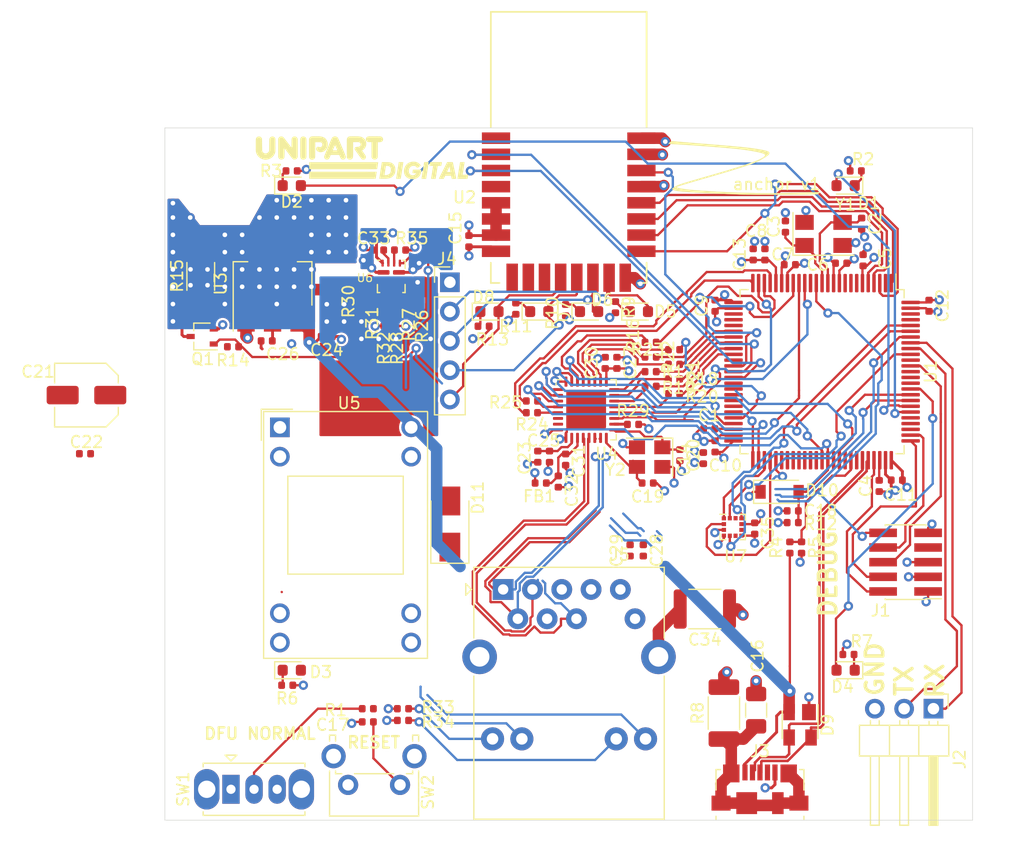
<source format=kicad_pcb>
(kicad_pcb (version 20171130) (host pcbnew 5.1.5+dfsg1-2build2)
  (layers (0 F.Cu signal) (1 In1.Cu power hide) (2 In2.Cu power hide) (31 B.Cu signal) (34 B.Paste user) (35 F.Paste user) (36 B.SilkS user) (37 F.SilkS user) (38 B.Mask user) (39 F.Mask user) (44 Edge.Cuts user))
  (net 0 "")
  (net 1 "Net-(C1-Pad2)")
  (net 2 GND)
  (net 3 "Net-(C2-Pad1)")
  (net 4 "Net-(C3-Pad2)")
  (net 5 "Net-(C4-Pad2)")
  (net 6 +3V3)
  (net 7 "Net-(C16-Pad2)")
  (net 8 RESET)
  (net 9 MII_RST)
  (net 10 "Net-(C19-Pad2)")
  (net 11 "Net-(C20-Pad1)")
  (net 12 /+3.3VPOE)
  (net 13 "Net-(C23-Pad2)")
  (net 14 VBUS)
  (net 15 "Net-(C26-Pad2)")
  (net 16 "Net-(C28-Pad2)")
  (net 17 "Net-(C29-Pad1)")
  (net 18 +3.3VA)
  (net 19 "Net-(C33-Pad1)")
  (net 20 GNDPWR)
  (net 21 MCU_LED0)
  (net 22 "Net-(D1-Pad1)")
  (net 23 MCU_LED1)
  (net 24 "Net-(D2-Pad1)")
  (net 25 MCU_LED2)
  (net 26 "Net-(D3-Pad1)")
  (net 27 MCU_LED3)
  (net 28 "Net-(D4-Pad1)")
  (net 29 "Net-(D5-Pad2)")
  (net 30 "Net-(D5-Pad1)")
  (net 31 "Net-(D6-Pad2)")
  (net 32 "Net-(D6-Pad1)")
  (net 33 "Net-(D7-Pad2)")
  (net 34 "Net-(D7-Pad1)")
  (net 35 "Net-(D8-Pad2)")
  (net 36 "Net-(D8-Pad1)")
  (net 37 USB_D+)
  (net 38 USB_D-)
  (net 39 "Net-(D11-Pad2)")
  (net 40 "Net-(D11-Pad1)")
  (net 41 TDI)
  (net 42 "Net-(J1-Pad7)")
  (net 43 TDO_SWO)
  (net 44 TCK_SWDCLK)
  (net 45 TMS_SWDIO)
  (net 46 UART_TX)
  (net 47 UART_RX)
  (net 48 "Net-(J3-Pad4)")
  (net 49 "Net-(J5-Pad14)")
  (net 50 "Net-(J5-Pad13)")
  (net 51 "Net-(J5-Pad12)")
  (net 52 /RX-)
  (net 53 /RX+)
  (net 54 /TX-)
  (net 55 "Net-(J5-Pad11)")
  (net 56 /TX+)
  (net 57 "Net-(Q1-Pad3)")
  (net 58 HEATER)
  (net 59 BOOT0)
  (net 60 "Net-(R1-Pad1)")
  (net 61 VBUS_SENSE)
  (net 62 MII_TXC)
  (net 63 "Net-(R16-Pad1)")
  (net 64 MII_RXD0)
  (net 65 "Net-(R17-Pad1)")
  (net 66 MII_RXD1)
  (net 67 "Net-(R18-Pad1)")
  (net 68 MII_RXD2)
  (net 69 "Net-(R19-Pad1)")
  (net 70 MII_RXD3)
  (net 71 "Net-(R20-Pad1)")
  (net 72 MII_RXDV)
  (net 73 "Net-(R21-Pad1)")
  (net 74 MII_RXC)
  (net 75 "Net-(R22-Pad1)")
  (net 76 MII_RXER)
  (net 77 "Net-(R23-Pad1)")
  (net 78 MII_CRS)
  (net 79 "Net-(R24-Pad1)")
  (net 80 MII_COL)
  (net 81 "Net-(R25-Pad1)")
  (net 82 "Net-(R26-Pad1)")
  (net 83 "Net-(R27-Pad1)")
  (net 84 "Net-(R29-Pad1)")
  (net 85 "Net-(R30-Pad1)")
  (net 86 "Net-(R31-Pad1)")
  (net 87 "Net-(R35-Pad2)")
  (net 88 "Net-(U1-Pad98)")
  (net 89 "Net-(U1-Pad97)")
  (net 90 ACCEL_CSN)
  (net 91 MII_TXD3)
  (net 92 ACCEL_INTN)
  (net 93 "Net-(U1-Pad90)")
  (net 94 "Net-(U1-Pad88)")
  (net 95 "Net-(U1-Pad87)")
  (net 96 "Net-(U1-Pad86)")
  (net 97 ACCEL_SCK)
  (net 98 "Net-(U1-Pad80)")
  (net 99 "Net-(U1-Pad79)")
  (net 100 "Net-(U1-Pad78)")
  (net 101 "Net-(U1-Pad69)")
  (net 102 "Net-(U1-Pad67)")
  (net 103 "Net-(U1-Pad65)")
  (net 104 MII_INTRP)
  (net 105 "Net-(U1-Pad62)")
  (net 106 "Net-(U1-Pad61)")
  (net 107 "Net-(U1-Pad60)")
  (net 108 "Net-(U1-Pad59)")
  (net 109 "Net-(U1-Pad58)")
  (net 110 "Net-(U1-Pad57)")
  (net 111 "Net-(U1-Pad56)")
  (net 112 POWER_STATUS)
  (net 113 ACCEL_MOSI)
  (net 114 ACCEL_MISO)
  (net 115 MII_TXD1)
  (net 116 MII_TXD0)
  (net 117 MII_TXEN)
  (net 118 "Net-(U1-Pad45)")
  (net 119 "Net-(U1-Pad44)")
  (net 120 "Net-(U1-Pad43)")
  (net 121 "Net-(U1-Pad42)")
  (net 122 "Net-(U1-Pad41)")
  (net 123 "Net-(U1-Pad40)")
  (net 124 RADIO_RSTN)
  (net 125 RADIO_WAKEUP)
  (net 126 RADIO_IRQ)
  (net 127 "Net-(U1-Pad36)")
  (net 128 "Net-(U1-Pad30)")
  (net 129 "Net-(U1-Pad29)")
  (net 130 "Net-(U1-Pad28)")
  (net 131 MII_MDIO)
  (net 132 MII_TXD2)
  (net 133 MII_MDC)
  (net 134 "Net-(U1-Pad15)")
  (net 135 "Net-(U1-Pad9)")
  (net 136 "Net-(U1-Pad8)")
  (net 137 "Net-(U1-Pad7)")
  (net 138 RADIO_MOSI)
  (net 139 RADIO_MISO)
  (net 140 RADIO_CSN)
  (net 141 "Net-(U1-Pad2)")
  (net 142 RADIO_SCK)
  (net 143 "Net-(U2-Pad11)")
  (net 144 "Net-(U2-Pad10)")
  (net 145 "Net-(U2-Pad9)")
  (net 146 "Net-(U2-Pad4)")
  (net 147 "Net-(U2-Pad1)")
  (net 148 "Net-(U5-Pad4)")
  (net 149 "Net-(U7-Pad11)")
  (net 150 "Net-(U7-Pad6)")
  (net 151 "Net-(U7-Pad8)")
  (module Package_LGA:LGA-12_2x2mm_P0.5mm (layer F.Cu) (at 164.211 124.587)
    (fp_text reference U7 (at 0.254 2.54) (layer F.SilkS))
    (fp_text value MC3630)
    (pad 12 smd rect (at -0.25 -0.7625 90) (size 0.375 0.35) (layers F.Cu F.Paste F.Mask) (net 97 ACCEL_SCK))
    (pad 11 smd rect (at 0.25 -0.7625 90) (size 0.375 0.35) (layers F.Cu F.Paste F.Mask) (net 149 "Net-(U7-Pad11)"))
    (pad 6 smd rect (at 0.25 0.7625 90) (size 0.375 0.35) (layers F.Cu F.Paste F.Mask) (net 150 "Net-(U7-Pad6)"))
    (pad 5 smd rect (at -0.25 0.7625 90) (size 0.375 0.35) (layers F.Cu F.Paste F.Mask) (net 92 ACCEL_INTN))
    (pad 10 smd rect (at 0.7625 -0.75) (size 0.375 0.35) (layers F.Cu F.Paste F.Mask) (net 90 ACCEL_CSN))
    (pad 1 smd rect (at -0.7625 -0.75) (size 0.375 0.35) (layers F.Cu F.Paste F.Mask) (net 114 ACCEL_MISO))
    (pad 7 smd rect (at 0.7625 0.75) (size 0.375 0.35) (layers F.Cu F.Paste F.Mask) (net 6 +3V3))
    (pad 4 smd rect (at -0.7625 0.75) (size 0.375 0.35) (layers F.Cu F.Paste F.Mask) (net 2 GND))
    (pad 8 smd rect (at 0.7625 0.25) (size 0.375 0.35) (layers F.Cu F.Paste F.Mask) (net 151 "Net-(U7-Pad8)"))
    (pad 9 smd rect (at 0.7625 -0.25) (size 0.375 0.35) (layers F.Cu F.Paste F.Mask) (net 2 GND))
    (pad 3 smd rect (at -0.7625 0.25) (size 0.375 0.35) (layers F.Cu F.Paste F.Mask) (net 6 +3V3))
    (pad 2 smd rect (at -0.7625 -0.25) (size 0.375 0.35) (layers F.Cu F.Paste F.Mask) (net 113 ACCEL_MOSI))
  )
  (module Capacitor_SMD:C_0402_1005Metric (layer F.Cu) (at 166.116 124.714 90)
    (fp_text reference C35 (at -0.381 1.143 90) (layer F.SilkS))
    (fp_text value 100n)
    (pad 2 smd roundrect (at 0.485 0 90) (size 0.59 0.64) (layers F.Cu F.Paste F.Mask) (net 2 GND))
    (pad 1 smd roundrect (at -0.485 0 90) (size 0.59 0.64) (layers F.Cu F.Paste F.Mask) (net 6 +3V3))
  )
  (module tail-anchor-hardware:AG9900LP (layer F.Cu) (at 124.968 115.951)
    (fp_text reference U5 (at 6 -2.1) (layer F.SilkS))
    (fp_text value AG9903LP)
    (pad 5 thru_hole circle (at 11.38 18.65) (size 1.7 1.7) (drill 1.1) (layers *.Cu *.Mask) (net 40 "Net-(D11-Pad1)"))
    (pad 8 thru_hole circle (at 11.38 0) (size 1.7 1.7) (drill 1.1) (layers *.Cu *.Mask) (net 39 "Net-(D11-Pad2)"))
    (pad 7 thru_hole circle (at 11.38 2.54) (size 1.7 1.7) (drill 1.1) (layers *.Cu *.Mask) (net 39 "Net-(D11-Pad2)"))
    (pad 6 thru_hole circle (at 11.38 16.11) (size 1.7 1.7) (drill 1.1) (layers *.Cu *.Mask) (net 40 "Net-(D11-Pad1)"))
    (pad 4 thru_hole circle (at 0 18.65) (size 1.7 1.7) (drill 1.1) (layers *.Cu *.Mask) (net 148 "Net-(U5-Pad4)"))
    (pad 3 thru_hole circle (at 0 16.11) (size 1.7 1.7) (drill 1.1) (layers *.Cu *.Mask) (net 2 GND))
    (pad 2 thru_hole circle (at 0 2.54) (size 1.7 1.7) (drill 1.1) (layers *.Cu *.Mask) (net 12 /+3.3VPOE))
    (pad 1 thru_hole rect (at 0 0) (size 1.7 1.7) (drill 1.1) (layers *.Cu *.Mask) (net 12 /+3.3VPOE))
  )
  (module Package_TO_SOT_SMD:SOT-223-3_TabPin2 (layer F.Cu) (at 124.333 103.505 90)
    (fp_text reference U3 (at 0 -4.5 90) (layer F.SilkS))
    (fp_text value AP2114H-3.3)
    (pad 1 smd rect (at -3.15 -2.3 90) (size 2 1.5) (layers F.Cu F.Paste F.Mask) (net 2 GND))
    (pad 3 smd rect (at -3.15 2.3 90) (size 2 1.5) (layers F.Cu F.Paste F.Mask) (net 14 VBUS))
    (pad 2 smd rect (at -3.15 0 90) (size 2 1.5) (layers F.Cu F.Paste F.Mask) (net 15 "Net-(C26-Pad2)"))
    (pad 2 smd rect (at 3.15 0 90) (size 2 3.8) (layers F.Cu F.Paste F.Mask) (net 15 "Net-(C26-Pad2)"))
  )
  (module tail-anchor-hardware:Tail_logo (layer F.Cu) (at 164.973 93.853)
    (fp_text reference G*** hide)
    (fp_text value LOGO hide)
  )
  (module tail-anchor-hardware:Unipart_Digital_logo (layer F.Cu) (at 132.08 92.583)
    (fp_text reference G*** hide)
    (fp_text value LOGO hide)
  )
  (module Capacitor_SMD:C_0402_1005Metric (layer F.Cu) (at 178.435 120.523 180)
    (fp_text reference C11 (at -0.381 -1.27) (layer F.SilkS))
    (fp_text value 100n)
    (pad 2 smd roundrect (at 0.485 0 180) (size 0.59 0.64) (layers F.Cu F.Paste F.Mask) (net 2 GND))
    (pad 1 smd roundrect (at -0.485 0 180) (size 0.59 0.64) (layers F.Cu F.Paste F.Mask) (net 6 +3V3))
  )
  (module Capacitor_SMD:C_0402_1005Metric (layer F.Cu) (at 155.321 126.619 90)
    (fp_text reference C29 (at 0 -1.17 90) (layer F.SilkS))
    (fp_text value 100n)
    (pad 2 smd roundrect (at 0.485 0 90) (size 0.59 0.64) (layers F.Cu F.Paste F.Mask) (net 2 GND))
    (pad 1 smd roundrect (at -0.485 0 90) (size 0.59 0.64) (layers F.Cu F.Paste F.Mask) (net 17 "Net-(C29-Pad1)"))
  )
  (module MountingHole:MountingHole_3.2mm_M3 (layer F.Cu) (at 120 135)
    (fp_text reference REF** hide)
    (fp_text value MountingHole_3.2mm_M3)
    (pad 1 np_thru_hole circle (at 0 0) (size 3.2 3.2) (drill 3.2) (layers *.Cu *.Mask))
  )
  (module MountingHole:MountingHole_3.2mm_M3 (layer F.Cu) (at 180 135)
    (fp_text reference REF** hide)
    (fp_text value MountingHole_3.2mm_M3)
    (pad 1 np_thru_hole circle (at 0 0) (size 3.2 3.2) (drill 3.2) (layers *.Cu *.Mask))
  )
  (module MountingHole:MountingHole_3.2mm_M3 (layer F.Cu) (at 120 95)
    (fp_text reference REF** hide)
    (fp_text value MountingHole_3.2mm_M3)
    (pad 1 np_thru_hole circle (at 0 0) (size 3.2 3.2) (drill 3.2) (layers *.Cu *.Mask))
  )
  (module MountingHole:MountingHole_3.2mm_M3 (layer F.Cu) (at 180 95)
    (fp_text reference REF** hide)
    (fp_text value MountingHole_3.2mm_M3)
    (pad 1 np_thru_hole circle (at 0 0) (size 3.2 3.2) (drill 3.2) (layers *.Cu *.Mask))
  )
  (module Resistor_SMD:R_0402_1005Metric (layer F.Cu) (at 146.812 114.681 180)
    (fp_text reference R24 (at 0 -1.016) (layer F.SilkS))
    (fp_text value 33)
    (pad 2 smd roundrect (at 0.485 0 180) (size 0.59 0.64) (layers F.Cu F.Paste F.Mask) (net 78 MII_CRS))
    (pad 1 smd roundrect (at -0.485 0 180) (size 0.59 0.64) (layers F.Cu F.Paste F.Mask) (net 79 "Net-(R24-Pad1)"))
  )
  (module Capacitor_SMD:C_0402_1005Metric (layer F.Cu) (at 173.609 101.727)
    (fp_text reference C6 (at -2.032 0.127) (layer F.SilkS))
    (fp_text value 100n)
    (pad 2 smd roundrect (at 0.485 0) (size 0.59 0.64) (layers F.Cu F.Paste F.Mask) (net 2 GND))
    (pad 1 smd roundrect (at -0.485 0) (size 0.59 0.64) (layers F.Cu F.Paste F.Mask) (net 6 +3V3))
  )
  (module Crystal:Crystal_SMD_3225-4Pin_3.2x2.5mm (layer F.Cu) (at 157.015 118.53 180)
    (fp_text reference Y2 (at 2.964 -1.104) (layer F.SilkS))
    (fp_text value 25MHz)
    (pad 4 smd rect (at -1.1 -0.85 180) (size 1.4 1.2) (layers F.Cu F.Paste F.Mask) (net 2 GND))
    (pad 3 smd rect (at 1.1 -0.85 180) (size 1.4 1.2) (layers F.Cu F.Paste F.Mask) (net 10 "Net-(C19-Pad2)"))
    (pad 2 smd rect (at 1.1 0.85 180) (size 1.4 1.2) (layers F.Cu F.Paste F.Mask) (net 2 GND))
    (pad 1 smd rect (at -1.1 0.85 180) (size 1.4 1.2) (layers F.Cu F.Paste F.Mask) (net 11 "Net-(C20-Pad1)"))
  )
  (module Crystal:Crystal_SMD_5032-4Pin_5.0x3.2mm (layer F.Cu) (at 172.086 99.187)
    (fp_text reference Y1 (at 1.904 -2.54) (layer F.SilkS))
    (fp_text value 8MHz)
    (pad 4 smd rect (at -1.65 -1) (size 1.6 1.3) (layers F.Cu F.Paste F.Mask) (net 2 GND))
    (pad 3 smd rect (at 1.65 -1) (size 1.6 1.3) (layers F.Cu F.Paste F.Mask) (net 3 "Net-(C2-Pad1)"))
    (pad 2 smd rect (at 1.65 1) (size 1.6 1.3) (layers F.Cu F.Paste F.Mask) (net 2 GND))
    (pad 1 smd rect (at -1.65 1) (size 1.6 1.3) (layers F.Cu F.Paste F.Mask) (net 4 "Net-(C3-Pad2)"))
  )
  (module tail-anchor-hardware:Texas_VQFN-HR-12_2x2.5mm_P0.5mm (layer F.Cu) (at 134.62 102.87)
    (fp_text reference U6 (at -2.286 0.127) (layer F.SilkS) (effects (font (size 0.7 0.7) (thickness 0.1))))
    (fp_text value TPS2121)
    (pad 4 smd roundrect (at -0.25 1.15) (size 0.2 0.6) (layers F.Cu F.Paste F.Mask) (net 86 "Net-(R31-Pad1)"))
    (pad 5 smd roundrect (at 0.25 1.15) (size 0.2 0.6) (layers F.Cu F.Paste F.Mask) (net 83 "Net-(R27-Pad1)"))
    (pad 6 smd roundrect (at 0.75 1.15) (size 0.2 0.6) (layers F.Cu F.Paste F.Mask) (net 82 "Net-(R26-Pad1)"))
    (pad 3 smd roundrect (at -0.75 1.15) (size 0.2 0.6) (layers F.Cu F.Paste F.Mask) (net 85 "Net-(R30-Pad1)"))
    (pad 9 smd roundrect (at 0.75 -1.15) (size 0.2 0.6) (layers F.Cu F.Paste F.Mask) (net 112 POWER_STATUS))
    (pad 10 smd roundrect (at 0.25 -1.15) (size 0.2 0.6) (layers F.Cu F.Paste F.Mask) (net 87 "Net-(R35-Pad2)"))
    (pad 11 smd roundrect (at -0.25 -1.15) (size 0.2 0.6) (layers F.Cu F.Paste F.Mask) (net 19 "Net-(C33-Pad1)"))
    (pad 12 smd roundrect (at -0.75 -1.15) (size 0.2 0.6) (layers F.Cu F.Paste F.Mask) (net 2 GND))
    (pad 8 smd roundrect (at 0.675 -0.35) (size 1.05 0.4) (layers F.Cu F.Paste F.Mask) (net 6 +3V3))
    (pad 7 smd roundrect (at 0.675 0.35) (size 1.05 0.4) (layers F.Cu F.Paste F.Mask) (net 12 /+3.3VPOE))
    (pad 2 smd roundrect (at -0.675 0.35) (size 1.05 0.4) (layers F.Cu F.Paste F.Mask) (net 15 "Net-(C26-Pad2)"))
    (pad 1 smd roundrect (at -0.675 -0.35) (size 1.05 0.4) (layers F.Cu F.Paste F.Mask) (net 6 +3V3))
  )
  (module Package_DFN_QFN:QFN-32-1EP_5x5mm_P0.5mm_EP3.45x3.45mm (layer F.Cu) (at 151.511 114.427 90)
    (fp_text reference U4 (at -3.81 1.778 180) (layer F.SilkS))
    (fp_text value KSZ8081MNX)
    (pad 32 smd roundrect (at -1.75 -2.4375 90) (size 0.25 0.875) (layers F.Cu F.Paste F.Mask) (net 9 MII_RST))
    (pad 31 smd roundrect (at -1.25 -2.4375 90) (size 0.25 0.875) (layers F.Cu F.Paste F.Mask) (net 51 "Net-(J5-Pad12)"))
    (pad 30 smd roundrect (at -0.75 -2.4375 90) (size 0.25 0.875) (layers F.Cu F.Paste F.Mask) (net 49 "Net-(J5-Pad14)"))
    (pad 29 smd roundrect (at -0.25 -2.4375 90) (size 0.25 0.875) (layers F.Cu F.Paste F.Mask) (net 79 "Net-(R24-Pad1)"))
    (pad 28 smd roundrect (at 0.25 -2.4375 90) (size 0.25 0.875) (layers F.Cu F.Paste F.Mask) (net 81 "Net-(R25-Pad1)"))
    (pad 27 smd roundrect (at 0.75 -2.4375 90) (size 0.25 0.875) (layers F.Cu F.Paste F.Mask) (net 91 MII_TXD3))
    (pad 26 smd roundrect (at 1.25 -2.4375 90) (size 0.25 0.875) (layers F.Cu F.Paste F.Mask) (net 132 MII_TXD2))
    (pad 25 smd roundrect (at 1.75 -2.4375 90) (size 0.25 0.875) (layers F.Cu F.Paste F.Mask) (net 115 MII_TXD1))
    (pad 24 smd roundrect (at 2.4375 -1.75 90) (size 0.875 0.25) (layers F.Cu F.Paste F.Mask) (net 116 MII_TXD0))
    (pad 23 smd roundrect (at 2.4375 -1.25 90) (size 0.875 0.25) (layers F.Cu F.Paste F.Mask) (net 117 MII_TXEN))
    (pad 22 smd roundrect (at 2.4375 -0.75 90) (size 0.875 0.25) (layers F.Cu F.Paste F.Mask) (net 63 "Net-(R16-Pad1)"))
    (pad 21 smd roundrect (at 2.4375 -0.25 90) (size 0.875 0.25) (layers F.Cu F.Paste F.Mask) (net 104 MII_INTRP))
    (pad 20 smd roundrect (at 2.4375 0.25 90) (size 0.875 0.25) (layers F.Cu F.Paste F.Mask) (net 77 "Net-(R23-Pad1)"))
    (pad 19 smd roundrect (at 2.4375 0.75 90) (size 0.875 0.25) (layers F.Cu F.Paste F.Mask) (net 75 "Net-(R22-Pad1)"))
    (pad 18 smd roundrect (at 2.4375 1.25 90) (size 0.875 0.25) (layers F.Cu F.Paste F.Mask) (net 73 "Net-(R21-Pad1)"))
    (pad 17 smd roundrect (at 2.4375 1.75 90) (size 0.875 0.25) (layers F.Cu F.Paste F.Mask) (net 6 +3V3))
    (pad 16 smd roundrect (at 1.75 2.4375 90) (size 0.25 0.875) (layers F.Cu F.Paste F.Mask) (net 65 "Net-(R17-Pad1)"))
    (pad 15 smd roundrect (at 1.25 2.4375 90) (size 0.25 0.875) (layers F.Cu F.Paste F.Mask) (net 67 "Net-(R18-Pad1)"))
    (pad 14 smd roundrect (at 0.75 2.4375 90) (size 0.25 0.875) (layers F.Cu F.Paste F.Mask) (net 69 "Net-(R19-Pad1)"))
    (pad 13 smd roundrect (at 0.25 2.4375 90) (size 0.25 0.875) (layers F.Cu F.Paste F.Mask) (net 71 "Net-(R20-Pad1)"))
    (pad 12 smd roundrect (at -0.25 2.4375 90) (size 0.25 0.875) (layers F.Cu F.Paste F.Mask) (net 133 MII_MDC))
    (pad 11 smd roundrect (at -0.75 2.4375 90) (size 0.25 0.875) (layers F.Cu F.Paste F.Mask) (net 131 MII_MDIO))
    (pad 10 smd roundrect (at -1.25 2.4375 90) (size 0.25 0.875) (layers F.Cu F.Paste F.Mask) (net 84 "Net-(R29-Pad1)"))
    (pad 9 smd roundrect (at -1.75 2.4375 90) (size 0.25 0.875) (layers F.Cu F.Paste F.Mask) (net 11 "Net-(C20-Pad1)"))
    (pad 8 smd roundrect (at -2.4375 1.75 90) (size 0.875 0.25) (layers F.Cu F.Paste F.Mask) (net 10 "Net-(C19-Pad2)"))
    (pad 7 smd roundrect (at -2.4375 1.25 90) (size 0.875 0.25) (layers F.Cu F.Paste F.Mask) (net 56 /TX+))
    (pad 6 smd roundrect (at -2.4375 0.75 90) (size 0.875 0.25) (layers F.Cu F.Paste F.Mask) (net 54 /TX-))
    (pad 5 smd roundrect (at -2.4375 0.25 90) (size 0.875 0.25) (layers F.Cu F.Paste F.Mask) (net 53 /RX+))
    (pad 4 smd roundrect (at -2.4375 -0.25 90) (size 0.875 0.25) (layers F.Cu F.Paste F.Mask) (net 52 /RX-))
    (pad 3 smd roundrect (at -2.4375 -0.75 90) (size 0.875 0.25) (layers F.Cu F.Paste F.Mask) (net 18 +3.3VA))
    (pad 2 smd roundrect (at -2.4375 -1.25 90) (size 0.875 0.25) (layers F.Cu F.Paste F.Mask) (net 13 "Net-(C23-Pad2)"))
    (pad 1 smd roundrect (at -2.4375 -1.75 90) (size 0.875 0.25) (layers F.Cu F.Paste F.Mask) (net 2 GND))
    (pad 33 smd roundrect (at 0 0 90) (size 3.45 3.45) (layers F.Cu F.Mask) (roundrect_rratio 0.072464) (net 2 GND))
  )
  (module RF_Module:DWM1000 (layer F.Cu) (at 150 91.689)
    (fp_text reference U2 (at -9.03 4.323) (layer F.SilkS))
    (fp_text value DWM1000)
    (pad 24 smd rect (at 6.3 -0.7988 90) (size 1 2.45) (layers F.Cu F.Paste F.Mask) (net 2 GND))
    (pad 23 smd rect (at 6.3 0.6012 90) (size 1 2.45) (layers F.Cu F.Paste F.Mask) (net 2 GND))
    (pad 22 smd rect (at 6.3 2.0012 90) (size 1 2.45) (layers F.Cu F.Paste F.Mask) (net 126 RADIO_IRQ))
    (pad 21 smd rect (at 6.3 3.4012 90) (size 1 2.45) (layers F.Cu F.Paste F.Mask) (net 2 GND))
    (pad 20 smd rect (at 6.3 4.8012 90) (size 1 2.45) (layers F.Cu F.Paste F.Mask) (net 142 RADIO_SCK))
    (pad 19 smd rect (at 6.3 6.2012 90) (size 1 2.45) (layers F.Cu F.Paste F.Mask) (net 139 RADIO_MISO))
    (pad 18 smd rect (at 6.3 7.6 90) (size 1 2.45) (layers F.Cu F.Paste F.Mask) (net 138 RADIO_MOSI))
    (pad 17 smd rect (at 6.3 9 90) (size 1 2.45) (layers F.Cu F.Paste F.Mask) (net 140 RADIO_CSN))
    (pad 16 smd rect (at 4.9 11.2962) (size 1 2.45) (layers F.Cu F.Paste F.Mask) (net 2 GND))
    (pad 15 smd rect (at 3.5 11.2962) (size 1 2.45) (layers F.Cu F.Paste F.Mask) (net 29 "Net-(D5-Pad2)"))
    (pad 14 smd rect (at 2.1 11.2962) (size 1 2.45) (layers F.Cu F.Paste F.Mask) (net 31 "Net-(D6-Pad2)"))
    (pad 13 smd rect (at 0.7 11.2962) (size 1 2.45) (layers F.Cu F.Paste F.Mask) (net 33 "Net-(D7-Pad2)"))
    (pad 12 smd rect (at -0.7 11.2962) (size 1 2.45) (layers F.Cu F.Paste F.Mask) (net 35 "Net-(D8-Pad2)"))
    (pad 11 smd rect (at -2.1 11.2962) (size 1 2.45) (layers F.Cu F.Paste F.Mask) (net 143 "Net-(U2-Pad11)"))
    (pad 10 smd rect (at -3.5 11.2962) (size 1 2.45) (layers F.Cu F.Paste F.Mask) (net 144 "Net-(U2-Pad10)"))
    (pad 9 smd rect (at -4.9 11.2962) (size 1 2.45) (layers F.Cu F.Paste F.Mask) (net 145 "Net-(U2-Pad9)"))
    (pad 8 smd rect (at -6.3 9.0012 90) (size 1 2.45) (layers F.Cu F.Paste F.Mask) (net 2 GND))
    (pad 7 smd rect (at -6.3 7.6012 90) (size 1 2.45) (layers F.Cu F.Paste F.Mask) (net 6 +3V3))
    (pad 6 smd rect (at -6.3 6.2012 90) (size 1 2.45) (layers F.Cu F.Paste F.Mask) (net 6 +3V3))
    (pad 5 smd rect (at -6.3 4.8012 90) (size 1 2.45) (layers F.Cu F.Paste F.Mask) (net 6 +3V3))
    (pad 4 smd rect (at -6.3 3.4012 90) (size 1 2.45) (layers F.Cu F.Paste F.Mask) (net 146 "Net-(U2-Pad4)"))
    (pad 3 smd rect (at -6.3 2.0012 90) (size 1 2.45) (layers F.Cu F.Paste F.Mask) (net 124 RADIO_RSTN))
    (pad 2 smd rect (at -6.3 0.6012 90) (size 1 2.45) (layers F.Cu F.Paste F.Mask) (net 125 RADIO_WAKEUP))
    (pad 1 smd rect (at -6.3 -0.7988 90) (size 1 2.45) (layers F.Cu F.Paste F.Mask) (net 147 "Net-(U2-Pad1)"))
  )
  (module Package_QFP:LQFP-100_14x14mm_P0.5mm (layer F.Cu) (at 171.958 111.125 270)
    (fp_text reference U1 (at 0 -9.42 90) (layer F.SilkS))
    (fp_text value STM32F756VGTx)
    (pad 100 smd roundrect (at -6 -7.675 270) (size 0.3 1.6) (layers F.Cu F.Paste F.Mask) (net 6 +3V3))
    (pad 99 smd roundrect (at -5.5 -7.675 270) (size 0.3 1.6) (layers F.Cu F.Paste F.Mask) (net 2 GND))
    (pad 98 smd roundrect (at -5 -7.675 270) (size 0.3 1.6) (layers F.Cu F.Paste F.Mask) (net 88 "Net-(U1-Pad98)"))
    (pad 97 smd roundrect (at -4.5 -7.675 270) (size 0.3 1.6) (layers F.Cu F.Paste F.Mask) (net 89 "Net-(U1-Pad97)"))
    (pad 96 smd roundrect (at -4 -7.675 270) (size 0.3 1.6) (layers F.Cu F.Paste F.Mask) (net 90 ACCEL_CSN))
    (pad 95 smd roundrect (at -3.5 -7.675 270) (size 0.3 1.6) (layers F.Cu F.Paste F.Mask) (net 91 MII_TXD3))
    (pad 94 smd roundrect (at -3 -7.675 270) (size 0.3 1.6) (layers F.Cu F.Paste F.Mask) (net 59 BOOT0))
    (pad 93 smd roundrect (at -2.5 -7.675 270) (size 0.3 1.6) (layers F.Cu F.Paste F.Mask) (net 47 UART_RX))
    (pad 92 smd roundrect (at -2 -7.675 270) (size 0.3 1.6) (layers F.Cu F.Paste F.Mask) (net 46 UART_TX))
    (pad 91 smd roundrect (at -1.5 -7.675 270) (size 0.3 1.6) (layers F.Cu F.Paste F.Mask) (net 92 ACCEL_INTN))
    (pad 90 smd roundrect (at -1 -7.675 270) (size 0.3 1.6) (layers F.Cu F.Paste F.Mask) (net 93 "Net-(U1-Pad90)"))
    (pad 89 smd roundrect (at -0.5 -7.675 270) (size 0.3 1.6) (layers F.Cu F.Paste F.Mask) (net 43 TDO_SWO))
    (pad 88 smd roundrect (at 0 -7.675 270) (size 0.3 1.6) (layers F.Cu F.Paste F.Mask) (net 94 "Net-(U1-Pad88)"))
    (pad 87 smd roundrect (at 0.5 -7.675 270) (size 0.3 1.6) (layers F.Cu F.Paste F.Mask) (net 95 "Net-(U1-Pad87)"))
    (pad 86 smd roundrect (at 1 -7.675 270) (size 0.3 1.6) (layers F.Cu F.Paste F.Mask) (net 96 "Net-(U1-Pad86)"))
    (pad 85 smd roundrect (at 1.5 -7.675 270) (size 0.3 1.6) (layers F.Cu F.Paste F.Mask) (net 27 MCU_LED3))
    (pad 84 smd roundrect (at 2 -7.675 270) (size 0.3 1.6) (layers F.Cu F.Paste F.Mask) (net 97 ACCEL_SCK))
    (pad 83 smd roundrect (at 2.5 -7.675 270) (size 0.3 1.6) (layers F.Cu F.Paste F.Mask) (net 25 MCU_LED2))
    (pad 82 smd roundrect (at 3 -7.675 270) (size 0.3 1.6) (layers F.Cu F.Paste F.Mask) (net 23 MCU_LED1))
    (pad 81 smd roundrect (at 3.5 -7.675 270) (size 0.3 1.6) (layers F.Cu F.Paste F.Mask) (net 21 MCU_LED0))
    (pad 80 smd roundrect (at 4 -7.675 270) (size 0.3 1.6) (layers F.Cu F.Paste F.Mask) (net 98 "Net-(U1-Pad80)"))
    (pad 79 smd roundrect (at 4.5 -7.675 270) (size 0.3 1.6) (layers F.Cu F.Paste F.Mask) (net 99 "Net-(U1-Pad79)"))
    (pad 78 smd roundrect (at 5 -7.675 270) (size 0.3 1.6) (layers F.Cu F.Paste F.Mask) (net 100 "Net-(U1-Pad78)"))
    (pad 77 smd roundrect (at 5.5 -7.675 270) (size 0.3 1.6) (layers F.Cu F.Paste F.Mask) (net 41 TDI))
    (pad 76 smd roundrect (at 6 -7.675 270) (size 0.3 1.6) (layers F.Cu F.Paste F.Mask) (net 44 TCK_SWDCLK))
    (pad 75 smd roundrect (at 7.675 -6 270) (size 1.6 0.3) (layers F.Cu F.Paste F.Mask) (net 6 +3V3))
    (pad 74 smd roundrect (at 7.675 -5.5 270) (size 1.6 0.3) (layers F.Cu F.Paste F.Mask) (net 2 GND))
    (pad 73 smd roundrect (at 7.675 -5 270) (size 1.6 0.3) (layers F.Cu F.Paste F.Mask) (net 5 "Net-(C4-Pad2)"))
    (pad 72 smd roundrect (at 7.675 -4.5 270) (size 1.6 0.3) (layers F.Cu F.Paste F.Mask) (net 45 TMS_SWDIO))
    (pad 71 smd roundrect (at 7.675 -4 270) (size 1.6 0.3) (layers F.Cu F.Paste F.Mask) (net 37 USB_D+))
    (pad 70 smd roundrect (at 7.675 -3.5 270) (size 1.6 0.3) (layers F.Cu F.Paste F.Mask) (net 38 USB_D-))
    (pad 69 smd roundrect (at 7.675 -3 270) (size 1.6 0.3) (layers F.Cu F.Paste F.Mask) (net 101 "Net-(U1-Pad69)"))
    (pad 68 smd roundrect (at 7.675 -2.5 270) (size 1.6 0.3) (layers F.Cu F.Paste F.Mask) (net 61 VBUS_SENSE))
    (pad 67 smd roundrect (at 7.675 -2 270) (size 1.6 0.3) (layers F.Cu F.Paste F.Mask) (net 102 "Net-(U1-Pad67)"))
    (pad 66 smd roundrect (at 7.675 -1.5 270) (size 1.6 0.3) (layers F.Cu F.Paste F.Mask) (net 58 HEATER))
    (pad 65 smd roundrect (at 7.675 -1 270) (size 1.6 0.3) (layers F.Cu F.Paste F.Mask) (net 103 "Net-(U1-Pad65)"))
    (pad 64 smd roundrect (at 7.675 -0.5 270) (size 1.6 0.3) (layers F.Cu F.Paste F.Mask) (net 9 MII_RST))
    (pad 63 smd roundrect (at 7.675 0 270) (size 1.6 0.3) (layers F.Cu F.Paste F.Mask) (net 104 MII_INTRP))
    (pad 62 smd roundrect (at 7.675 0.5 270) (size 1.6 0.3) (layers F.Cu F.Paste F.Mask) (net 105 "Net-(U1-Pad62)"))
    (pad 61 smd roundrect (at 7.675 1 270) (size 1.6 0.3) (layers F.Cu F.Paste F.Mask) (net 106 "Net-(U1-Pad61)"))
    (pad 60 smd roundrect (at 7.675 1.5 270) (size 1.6 0.3) (layers F.Cu F.Paste F.Mask) (net 107 "Net-(U1-Pad60)"))
    (pad 59 smd roundrect (at 7.675 2 270) (size 1.6 0.3) (layers F.Cu F.Paste F.Mask) (net 108 "Net-(U1-Pad59)"))
    (pad 58 smd roundrect (at 7.675 2.5 270) (size 1.6 0.3) (layers F.Cu F.Paste F.Mask) (net 109 "Net-(U1-Pad58)"))
    (pad 57 smd roundrect (at 7.675 3 270) (size 1.6 0.3) (layers F.Cu F.Paste F.Mask) (net 110 "Net-(U1-Pad57)"))
    (pad 56 smd roundrect (at 7.675 3.5 270) (size 1.6 0.3) (layers F.Cu F.Paste F.Mask) (net 111 "Net-(U1-Pad56)"))
    (pad 55 smd roundrect (at 7.675 4 270) (size 1.6 0.3) (layers F.Cu F.Paste F.Mask) (net 112 POWER_STATUS))
    (pad 54 smd roundrect (at 7.675 4.5 270) (size 1.6 0.3) (layers F.Cu F.Paste F.Mask) (net 113 ACCEL_MOSI))
    (pad 53 smd roundrect (at 7.675 5 270) (size 1.6 0.3) (layers F.Cu F.Paste F.Mask) (net 114 ACCEL_MISO))
    (pad 52 smd roundrect (at 7.675 5.5 270) (size 1.6 0.3) (layers F.Cu F.Paste F.Mask) (net 115 MII_TXD1))
    (pad 51 smd roundrect (at 7.675 6 270) (size 1.6 0.3) (layers F.Cu F.Paste F.Mask) (net 116 MII_TXD0))
    (pad 50 smd roundrect (at 6 7.675 270) (size 0.3 1.6) (layers F.Cu F.Paste F.Mask) (net 6 +3V3))
    (pad 49 smd roundrect (at 5.5 7.675 270) (size 0.3 1.6) (layers F.Cu F.Paste F.Mask) (net 2 GND))
    (pad 48 smd roundrect (at 5 7.675 270) (size 0.3 1.6) (layers F.Cu F.Paste F.Mask) (net 1 "Net-(C1-Pad2)"))
    (pad 47 smd roundrect (at 4.5 7.675 270) (size 0.3 1.6) (layers F.Cu F.Paste F.Mask) (net 117 MII_TXEN))
    (pad 46 smd roundrect (at 4 7.675 270) (size 0.3 1.6) (layers F.Cu F.Paste F.Mask) (net 76 MII_RXER))
    (pad 45 smd roundrect (at 3.5 7.675 270) (size 0.3 1.6) (layers F.Cu F.Paste F.Mask) (net 118 "Net-(U1-Pad45)"))
    (pad 44 smd roundrect (at 3 7.675 270) (size 0.3 1.6) (layers F.Cu F.Paste F.Mask) (net 119 "Net-(U1-Pad44)"))
    (pad 43 smd roundrect (at 2.5 7.675 270) (size 0.3 1.6) (layers F.Cu F.Paste F.Mask) (net 120 "Net-(U1-Pad43)"))
    (pad 42 smd roundrect (at 2 7.675 270) (size 0.3 1.6) (layers F.Cu F.Paste F.Mask) (net 121 "Net-(U1-Pad42)"))
    (pad 41 smd roundrect (at 1.5 7.675 270) (size 0.3 1.6) (layers F.Cu F.Paste F.Mask) (net 122 "Net-(U1-Pad41)"))
    (pad 40 smd roundrect (at 1 7.675 270) (size 0.3 1.6) (layers F.Cu F.Paste F.Mask) (net 123 "Net-(U1-Pad40)"))
    (pad 39 smd roundrect (at 0.5 7.675 270) (size 0.3 1.6) (layers F.Cu F.Paste F.Mask) (net 124 RADIO_RSTN))
    (pad 38 smd roundrect (at 0 7.675 270) (size 0.3 1.6) (layers F.Cu F.Paste F.Mask) (net 125 RADIO_WAKEUP))
    (pad 37 smd roundrect (at -0.5 7.675 270) (size 0.3 1.6) (layers F.Cu F.Paste F.Mask) (net 126 RADIO_IRQ))
    (pad 36 smd roundrect (at -1 7.675 270) (size 0.3 1.6) (layers F.Cu F.Paste F.Mask) (net 127 "Net-(U1-Pad36)"))
    (pad 35 smd roundrect (at -1.5 7.675 270) (size 0.3 1.6) (layers F.Cu F.Paste F.Mask) (net 70 MII_RXD3))
    (pad 34 smd roundrect (at -2 7.675 270) (size 0.3 1.6) (layers F.Cu F.Paste F.Mask) (net 68 MII_RXD2))
    (pad 33 smd roundrect (at -2.5 7.675 270) (size 0.3 1.6) (layers F.Cu F.Paste F.Mask) (net 66 MII_RXD1))
    (pad 32 smd roundrect (at -3 7.675 270) (size 0.3 1.6) (layers F.Cu F.Paste F.Mask) (net 64 MII_RXD0))
    (pad 31 smd roundrect (at -3.5 7.675 270) (size 0.3 1.6) (layers F.Cu F.Paste F.Mask) (net 72 MII_RXDV))
    (pad 30 smd roundrect (at -4 7.675 270) (size 0.3 1.6) (layers F.Cu F.Paste F.Mask) (net 128 "Net-(U1-Pad30)"))
    (pad 29 smd roundrect (at -4.5 7.675 270) (size 0.3 1.6) (layers F.Cu F.Paste F.Mask) (net 129 "Net-(U1-Pad29)"))
    (pad 28 smd roundrect (at -5 7.675 270) (size 0.3 1.6) (layers F.Cu F.Paste F.Mask) (net 130 "Net-(U1-Pad28)"))
    (pad 27 smd roundrect (at -5.5 7.675 270) (size 0.3 1.6) (layers F.Cu F.Paste F.Mask) (net 6 +3V3))
    (pad 26 smd roundrect (at -6 7.675 270) (size 0.3 1.6) (layers F.Cu F.Paste F.Mask) (net 2 GND))
    (pad 25 smd roundrect (at -7.675 6 270) (size 1.6 0.3) (layers F.Cu F.Paste F.Mask) (net 80 MII_COL))
    (pad 24 smd roundrect (at -7.675 5.5 270) (size 1.6 0.3) (layers F.Cu F.Paste F.Mask) (net 131 MII_MDIO))
    (pad 23 smd roundrect (at -7.675 5 270) (size 1.6 0.3) (layers F.Cu F.Paste F.Mask) (net 74 MII_RXC))
    (pad 22 smd roundrect (at -7.675 4.5 270) (size 1.6 0.3) (layers F.Cu F.Paste F.Mask) (net 78 MII_CRS))
    (pad 21 smd roundrect (at -7.675 4 270) (size 1.6 0.3) (layers F.Cu F.Paste F.Mask) (net 6 +3V3))
    (pad 20 smd roundrect (at -7.675 3.5 270) (size 1.6 0.3) (layers F.Cu F.Paste F.Mask) (net 6 +3V3))
    (pad 19 smd roundrect (at -7.675 3 270) (size 1.6 0.3) (layers F.Cu F.Paste F.Mask) (net 2 GND))
    (pad 18 smd roundrect (at -7.675 2.5 270) (size 1.6 0.3) (layers F.Cu F.Paste F.Mask) (net 62 MII_TXC))
    (pad 17 smd roundrect (at -7.675 2 270) (size 1.6 0.3) (layers F.Cu F.Paste F.Mask) (net 132 MII_TXD2))
    (pad 16 smd roundrect (at -7.675 1.5 270) (size 1.6 0.3) (layers F.Cu F.Paste F.Mask) (net 133 MII_MDC))
    (pad 15 smd roundrect (at -7.675 1 270) (size 1.6 0.3) (layers F.Cu F.Paste F.Mask) (net 134 "Net-(U1-Pad15)"))
    (pad 14 smd roundrect (at -7.675 0.5 270) (size 1.6 0.3) (layers F.Cu F.Paste F.Mask) (net 8 RESET))
    (pad 13 smd roundrect (at -7.675 0 270) (size 1.6 0.3) (layers F.Cu F.Paste F.Mask) (net 4 "Net-(C3-Pad2)"))
    (pad 12 smd roundrect (at -7.675 -0.5 270) (size 1.6 0.3) (layers F.Cu F.Paste F.Mask) (net 3 "Net-(C2-Pad1)"))
    (pad 11 smd roundrect (at -7.675 -1 270) (size 1.6 0.3) (layers F.Cu F.Paste F.Mask) (net 6 +3V3))
    (pad 10 smd roundrect (at -7.675 -1.5 270) (size 1.6 0.3) (layers F.Cu F.Paste F.Mask) (net 2 GND))
    (pad 9 smd roundrect (at -7.675 -2 270) (size 1.6 0.3) (layers F.Cu F.Paste F.Mask) (net 135 "Net-(U1-Pad9)"))
    (pad 8 smd roundrect (at -7.675 -2.5 270) (size 1.6 0.3) (layers F.Cu F.Paste F.Mask) (net 136 "Net-(U1-Pad8)"))
    (pad 7 smd roundrect (at -7.675 -3 270) (size 1.6 0.3) (layers F.Cu F.Paste F.Mask) (net 137 "Net-(U1-Pad7)"))
    (pad 6 smd roundrect (at -7.675 -3.5 270) (size 1.6 0.3) (layers F.Cu F.Paste F.Mask) (net 6 +3V3))
    (pad 5 smd roundrect (at -7.675 -4 270) (size 1.6 0.3) (layers F.Cu F.Paste F.Mask) (net 138 RADIO_MOSI))
    (pad 4 smd roundrect (at -7.675 -4.5 270) (size 1.6 0.3) (layers F.Cu F.Paste F.Mask) (net 139 RADIO_MISO))
    (pad 3 smd roundrect (at -7.675 -5 270) (size 1.6 0.3) (layers F.Cu F.Paste F.Mask) (net 140 RADIO_CSN))
    (pad 2 smd roundrect (at -7.675 -5.5 270) (size 1.6 0.3) (layers F.Cu F.Paste F.Mask) (net 141 "Net-(U1-Pad2)"))
    (pad 1 smd roundrect (at -7.675 -6 270) (size 1.6 0.3) (layers F.Cu F.Paste F.Mask) (net 142 RADIO_SCK))
  )
  (module Button_Switch_THT:SW_Tactile_SPST_Angled_PTS645Vx58-2LFS (layer F.Cu) (at 135.382 146.939 180)
    (fp_text reference SW2 (at -2.413 -0.635 90) (layer F.SilkS))
    (fp_text value SW_Push)
    (pad "" thru_hole circle (at -1.25 2.49 180) (size 2.1 2.1) (drill 1.3) (layers *.Cu *.Mask))
    (pad 1 thru_hole circle (at 0 0 180) (size 1.75 1.75) (drill 0.99) (layers *.Cu *.Mask) (net 8 RESET))
    (pad 2 thru_hole circle (at 4.5 0 180) (size 1.75 1.75) (drill 0.99) (layers *.Cu *.Mask) (net 2 GND))
    (pad "" thru_hole circle (at 5.76 2.49 180) (size 2.1 2.1) (drill 1.3) (layers *.Cu *.Mask))
  )
  (module Button_Switch_THT:SW_Slide_1P2T_CK_OS102011MS2Q (layer F.Cu) (at 120.729 147.32)
    (fp_text reference SW1 (at -4.143 0 90) (layer F.SilkS))
    (fp_text value SW_SPDT)
    (pad "" thru_hole oval (at 6.1 0) (size 2.2 3.5) (drill 1.5) (layers *.Cu *.Mask))
    (pad "" thru_hole oval (at -2.1 0) (size 2.2 3.5) (drill 1.5) (layers *.Cu *.Mask))
    (pad 3 thru_hole oval (at 4 0) (size 1.5 2.5) (drill 0.8) (layers *.Cu *.Mask) (net 2 GND))
    (pad 2 thru_hole oval (at 2 0) (size 1.5 2.5) (drill 0.8) (layers *.Cu *.Mask) (net 60 "Net-(R1-Pad1)"))
    (pad 1 thru_hole rect (at 0 0) (size 1.5 2.5) (drill 0.8) (layers *.Cu *.Mask) (net 6 +3V3))
  )
  (module Resistor_SMD:R_0402_1005Metric (layer F.Cu) (at 135.382 100.584 180)
    (fp_text reference R35 (at -1.016 1.016) (layer F.SilkS))
    (fp_text value 100k)
    (pad 2 smd roundrect (at 0.485 0 180) (size 0.59 0.64) (layers F.Cu F.Paste F.Mask) (net 87 "Net-(R35-Pad2)"))
    (pad 1 smd roundrect (at -0.485 0 180) (size 0.59 0.64) (layers F.Cu F.Paste F.Mask) (net 2 GND))
  )
  (module Resistor_SMD:R_0402_1005Metric (layer F.Cu) (at 135.636 141.351 180)
    (fp_text reference R34 (at -3.048 -0.127) (layer F.SilkS))
    (fp_text value 220)
    (pad 2 smd roundrect (at 0.485 0 180) (size 0.59 0.64) (layers F.Cu F.Paste F.Mask) (net 6 +3V3))
    (pad 1 smd roundrect (at -0.485 0 180) (size 0.59 0.64) (layers F.Cu F.Paste F.Mask) (net 50 "Net-(J5-Pad13)"))
  )
  (module Resistor_SMD:R_0402_1005Metric (layer F.Cu) (at 135.636 140.335 180)
    (fp_text reference R33 (at -3.048 0.127) (layer F.SilkS))
    (fp_text value 220)
    (pad 2 smd roundrect (at 0.485 0 180) (size 0.59 0.64) (layers F.Cu F.Paste F.Mask) (net 6 +3V3))
    (pad 1 smd roundrect (at -0.485 0 180) (size 0.59 0.64) (layers F.Cu F.Paste F.Mask) (net 55 "Net-(J5-Pad11)"))
  )
  (module Resistor_SMD:R_0402_1005Metric (layer F.Cu) (at 133.985 106.68 90)
    (fp_text reference R32 (at -2.413 0 90) (layer F.SilkS))
    (fp_text value 4k99)
    (pad 2 smd roundrect (at 0.485 0 90) (size 0.59 0.64) (layers F.Cu F.Paste F.Mask) (net 86 "Net-(R31-Pad1)"))
    (pad 1 smd roundrect (at -0.485 0 90) (size 0.59 0.64) (layers F.Cu F.Paste F.Mask) (net 2 GND))
  )
  (module Resistor_SMD:R_0402_1005Metric (layer F.Cu) (at 133.604 105.156 180)
    (fp_text reference R31 (at 0.635 -1.778 90) (layer F.SilkS))
    (fp_text value 3k48)
    (pad 2 smd roundrect (at 0.485 0 180) (size 0.59 0.64) (layers F.Cu F.Paste F.Mask) (net 85 "Net-(R30-Pad1)"))
    (pad 1 smd roundrect (at -0.485 0 180) (size 0.59 0.64) (layers F.Cu F.Paste F.Mask) (net 86 "Net-(R31-Pad1)"))
  )
  (module Resistor_SMD:R_0402_1005Metric (layer F.Cu) (at 132.08 105.029 90)
    (fp_text reference R30 (at 0 -1.17 90) (layer F.SilkS))
    (fp_text value 8k66)
    (pad 2 smd roundrect (at 0.485 0 90) (size 0.59 0.64) (layers F.Cu F.Paste F.Mask) (net 15 "Net-(C26-Pad2)"))
    (pad 1 smd roundrect (at -0.485 0 90) (size 0.59 0.64) (layers F.Cu F.Paste F.Mask) (net 85 "Net-(R30-Pad1)"))
  )
  (module Resistor_SMD:R_0402_1005Metric (layer F.Cu) (at 155.575 115.697)
    (fp_text reference R29 (at 0 -1.17) (layer F.SilkS))
    (fp_text value 6.49k)
    (pad 2 smd roundrect (at 0.485 0) (size 0.59 0.64) (layers F.Cu F.Paste F.Mask) (net 2 GND))
    (pad 1 smd roundrect (at -0.485 0) (size 0.59 0.64) (layers F.Cu F.Paste F.Mask) (net 84 "Net-(R29-Pad1)"))
  )
  (module Resistor_SMD:R_0402_1005Metric (layer F.Cu) (at 135.001 106.68 90)
    (fp_text reference R28 (at -2.413 0.127 90) (layer F.SilkS))
    (fp_text value 4k99)
    (pad 2 smd roundrect (at 0.485 0 90) (size 0.59 0.64) (layers F.Cu F.Paste F.Mask) (net 83 "Net-(R27-Pad1)"))
    (pad 1 smd roundrect (at -0.485 0 90) (size 0.59 0.64) (layers F.Cu F.Paste F.Mask) (net 2 GND))
  )
  (module Resistor_SMD:R_0402_1005Metric (layer F.Cu) (at 135.509 105.156)
    (fp_text reference R27 (at 0.635 1.905 90) (layer F.SilkS))
    (fp_text value 4k42)
    (pad 2 smd roundrect (at 0.485 0) (size 0.59 0.64) (layers F.Cu F.Paste F.Mask) (net 82 "Net-(R26-Pad1)"))
    (pad 1 smd roundrect (at -0.485 0) (size 0.59 0.64) (layers F.Cu F.Paste F.Mask) (net 83 "Net-(R27-Pad1)"))
  )
  (module Resistor_SMD:R_0402_1005Metric (layer F.Cu) (at 137.033 104.902 90)
    (fp_text reference R26 (at -2.286 0.254 90) (layer F.SilkS))
    (fp_text value 7k5)
    (pad 2 smd roundrect (at 0.485 0 90) (size 0.59 0.64) (layers F.Cu F.Paste F.Mask) (net 12 /+3.3VPOE))
    (pad 1 smd roundrect (at -0.485 0 90) (size 0.59 0.64) (layers F.Cu F.Paste F.Mask) (net 82 "Net-(R26-Pad1)"))
  )
  (module Resistor_SMD:R_0402_1005Metric (layer F.Cu) (at 146.812 113.665 180)
    (fp_text reference R25 (at 2.286 -0.127) (layer F.SilkS))
    (fp_text value 33)
    (pad 2 smd roundrect (at 0.485 0 180) (size 0.59 0.64) (layers F.Cu F.Paste F.Mask) (net 80 MII_COL))
    (pad 1 smd roundrect (at -0.485 0 180) (size 0.59 0.64) (layers F.Cu F.Paste F.Mask) (net 81 "Net-(R25-Pad1)"))
  )
  (module Resistor_SMD:R_0402_1005Metric (layer F.Cu) (at 159.131 109.22)
    (fp_text reference R23 (at -2.286 0) (layer F.SilkS))
    (fp_text value 33)
    (pad 2 smd roundrect (at 0.485 0) (size 0.59 0.64) (layers F.Cu F.Paste F.Mask) (net 76 MII_RXER))
    (pad 1 smd roundrect (at -0.485 0) (size 0.59 0.64) (layers F.Cu F.Paste F.Mask) (net 77 "Net-(R23-Pad1)"))
  )
  (module Resistor_SMD:R_0402_1005Metric (layer F.Cu) (at 157.099 109.855)
    (fp_text reference R22 (at 1.524 0 270) (layer F.SilkS))
    (fp_text value 33)
    (pad 2 smd roundrect (at 0.485 0) (size 0.59 0.64) (layers F.Cu F.Paste F.Mask) (net 74 MII_RXC))
    (pad 1 smd roundrect (at -0.485 0) (size 0.59 0.64) (layers F.Cu F.Paste F.Mask) (net 75 "Net-(R22-Pad1)"))
  )
  (module Resistor_SMD:R_0402_1005Metric (layer F.Cu) (at 159.131 110.49)
    (fp_text reference R21 (at 1.651 1.016 270) (layer F.SilkS))
    (fp_text value 33)
    (pad 2 smd roundrect (at 0.485 0) (size 0.59 0.64) (layers F.Cu F.Paste F.Mask) (net 72 MII_RXDV))
    (pad 1 smd roundrect (at -0.485 0) (size 0.59 0.64) (layers F.Cu F.Paste F.Mask) (net 73 "Net-(R21-Pad1)"))
  )
  (module Resistor_SMD:R_0402_1005Metric (layer F.Cu) (at 159.131 113.03)
    (fp_text reference R20 (at 2.413 0.254) (layer F.SilkS))
    (fp_text value 33)
    (pad 2 smd roundrect (at 0.485 0) (size 0.59 0.64) (layers F.Cu F.Paste F.Mask) (net 70 MII_RXD3))
    (pad 1 smd roundrect (at -0.485 0) (size 0.59 0.64) (layers F.Cu F.Paste F.Mask) (net 71 "Net-(R20-Pad1)"))
  )
  (module Resistor_SMD:R_0402_1005Metric (layer F.Cu) (at 157.099 112.395)
    (fp_text reference R19 (at 2.413 0.127) (layer F.SilkS))
    (fp_text value 33)
    (pad 2 smd roundrect (at 0.485 0) (size 0.59 0.64) (layers F.Cu F.Paste F.Mask) (net 68 MII_RXD2))
    (pad 1 smd roundrect (at -0.485 0) (size 0.59 0.64) (layers F.Cu F.Paste F.Mask) (net 69 "Net-(R19-Pad1)"))
  )
  (module Resistor_SMD:R_0402_1005Metric (layer F.Cu) (at 159.131 111.76)
    (fp_text reference R18 (at 2.413 0) (layer F.SilkS))
    (fp_text value 33)
    (pad 2 smd roundrect (at 0.485 0) (size 0.59 0.64) (layers F.Cu F.Paste F.Mask) (net 66 MII_RXD1))
    (pad 1 smd roundrect (at -0.485 0) (size 0.59 0.64) (layers F.Cu F.Paste F.Mask) (net 67 "Net-(R18-Pad1)"))
  )
  (module Resistor_SMD:R_0402_1005Metric (layer F.Cu) (at 157.099 111.125)
    (fp_text reference R17 (at 2.413 0) (layer F.SilkS))
    (fp_text value 33)
    (pad 2 smd roundrect (at 0.485 0) (size 0.59 0.64) (layers F.Cu F.Paste F.Mask) (net 64 MII_RXD0))
    (pad 1 smd roundrect (at -0.485 0) (size 0.59 0.64) (layers F.Cu F.Paste F.Mask) (net 65 "Net-(R17-Pad1)"))
  )
  (module Resistor_SMD:R_0402_1005Metric (layer F.Cu) (at 157.099 108.585)
    (fp_text reference R16 (at -1.524 -0.635 270) (layer F.SilkS))
    (fp_text value 33)
    (pad 2 smd roundrect (at 0.485 0) (size 0.59 0.64) (layers F.Cu F.Paste F.Mask) (net 62 MII_TXC))
    (pad 1 smd roundrect (at -0.485 0) (size 0.59 0.64) (layers F.Cu F.Paste F.Mask) (net 63 "Net-(R16-Pad1)"))
  )
  (module Resistor_SMD:R_MELF_MMB-0207 (layer F.Cu) (at 118.11 102.87 90)
    (fp_text reference R15 (at 0.05 -2.05 90) (layer F.SilkS))
    (fp_text value "15R 1W")
    (pad 2 smd rect (at 2.45 0 90) (size 2.1 2.6) (layers F.Cu F.Paste F.Mask) (net 57 "Net-(Q1-Pad3)"))
    (pad 1 smd rect (at -2.45 0 90) (size 2.1 2.6) (layers F.Cu F.Paste F.Mask) (net 12 /+3.3VPOE))
  )
  (module Resistor_SMD:R_0402_1005Metric (layer F.Cu) (at 120.904 108.966 180)
    (fp_text reference R14 (at 0 -1.17) (layer F.SilkS))
    (fp_text value 100k)
    (pad 2 smd roundrect (at 0.485 0 180) (size 0.59 0.64) (layers F.Cu F.Paste F.Mask) (net 12 /+3.3VPOE))
    (pad 1 smd roundrect (at -0.485 0 180) (size 0.59 0.64) (layers F.Cu F.Paste F.Mask) (net 58 HEATER))
  )
  (module Resistor_SMD:R_0402_1005Metric (layer F.Cu) (at 142.621 107.188)
    (fp_text reference R13 (at 0.762 1.143) (layer F.SilkS))
    (fp_text value 150)
    (pad 2 smd roundrect (at 0.485 0) (size 0.59 0.64) (layers F.Cu F.Paste F.Mask) (net 2 GND))
    (pad 1 smd roundrect (at -0.485 0) (size 0.59 0.64) (layers F.Cu F.Paste F.Mask) (net 36 "Net-(D8-Pad1)"))
  )
  (module Resistor_SMD:R_0402_1005Metric (layer F.Cu) (at 169.418 124.206 180)
    (fp_text reference R12 (at -2.413 -0.127) (layer F.SilkS))
    (fp_text value 10k)
    (pad 2 smd roundrect (at 0.485 0 180) (size 0.59 0.64) (layers F.Cu F.Paste F.Mask) (net 6 +3V3))
    (pad 1 smd roundrect (at -0.485 0 180) (size 0.59 0.64) (layers F.Cu F.Paste F.Mask) (net 9 MII_RST))
  )
  (module Resistor_SMD:R_0402_1005Metric (layer F.Cu) (at 145.415 105.664 270)
    (fp_text reference R11 (at 1.524 0 180) (layer F.SilkS))
    (fp_text value 150)
    (pad 2 smd roundrect (at 0.485 0 270) (size 0.59 0.64) (layers F.Cu F.Paste F.Mask) (net 2 GND))
    (pad 1 smd roundrect (at -0.485 0 270) (size 0.59 0.64) (layers F.Cu F.Paste F.Mask) (net 34 "Net-(D7-Pad1)"))
  )
  (module Resistor_SMD:R_0402_1005Metric (layer F.Cu) (at 149.733 105.791 270)
    (fp_text reference R10 (at 0.254 1.143 90) (layer F.SilkS))
    (fp_text value 150)
    (pad 2 smd roundrect (at 0.485 0 270) (size 0.59 0.64) (layers F.Cu F.Paste F.Mask) (net 2 GND))
    (pad 1 smd roundrect (at -0.485 0 270) (size 0.59 0.64) (layers F.Cu F.Paste F.Mask) (net 32 "Net-(D6-Pad1)"))
  )
  (module Resistor_SMD:R_0402_1005Metric (layer F.Cu) (at 154.051 105.537 270)
    (fp_text reference R9 (at 0 -1.17 90) (layer F.SilkS))
    (fp_text value 150)
    (pad 2 smd roundrect (at 0.485 0 270) (size 0.59 0.64) (layers F.Cu F.Paste F.Mask) (net 2 GND))
    (pad 1 smd roundrect (at -0.485 0 270) (size 0.59 0.64) (layers F.Cu F.Paste F.Mask) (net 30 "Net-(D5-Pad1)"))
  )
  (module Resistor_SMD:R_2010_5025Metric (layer F.Cu) (at 163.449 140.716 90)
    (fp_text reference R8 (at 0 -2.28 90) (layer F.SilkS))
    (fp_text value 1M)
    (pad 2 smd roundrect (at 2.25 0 90) (size 1.35 2.65) (layers F.Cu F.Paste F.Mask) (roundrect_rratio 0.185185) (net 2 GND))
    (pad 1 smd roundrect (at -2.25 0 90) (size 1.35 2.65) (layers F.Cu F.Paste F.Mask) (roundrect_rratio 0.185185) (net 7 "Net-(C16-Pad2)"))
  )
  (module Resistor_SMD:R_0402_1005Metric (layer F.Cu) (at 174.244 135.636 180)
    (fp_text reference R7 (at -1.143 1.143) (layer F.SilkS))
    (fp_text value 150)
    (pad 2 smd roundrect (at 0.485 0 180) (size 0.59 0.64) (layers F.Cu F.Paste F.Mask) (net 2 GND))
    (pad 1 smd roundrect (at -0.485 0 180) (size 0.59 0.64) (layers F.Cu F.Paste F.Mask) (net 28 "Net-(D4-Pad1)"))
  )
  (module Resistor_SMD:R_0402_1005Metric (layer F.Cu) (at 125.603 138.303)
    (fp_text reference R6 (at 0 1.143) (layer F.SilkS))
    (fp_text value 150)
    (pad 2 smd roundrect (at 0.485 0) (size 0.59 0.64) (layers F.Cu F.Paste F.Mask) (net 2 GND))
    (pad 1 smd roundrect (at -0.485 0) (size 0.59 0.64) (layers F.Cu F.Paste F.Mask) (net 26 "Net-(D3-Pad1)"))
  )
  (module Resistor_SMD:R_0402_1005Metric (layer F.Cu) (at 170.18 126.365 270)
    (fp_text reference R5 (at 0 -1.17 90) (layer F.SilkS))
    (fp_text value 10k)
    (pad 2 smd roundrect (at 0.485 0 270) (size 0.59 0.64) (layers F.Cu F.Paste F.Mask) (net 2 GND))
    (pad 1 smd roundrect (at -0.485 0 270) (size 0.59 0.64) (layers F.Cu F.Paste F.Mask) (net 61 VBUS_SENSE))
  )
  (module Resistor_SMD:R_0402_1005Metric (layer F.Cu) (at 169.164 126.365 90)
    (fp_text reference R4 (at 0 -1.17 90) (layer F.SilkS))
    (fp_text value 4k7)
    (pad 2 smd roundrect (at 0.485 0 90) (size 0.59 0.64) (layers F.Cu F.Paste F.Mask) (net 61 VBUS_SENSE))
    (pad 1 smd roundrect (at -0.485 0 90) (size 0.59 0.64) (layers F.Cu F.Paste F.Mask) (net 14 VBUS))
  )
  (module Resistor_SMD:R_0402_1005Metric (layer F.Cu) (at 125.984 93.726)
    (fp_text reference R3 (at -1.778 0) (layer F.SilkS))
    (fp_text value 150)
    (pad 2 smd roundrect (at 0.485 0) (size 0.59 0.64) (layers F.Cu F.Paste F.Mask) (net 2 GND))
    (pad 1 smd roundrect (at -0.485 0) (size 0.59 0.64) (layers F.Cu F.Paste F.Mask) (net 24 "Net-(D2-Pad1)"))
  )
  (module Resistor_SMD:R_0402_1005Metric (layer F.Cu) (at 174.879 93.726 180)
    (fp_text reference R2 (at -0.635 1.016) (layer F.SilkS))
    (fp_text value 150)
    (pad 2 smd roundrect (at 0.485 0 180) (size 0.59 0.64) (layers F.Cu F.Paste F.Mask) (net 2 GND))
    (pad 1 smd roundrect (at -0.485 0 180) (size 0.59 0.64) (layers F.Cu F.Paste F.Mask) (net 22 "Net-(D1-Pad1)"))
  )
  (module Resistor_SMD:R_0402_1005Metric (layer F.Cu) (at 132.588 140.335)
    (fp_text reference R1 (at -2.794 0.127) (layer F.SilkS))
    (fp_text value 10k)
    (pad 2 smd roundrect (at 0.485 0) (size 0.59 0.64) (layers F.Cu F.Paste F.Mask) (net 59 BOOT0))
    (pad 1 smd roundrect (at -0.485 0) (size 0.59 0.64) (layers F.Cu F.Paste F.Mask) (net 60 "Net-(R1-Pad1)"))
  )
  (module Package_TO_SOT_SMD:SOT-323_SC-70 (layer F.Cu) (at 118.237 108.077 180)
    (fp_text reference Q1 (at -0.05 -1.95) (layer F.SilkS))
    (fp_text value DMG1012UW)
    (pad 3 smd rect (at 1 0 90) (size 0.45 0.7) (layers F.Cu F.Paste F.Mask) (net 57 "Net-(Q1-Pad3)"))
    (pad 2 smd rect (at -1 0.65 90) (size 0.45 0.7) (layers F.Cu F.Paste F.Mask) (net 2 GND))
    (pad 1 smd rect (at -1 -0.65 90) (size 0.45 0.7) (layers F.Cu F.Paste F.Mask) (net 58 HEATER))
  )
  (module Connector_RJ:RJ45_Abracon_ARJP11A-MA_Horizontal (layer F.Cu) (at 144.319 130)
    (fp_text reference J5 (at 10.113 -3) (layer F.SilkS))
    (fp_text value RJ45_Abracon_ARJP11A-MASA-B-A-EMU2)
    (pad 15 thru_hole circle (at 13.46 5.84) (size 3 3) (drill 1.7) (layers *.Cu *.Mask) (net 20 GNDPWR))
    (pad 15 thru_hole circle (at -2.04 5.84) (size 3 3) (drill 1.7) (layers *.Cu *.Mask) (net 20 GNDPWR))
    (pad "" np_thru_hole circle (at 11.43 8.89) (size 3.2 3.2) (drill 3.2) (layers *.Cu *.Mask))
    (pad "" np_thru_hole circle (at 0 8.89) (size 3.2 3.2) (drill 3.2) (layers *.Cu *.Mask))
    (pad 14 thru_hole circle (at 12.34 12.95) (size 2 2) (drill 1) (layers *.Cu *.Mask) (net 49 "Net-(J5-Pad14)"))
    (pad 13 thru_hole circle (at 9.8 12.95) (size 2 2) (drill 1) (layers *.Cu *.Mask) (net 50 "Net-(J5-Pad13)"))
    (pad 12 thru_hole circle (at 1.62 12.95) (size 2 2) (drill 1) (layers *.Cu *.Mask) (net 51 "Net-(J5-Pad12)"))
    (pad 10 thru_hole circle (at 11.43 2.54) (size 1.8 1.8) (drill 0.9) (layers *.Cu *.Mask) (net 39 "Net-(D11-Pad2)"))
    (pad 9 thru_hole circle (at 10.16 0) (size 1.8 1.8) (drill 0.9) (layers *.Cu *.Mask) (net 40 "Net-(D11-Pad1)"))
    (pad 7 thru_hole circle (at 7.62 0) (size 1.8 1.8) (drill 0.9) (layers *.Cu *.Mask) (net 20 GNDPWR))
    (pad 6 thru_hole circle (at 6.35 2.54) (size 1.8 1.8) (drill 0.9) (layers *.Cu *.Mask) (net 52 /RX-))
    (pad 5 thru_hole circle (at 5.08 0) (size 1.8 1.8) (drill 0.9) (layers *.Cu *.Mask) (net 16 "Net-(C28-Pad2)"))
    (pad 4 thru_hole circle (at 3.81 2.54) (size 1.8 1.8) (drill 0.9) (layers *.Cu *.Mask) (net 17 "Net-(C29-Pad1)"))
    (pad 3 thru_hole circle (at 2.54 0) (size 1.8 1.8) (drill 0.9) (layers *.Cu *.Mask) (net 53 /RX+))
    (pad 2 thru_hole circle (at 1.27 2.54) (size 1.8 1.8) (drill 0.9) (layers *.Cu *.Mask) (net 54 /TX-))
    (pad 11 thru_hole circle (at -0.92 12.95) (size 2 2) (drill 1) (layers *.Cu *.Mask) (net 55 "Net-(J5-Pad11)"))
    (pad 1 thru_hole rect (at 0 0) (size 1.8 1.8) (drill 0.9) (layers *.Cu *.Mask) (net 56 /TX+))
  )
  (module Connector_PinHeader_2.54mm:PinHeader_1x05_P2.54mm_Vertical (layer F.Cu) (at 139.7 103.378)
    (fp_text reference J4 (at -0.254 -2.032) (layer F.SilkS))
    (fp_text value LED_DEBUG)
    (pad 5 thru_hole oval (at 0 10.16) (size 1.7 1.7) (drill 1) (layers *.Cu *.Mask) (net 35 "Net-(D8-Pad2)"))
    (pad 4 thru_hole oval (at 0 7.62) (size 1.7 1.7) (drill 1) (layers *.Cu *.Mask) (net 33 "Net-(D7-Pad2)"))
    (pad 3 thru_hole oval (at 0 5.08) (size 1.7 1.7) (drill 1) (layers *.Cu *.Mask) (net 31 "Net-(D6-Pad2)"))
    (pad 2 thru_hole oval (at 0 2.54) (size 1.7 1.7) (drill 1) (layers *.Cu *.Mask) (net 29 "Net-(D5-Pad2)"))
    (pad 1 thru_hole rect (at 0 0) (size 1.7 1.7) (drill 1) (layers *.Cu *.Mask) (net 2 GND))
  )
  (module Connector_USB:USB_Micro-B_Molex_47346-0001 (layer F.Cu) (at 166.576 147.32)
    (fp_text reference J3 (at 0 -3.3 180) (layer F.SilkS))
    (fp_text value USB_B_Micro)
    (pad 6 smd rect (at 1.55 1.2) (size 1 1.9) (layers F.Cu F.Paste F.Mask) (net 7 "Net-(C16-Pad2)"))
    (pad 6 smd rect (at -1.15 1.2) (size 1.8 1.9) (layers F.Cu F.Paste F.Mask) (net 7 "Net-(C16-Pad2)"))
    (pad 6 smd rect (at 3.375 1.2) (size 1.65 1.3) (layers F.Cu F.Paste F.Mask) (net 7 "Net-(C16-Pad2)"))
    (pad 6 smd rect (at -3.375 1.2) (size 1.65 1.3) (layers F.Cu F.Paste F.Mask) (net 7 "Net-(C16-Pad2)"))
    (pad 6 smd rect (at 2.4875 -1.375) (size 1.425 1.55) (layers F.Cu F.Paste F.Mask) (net 7 "Net-(C16-Pad2)"))
    (pad 6 smd rect (at -2.4875 -1.375) (size 1.425 1.55) (layers F.Cu F.Paste F.Mask) (net 7 "Net-(C16-Pad2)"))
    (pad 5 smd rect (at 1.3 -1.46) (size 0.45 1.38) (layers F.Cu F.Paste F.Mask) (net 2 GND))
    (pad 4 smd rect (at 0.65 -1.46) (size 0.45 1.38) (layers F.Cu F.Paste F.Mask) (net 48 "Net-(J3-Pad4)"))
    (pad 3 smd rect (at 0 -1.46) (size 0.45 1.38) (layers F.Cu F.Paste F.Mask) (net 37 USB_D+))
    (pad 2 smd rect (at -0.65 -1.46) (size 0.45 1.38) (layers F.Cu F.Paste F.Mask) (net 38 USB_D-))
    (pad 1 smd rect (at -1.3 -1.46) (size 0.45 1.38) (layers F.Cu F.Paste F.Mask) (net 14 VBUS))
  )
  (module Connector_PinHeader_2.54mm:PinHeader_1x03_P2.54mm_Horizontal (layer F.Cu) (at 181.61 140.335 270)
    (fp_text reference J2 (at 4.385 -2.27 90) (layer F.SilkS))
    (fp_text value Conn_01x03)
    (pad 3 thru_hole oval (at 0 5.08 270) (size 1.7 1.7) (drill 1) (layers *.Cu *.Mask) (net 2 GND))
    (pad 2 thru_hole oval (at 0 2.54 270) (size 1.7 1.7) (drill 1) (layers *.Cu *.Mask) (net 46 UART_TX))
    (pad 1 thru_hole rect (at 0 0 270) (size 1.7 1.7) (drill 1) (layers *.Cu *.Mask) (net 47 UART_RX))
  )
  (module Connector_PinHeader_1.27mm:PinHeader_2x05_P1.27mm_Vertical_SMD (layer F.Cu) (at 179.197 127.635 180)
    (fp_text reference J1 (at 2.159 -4.191) (layer F.SilkS))
    (fp_text value SWD)
    (pad 10 smd rect (at 1.95 2.54 180) (size 2.4 0.74) (layers F.Cu F.Paste F.Mask) (net 8 RESET))
    (pad 9 smd rect (at -1.95 2.54 180) (size 2.4 0.74) (layers F.Cu F.Paste F.Mask) (net 2 GND))
    (pad 8 smd rect (at 1.95 1.27 180) (size 2.4 0.74) (layers F.Cu F.Paste F.Mask) (net 41 TDI))
    (pad 7 smd rect (at -1.95 1.27 180) (size 2.4 0.74) (layers F.Cu F.Paste F.Mask) (net 42 "Net-(J1-Pad7)"))
    (pad 6 smd rect (at 1.95 0 180) (size 2.4 0.74) (layers F.Cu F.Paste F.Mask) (net 43 TDO_SWO))
    (pad 5 smd rect (at -1.95 0 180) (size 2.4 0.74) (layers F.Cu F.Paste F.Mask) (net 2 GND))
    (pad 4 smd rect (at 1.95 -1.27 180) (size 2.4 0.74) (layers F.Cu F.Paste F.Mask) (net 44 TCK_SWDCLK))
    (pad 3 smd rect (at -1.95 -1.27 180) (size 2.4 0.74) (layers F.Cu F.Paste F.Mask) (net 2 GND))
    (pad 2 smd rect (at 1.95 -2.54 180) (size 2.4 0.74) (layers F.Cu F.Paste F.Mask) (net 45 TMS_SWDIO))
    (pad 1 smd rect (at -1.95 -2.54 180) (size 2.4 0.74) (layers F.Cu F.Paste F.Mask) (net 6 +3V3))
  )
  (module Inductor_SMD:L_0402_1005Metric (layer F.Cu) (at 147.574 120.777 180)
    (fp_text reference FB1 (at 0.127 -1.143) (layer F.SilkS))
    (fp_text value 220)
    (pad 2 smd roundrect (at 0.485 0 180) (size 0.59 0.64) (layers F.Cu F.Paste F.Mask) (net 6 +3V3))
    (pad 1 smd roundrect (at -0.485 0 180) (size 0.59 0.64) (layers F.Cu F.Paste F.Mask) (net 18 +3.3VA))
  )
  (module Diode_SMD:D_SMA (layer F.Cu) (at 139.7 124.333 90)
    (fp_text reference D11 (at 2.286 2.413 90) (layer F.SilkS))
    (fp_text value SMAJ58CA)
    (pad 2 smd rect (at 2 0 90) (size 2.5 1.8) (layers F.Cu F.Paste F.Mask) (net 39 "Net-(D11-Pad2)"))
    (pad 1 smd rect (at -2 0 90) (size 2.5 1.8) (layers F.Cu F.Paste F.Mask) (net 40 "Net-(D11-Pad1)"))
  )
  (module Diode_SMD:D_SOD-123 (layer F.Cu) (at 168.275 121.539)
    (fp_text reference D10 (at 3.683 -0.127) (layer F.SilkS))
    (fp_text value 1N4148)
    (pad 2 smd rect (at 1.65 0) (size 0.9 1.2) (layers F.Cu F.Paste F.Mask) (net 9 MII_RST))
    (pad 1 smd rect (at -1.65 0) (size 0.9 1.2) (layers F.Cu F.Paste F.Mask) (net 6 +3V3))
  )
  (module Package_TO_SOT_SMD:SOT-143 (layer F.Cu) (at 170.053 141.732 270)
    (fp_text reference D9 (at 0.02 -2.38 90) (layer F.SilkS))
    (fp_text value SP0503BAHT)
    (pad 4 smd rect (at 1.1 -0.95 180) (size 1 1.4) (layers F.Cu F.Paste F.Mask) (net 37 USB_D+))
    (pad 3 smd rect (at 1.1 0.95 180) (size 1 1.4) (layers F.Cu F.Paste F.Mask) (net 38 USB_D-))
    (pad 2 smd rect (at -1.1 0.95 180) (size 1 1.4) (layers F.Cu F.Paste F.Mask) (net 14 VBUS))
    (pad 1 smd rect (at -1.1 -0.77 180) (size 1.2 1.4) (layers F.Cu F.Paste F.Mask) (net 2 GND))
  )
  (module LED_SMD:LED_0603_1608Metric (layer F.Cu) (at 143.129 105.918)
    (fp_text reference D8 (at -0.508 -1.27) (layer F.SilkS))
    (fp_text value RED)
    (pad 2 smd roundrect (at 0.7875 0) (size 0.875 0.95) (layers F.Cu F.Paste F.Mask) (net 35 "Net-(D8-Pad2)"))
    (pad 1 smd roundrect (at -0.7875 0) (size 0.875 0.95) (layers F.Cu F.Paste F.Mask) (net 36 "Net-(D8-Pad1)"))
  )
  (module LED_SMD:LED_0603_1608Metric (layer F.Cu) (at 147.447 105.918)
    (fp_text reference D7 (at 2.159 0 90) (layer F.SilkS))
    (fp_text value GREEN)
    (pad 2 smd roundrect (at 0.7875 0) (size 0.875 0.95) (layers F.Cu F.Paste F.Mask) (net 33 "Net-(D7-Pad2)"))
    (pad 1 smd roundrect (at -0.7875 0) (size 0.875 0.95) (layers F.Cu F.Paste F.Mask) (net 34 "Net-(D7-Pad1)"))
  )
  (module LED_SMD:LED_0603_1608Metric (layer F.Cu) (at 151.765 105.918)
    (fp_text reference D6 (at 1.143 -1.016 180) (layer F.SilkS))
    (fp_text value GREEN)
    (pad 2 smd roundrect (at 0.7875 0) (size 0.875 0.95) (layers F.Cu F.Paste F.Mask) (net 31 "Net-(D6-Pad2)"))
    (pad 1 smd roundrect (at -0.7875 0) (size 0.875 0.95) (layers F.Cu F.Paste F.Mask) (net 32 "Net-(D6-Pad1)"))
  )
  (module LED_SMD:LED_0603_1608Metric (layer F.Cu) (at 156.083 105.918)
    (fp_text reference D5 (at 2.286 0) (layer F.SilkS))
    (fp_text value GREEN)
    (pad 2 smd roundrect (at 0.7875 0) (size 0.875 0.95) (layers F.Cu F.Paste F.Mask) (net 29 "Net-(D5-Pad2)"))
    (pad 1 smd roundrect (at -0.7875 0) (size 0.875 0.95) (layers F.Cu F.Paste F.Mask) (net 30 "Net-(D5-Pad1)"))
  )
  (module LED_SMD:LED_0603_1608Metric (layer F.Cu) (at 174 137 180)
    (fp_text reference D4 (at 0.264 -1.43) (layer F.SilkS))
    (fp_text value RED)
    (pad 2 smd roundrect (at 0.7875 0 180) (size 0.875 0.95) (layers F.Cu F.Paste F.Mask) (net 27 MCU_LED3))
    (pad 1 smd roundrect (at -0.7875 0 180) (size 0.875 0.95) (layers F.Cu F.Paste F.Mask) (net 28 "Net-(D4-Pad1)"))
  )
  (module LED_SMD:LED_0603_1608Metric (layer F.Cu) (at 126 137)
    (fp_text reference D3 (at 2.524 0.16) (layer F.SilkS))
    (fp_text value RED)
    (pad 2 smd roundrect (at 0.7875 0) (size 0.875 0.95) (layers F.Cu F.Paste F.Mask) (net 25 MCU_LED2))
    (pad 1 smd roundrect (at -0.7875 0) (size 0.875 0.95) (layers F.Cu F.Paste F.Mask) (net 26 "Net-(D3-Pad1)"))
  )
  (module LED_SMD:LED_0603_1608Metric (layer F.Cu) (at 126 95)
    (fp_text reference D2 (at 0 1.393) (layer F.SilkS))
    (fp_text value RED)
    (pad 2 smd roundrect (at 0.7875 0) (size 0.875 0.95) (layers F.Cu F.Paste F.Mask) (net 23 MCU_LED1))
    (pad 1 smd roundrect (at -0.7875 0) (size 0.875 0.95) (layers F.Cu F.Paste F.Mask) (net 24 "Net-(D2-Pad1)"))
  )
  (module LED_SMD:LED_0603_1608Metric (layer F.Cu) (at 174 95 180)
    (fp_text reference D1 (at -2.022 -1.52) (layer F.SilkS))
    (fp_text value RED)
    (pad 2 smd roundrect (at 0.7875 0 180) (size 0.875 0.95) (layers F.Cu F.Paste F.Mask) (net 21 MCU_LED0))
    (pad 1 smd roundrect (at -0.7875 0 180) (size 0.875 0.95) (layers F.Cu F.Paste F.Mask) (net 22 "Net-(D1-Pad1)"))
  )
  (module Capacitor_SMD:C_1812_4532Metric (layer F.Cu) (at 161.798 131.699 180)
    (fp_text reference C34 (at 0 -2.65) (layer F.SilkS))
    (fp_text value "4700p 2kV")
    (pad 2 smd roundrect (at 2.1375 0 180) (size 1.125 3.4) (layers F.Cu F.Paste F.Mask) (roundrect_rratio 0.222222) (net 20 GNDPWR))
    (pad 1 smd roundrect (at -2.1375 0 180) (size 1.125 3.4) (layers F.Cu F.Paste F.Mask) (roundrect_rratio 0.222222) (net 2 GND))
  )
  (module Capacitor_SMD:C_0402_1005Metric (layer F.Cu) (at 133.477 100.584 180)
    (fp_text reference C33 (at 0.381 1.016) (layer F.SilkS))
    (fp_text value 100n)
    (pad 2 smd roundrect (at 0.485 0 180) (size 0.59 0.64) (layers F.Cu F.Paste F.Mask) (net 2 GND))
    (pad 1 smd roundrect (at -0.485 0 180) (size 0.59 0.64) (layers F.Cu F.Paste F.Mask) (net 19 "Net-(C33-Pad1)"))
  )
  (module Capacitor_SMD:C_0402_1005Metric (layer F.Cu) (at 149.098 120.65 270)
    (fp_text reference C32 (at 0.762 -1.17 90) (layer F.SilkS))
    (fp_text value 2u2)
    (pad 2 smd roundrect (at 0.485 0 270) (size 0.59 0.64) (layers F.Cu F.Paste F.Mask) (net 2 GND))
    (pad 1 smd roundrect (at -0.485 0 270) (size 0.59 0.64) (layers F.Cu F.Paste F.Mask) (net 18 +3.3VA))
  )
  (module Capacitor_SMD:C_0402_1005Metric (layer F.Cu) (at 149.733 118.745 90)
    (fp_text reference C31 (at -0.127 1.143 90) (layer F.SilkS))
    (fp_text value 100n)
    (pad 2 smd roundrect (at 0.485 0 90) (size 0.59 0.64) (layers F.Cu F.Paste F.Mask) (net 18 +3.3VA))
    (pad 1 smd roundrect (at -0.485 0 90) (size 0.59 0.64) (layers F.Cu F.Paste F.Mask) (net 2 GND))
  )
  (module Capacitor_SMD:C_0402_1005Metric (layer F.Cu) (at 153.162 110.363 90)
    (fp_text reference C30 (at 0 -1.17 90) (layer F.SilkS))
    (fp_text value 100n)
    (pad 2 smd roundrect (at 0.485 0 90) (size 0.59 0.64) (layers F.Cu F.Paste F.Mask) (net 2 GND))
    (pad 1 smd roundrect (at -0.485 0 90) (size 0.59 0.64) (layers F.Cu F.Paste F.Mask) (net 6 +3V3))
  )
  (module Capacitor_SMD:C_0402_1005Metric (layer F.Cu) (at 156.464 126.619 270)
    (fp_text reference C28 (at 0 -1.17 90) (layer F.SilkS))
    (fp_text value 100n)
    (pad 2 smd roundrect (at 0.485 0 270) (size 0.59 0.64) (layers F.Cu F.Paste F.Mask) (net 16 "Net-(C28-Pad2)"))
    (pad 1 smd roundrect (at -0.485 0 270) (size 0.59 0.64) (layers F.Cu F.Paste F.Mask) (net 2 GND))
  )
  (module Capacitor_SMD:C_0402_1005Metric (layer F.Cu) (at 154.178 110.363 270)
    (fp_text reference C27 (at 0 -1.17 90) (layer F.SilkS))
    (fp_text value 2u2)
    (pad 2 smd roundrect (at 0.485 0 270) (size 0.59 0.64) (layers F.Cu F.Paste F.Mask) (net 6 +3V3))
    (pad 1 smd roundrect (at -0.485 0 270) (size 0.59 0.64) (layers F.Cu F.Paste F.Mask) (net 2 GND))
  )
  (module Capacitor_SMD:C_0402_1005Metric (layer F.Cu) (at 123.825 108.458)
    (fp_text reference C26 (at 1.397 1.143) (layer F.SilkS))
    (fp_text value 4u7)
    (pad 2 smd roundrect (at 0.485 0) (size 0.59 0.64) (layers F.Cu F.Paste F.Mask) (net 15 "Net-(C26-Pad2)"))
    (pad 1 smd roundrect (at -0.485 0) (size 0.59 0.64) (layers F.Cu F.Paste F.Mask) (net 2 GND))
  )
  (module Capacitor_SMD:C_0402_1005Metric (layer F.Cu) (at 148.336 118.491 270)
    (fp_text reference C25 (at -1.397 0.508 180) (layer F.SilkS))
    (fp_text value 100n)
    (pad 2 smd roundrect (at 0.485 0 270) (size 0.59 0.64) (layers F.Cu F.Paste F.Mask) (net 2 GND))
    (pad 1 smd roundrect (at -0.485 0 270) (size 0.59 0.64) (layers F.Cu F.Paste F.Mask) (net 13 "Net-(C23-Pad2)"))
  )
  (module Capacitor_SMD:C_0402_1005Metric (layer F.Cu) (at 129.032 108.077 180)
    (fp_text reference C24 (at 0 -1.17) (layer F.SilkS))
    (fp_text value 4u7)
    (pad 2 smd roundrect (at 0.485 0 180) (size 0.59 0.64) (layers F.Cu F.Paste F.Mask) (net 14 VBUS))
    (pad 1 smd roundrect (at -0.485 0 180) (size 0.59 0.64) (layers F.Cu F.Paste F.Mask) (net 2 GND))
  )
  (module Capacitor_SMD:C_0402_1005Metric (layer F.Cu) (at 147.32 118.491 90)
    (fp_text reference C23 (at -0.127 -1.143 90) (layer F.SilkS))
    (fp_text value 2u2)
    (pad 2 smd roundrect (at 0.485 0 90) (size 0.59 0.64) (layers F.Cu F.Paste F.Mask) (net 13 "Net-(C23-Pad2)"))
    (pad 1 smd roundrect (at -0.485 0 90) (size 0.59 0.64) (layers F.Cu F.Paste F.Mask) (net 2 GND))
  )
  (module Capacitor_SMD:C_0402_1005Metric (layer F.Cu) (at 108.077 118.237 180)
    (fp_text reference C22 (at -0.127 1.016) (layer F.SilkS))
    (fp_text value 100n)
    (pad 2 smd roundrect (at 0.485 0 180) (size 0.59 0.64) (layers F.Cu F.Paste F.Mask) (net 2 GND))
    (pad 1 smd roundrect (at -0.485 0 180) (size 0.59 0.64) (layers F.Cu F.Paste F.Mask) (net 12 /+3.3VPOE))
  )
  (module Capacitor_SMD:C_Elec_5x5.8 (layer F.Cu) (at 108.204 113.157 180)
    (fp_text reference C21 (at 4.191 2.032) (layer F.SilkS))
    (fp_text value 100u)
    (pad 2 smd roundrect (at 2.0625 0 180) (size 2.775 1.6) (layers F.Cu F.Paste F.Mask) (roundrect_rratio 0.15625) (net 2 GND))
    (pad 1 smd roundrect (at -2.0625 0 180) (size 2.775 1.6) (layers F.Cu F.Paste F.Mask) (roundrect_rratio 0.15625) (net 12 /+3.3VPOE))
  )
  (module Capacitor_SMD:C_0402_1005Metric (layer F.Cu) (at 159.639 118.364 270)
    (fp_text reference C20 (at 0 -1.17 90) (layer F.SilkS))
    (fp_text value 10p)
    (pad 2 smd roundrect (at 0.485 0 270) (size 0.59 0.64) (layers F.Cu F.Paste F.Mask) (net 2 GND))
    (pad 1 smd roundrect (at -0.485 0 270) (size 0.59 0.64) (layers F.Cu F.Paste F.Mask) (net 11 "Net-(C20-Pad1)"))
  )
  (module Capacitor_SMD:C_0402_1005Metric (layer F.Cu) (at 156.845 120.777 180)
    (fp_text reference C19 (at 0 -1.17) (layer F.SilkS))
    (fp_text value 10p)
    (pad 2 smd roundrect (at 0.485 0 180) (size 0.59 0.64) (layers F.Cu F.Paste F.Mask) (net 10 "Net-(C19-Pad2)"))
    (pad 1 smd roundrect (at -0.485 0 180) (size 0.59 0.64) (layers F.Cu F.Paste F.Mask) (net 2 GND))
  )
  (module Capacitor_SMD:C_0402_1005Metric (layer F.Cu) (at 169.418 123.19 180)
    (fp_text reference C18 (at -2.413 0) (layer F.SilkS))
    (fp_text value 10u)
    (pad 2 smd roundrect (at 0.485 0 180) (size 0.59 0.64) (layers F.Cu F.Paste F.Mask) (net 2 GND))
    (pad 1 smd roundrect (at -0.485 0 180) (size 0.59 0.64) (layers F.Cu F.Paste F.Mask) (net 9 MII_RST))
  )
  (module Capacitor_SMD:C_0402_1005Metric (layer F.Cu) (at 132.588 141.478)
    (fp_text reference C17 (at -3.048 0.254) (layer F.SilkS))
    (fp_text value 100n)
    (pad 2 smd roundrect (at 0.485 0) (size 0.59 0.64) (layers F.Cu F.Paste F.Mask) (net 8 RESET))
    (pad 1 smd roundrect (at -0.485 0) (size 0.59 0.64) (layers F.Cu F.Paste F.Mask) (net 2 GND))
  )
  (module Capacitor_SMD:C_1206_3216Metric (layer F.Cu) (at 166.243 140.462 270)
    (fp_text reference C16 (at -4.699 -0.127 90) (layer F.SilkS))
    (fp_text value "100p 1kV")
    (pad 2 smd roundrect (at 1.4 0 270) (size 1.25 1.75) (layers F.Cu F.Paste F.Mask) (roundrect_rratio 0.2) (net 7 "Net-(C16-Pad2)"))
    (pad 1 smd roundrect (at -1.4 0 270) (size 1.25 1.75) (layers F.Cu F.Paste F.Mask) (roundrect_rratio 0.2) (net 2 GND))
  )
  (module Capacitor_SMD:C_0402_1005Metric (layer F.Cu) (at 141.351 99.817 90)
    (fp_text reference C15 (at 1.138 -1.17 90) (layer F.SilkS))
    (fp_text value 10u)
    (pad 2 smd roundrect (at 0.485 0 90) (size 0.59 0.64) (layers F.Cu F.Paste F.Mask) (net 6 +3V3))
    (pad 1 smd roundrect (at -0.485 0 90) (size 0.59 0.64) (layers F.Cu F.Paste F.Mask) (net 2 GND))
  )
  (module Capacitor_SMD:C_0402_1005Metric (layer F.Cu) (at 161.671 118.618 270)
    (fp_text reference C14 (at 0.127 1.651 90) (layer F.SilkS))
    (fp_text value 4u7)
    (pad 2 smd roundrect (at 0.485 0 270) (size 0.59 0.64) (layers F.Cu F.Paste F.Mask) (net 2 GND))
    (pad 1 smd roundrect (at -0.485 0 270) (size 0.59 0.64) (layers F.Cu F.Paste F.Mask) (net 6 +3V3))
  )
  (module Capacitor_SMD:C_0402_1005Metric (layer F.Cu) (at 165.989 100.965 90)
    (fp_text reference C13 (at 0 -1.17 90) (layer F.SilkS))
    (fp_text value 1u)
    (pad 2 smd roundrect (at 0.485 0 90) (size 0.59 0.64) (layers F.Cu F.Paste F.Mask) (net 2 GND))
    (pad 1 smd roundrect (at -0.485 0 90) (size 0.59 0.64) (layers F.Cu F.Paste F.Mask) (net 6 +3V3))
  )
  (module Capacitor_SMD:C_0402_1005Metric (layer F.Cu) (at 181.229 105.41 270)
    (fp_text reference C12 (at 0 -1.17 90) (layer F.SilkS))
    (fp_text value 100n)
    (pad 2 smd roundrect (at 0.485 0 270) (size 0.59 0.64) (layers F.Cu F.Paste F.Mask) (net 2 GND))
    (pad 1 smd roundrect (at -0.485 0 270) (size 0.59 0.64) (layers F.Cu F.Paste F.Mask) (net 6 +3V3))
  )
  (module Capacitor_SMD:C_0402_1005Metric (layer F.Cu) (at 162.687 117.602 90)
    (fp_text reference C10 (at -1.651 0.889 180) (layer F.SilkS))
    (fp_text value 100n)
    (pad 2 smd roundrect (at 0.485 0 90) (size 0.59 0.64) (layers F.Cu F.Paste F.Mask) (net 2 GND))
    (pad 1 smd roundrect (at -0.485 0 90) (size 0.59 0.64) (layers F.Cu F.Paste F.Mask) (net 6 +3V3))
  )
  (module Capacitor_SMD:C_0402_1005Metric (layer F.Cu) (at 162.687 105.41 90)
    (fp_text reference C9 (at 0 -1.17 90) (layer F.SilkS))
    (fp_text value 100n)
    (pad 2 smd roundrect (at 0.485 0 90) (size 0.59 0.64) (layers F.Cu F.Paste F.Mask) (net 2 GND))
    (pad 1 smd roundrect (at -0.485 0 90) (size 0.59 0.64) (layers F.Cu F.Paste F.Mask) (net 6 +3V3))
  )
  (module Capacitor_SMD:C_0402_1005Metric (layer F.Cu) (at 167.005 100.965 90)
    (fp_text reference C8 (at 2.032 -0.762 180) (layer F.SilkS))
    (fp_text value 100n)
    (pad 2 smd roundrect (at 0.485 0 90) (size 0.59 0.64) (layers F.Cu F.Paste F.Mask) (net 2 GND))
    (pad 1 smd roundrect (at -0.485 0 90) (size 0.59 0.64) (layers F.Cu F.Paste F.Mask) (net 6 +3V3))
  )
  (module Capacitor_SMD:C_0402_1005Metric (layer F.Cu) (at 169.164 101.854)
    (fp_text reference C7 (at -0.635 -0.889) (layer F.SilkS))
    (fp_text value 100n)
    (pad 2 smd roundrect (at 0.485 0) (size 0.59 0.64) (layers F.Cu F.Paste F.Mask) (net 2 GND))
    (pad 1 smd roundrect (at -0.485 0) (size 0.59 0.64) (layers F.Cu F.Paste F.Mask) (net 6 +3V3))
  )
  (module Capacitor_SMD:C_0402_1005Metric (layer F.Cu) (at 175.514 101.473 90)
    (fp_text reference C5 (at 0.127 1.905 90) (layer F.SilkS))
    (fp_text value 100n)
    (pad 2 smd roundrect (at 0.485 0 90) (size 0.59 0.64) (layers F.Cu F.Paste F.Mask) (net 2 GND))
    (pad 1 smd roundrect (at -0.485 0 90) (size 0.59 0.64) (layers F.Cu F.Paste F.Mask) (net 6 +3V3))
  )
  (module Capacitor_SMD:C_0402_1005Metric (layer F.Cu) (at 176.911 121.031 90)
    (fp_text reference C4 (at 0 -1.17 90) (layer F.SilkS))
    (fp_text value 2u2)
    (pad 2 smd roundrect (at 0.485 0 90) (size 0.59 0.64) (layers F.Cu F.Paste F.Mask) (net 5 "Net-(C4-Pad2)"))
    (pad 1 smd roundrect (at -0.485 0 90) (size 0.59 0.64) (layers F.Cu F.Paste F.Mask) (net 2 GND))
  )
  (module Capacitor_SMD:C_0402_1005Metric (layer F.Cu) (at 168.783 98.552 270)
    (fp_text reference C3 (at 0 1.016 270) (layer F.SilkS))
    (fp_text value 16p)
    (pad 2 smd roundrect (at 0.485 0 270) (size 0.59 0.64) (layers F.Cu F.Paste F.Mask) (net 4 "Net-(C3-Pad2)"))
    (pad 1 smd roundrect (at -0.485 0 270) (size 0.59 0.64) (layers F.Cu F.Paste F.Mask) (net 2 GND))
  )
  (module Capacitor_SMD:C_0402_1005Metric (layer F.Cu) (at 175.387 98.298 270)
    (fp_text reference C2 (at 0 -1.17 90) (layer F.SilkS))
    (fp_text value 16p)
    (pad 2 smd roundrect (at 0.485 0 270) (size 0.59 0.64) (layers F.Cu F.Paste F.Mask) (net 2 GND))
    (pad 1 smd roundrect (at -0.485 0 270) (size 0.59 0.64) (layers F.Cu F.Paste F.Mask) (net 3 "Net-(C2-Pad1)"))
  )
  (module Capacitor_SMD:C_0402_1005Metric (layer F.Cu) (at 162.179 116.078)
    (fp_text reference C1 (at 0 -1.17) (layer F.SilkS))
    (fp_text value 2u2)
    (pad 2 smd roundrect (at 0.485 0) (size 0.59 0.64) (layers F.Cu F.Paste F.Mask) (net 1 "Net-(C1-Pad2)"))
    (pad 1 smd roundrect (at -0.485 0) (size 0.59 0.64) (layers F.Cu F.Paste F.Mask) (net 2 GND))
  )
  (gr_text RESET (at 133.096 143.256) (layer F.SilkS) (effects (font (size 1 1) (thickness 0.2))))
  (gr_text DFU (at 119.888 142.494) (layer F.SilkS) (effects (font (size 1 1) (thickness 0.2))))
  (gr_text NORMAL (at 125.095 142.494) (layer F.SilkS) (effects (font (size 1 1) (thickness 0.2))))
  (gr_text RX (at 181.737 137.922 90) (layer F.SilkS) (effects (font (size 1.5 1.5) (thickness 0.3))))
  (gr_text TX (at 179.07 137.922 90) (layer F.SilkS) (effects (font (size 1.5 1.5) (thickness 0.3))))
  (gr_text GND (at 176.53 136.906 90) (layer F.SilkS) (effects (font (size 1.5 1.5) (thickness 0.3))))
  (gr_text DEBUG (at 172.466 128.651 90) (layer F.SilkS) (effects (font (size 1.5 1.5) (thickness 0.3))))
  (gr_text "anchor v1" (at 168.021 94.869) (layer F.SilkS) (effects (font (size 1 1))))
  (gr_line (start 185 150) (end 185 90) (layer Edge.Cuts) (width 0.05))
  (gr_line (start 115 90) (end 115 150) (layer Edge.Cuts) (width 0.05))
  (gr_line (start 115 90) (end 185 90) (layer Edge.Cuts) (width 0.05))
  (gr_line (start 115 150) (end 185 150) (layer Edge.Cuts) (width 0.05))
  (segment (start 164.236 116.078) (end 164.283 116.125) (width 0.2) (layer F.Cu) (net 1))
  (segment (start 162.664 116.078) (end 164.236 116.078) (width 0.2) (layer F.Cu) (net 1))
  (segment (start 155.018 117.68) (end 154.686 117.348) (width 0.2) (layer F.Cu) (net 2))
  (segment (start 155.915 117.68) (end 155.018 117.68) (width 0.2) (layer F.Cu) (net 2))
  (via (at 154.686 117.348) (size 0.8) (drill 0.4) (layers F.Cu B.Cu) (net 2))
  (via (at 159.131 120.777) (size 0.8) (drill 0.4) (layers F.Cu B.Cu) (net 2))
  (segment (start 159.131 119.496) (end 159.131 120.777) (width 0.2) (layer F.Cu) (net 2))
  (segment (start 159.015 119.38) (end 159.131 119.496) (width 0.2) (layer F.Cu) (net 2))
  (segment (start 158.115 119.38) (end 159.015 119.38) (width 0.2) (layer F.Cu) (net 2))
  (via (at 159.766 119.761) (size 0.8) (drill 0.4) (layers F.Cu B.Cu) (net 2))
  (segment (start 155.575 119.634) (end 155.702 119.761) (width 0.2) (layer F.Cu) (net 10))
  (segment (start 155.575 118.849) (end 155.575 119.634) (width 0.2) (layer F.Cu) (net 10))
  (via (at 148.209 119.761) (size 0.8) (drill 0.4) (layers F.Cu B.Cu) (net 2))
  (segment (start 148.209 119.103) (end 148.336 118.976) (width 0.2) (layer F.Cu) (net 2))
  (segment (start 148.209 119.761) (end 148.209 119.103) (width 0.2) (layer F.Cu) (net 2))
  (via (at 146.425808 119.119769) (size 0.8) (drill 0.4) (layers F.Cu B.Cu) (net 2))
  (segment (start 147.32 118.976) (end 146.569577 118.976) (width 0.2) (layer F.Cu) (net 2))
  (segment (start 146.569577 118.976) (end 146.425808 119.119769) (width 0.2) (layer F.Cu) (net 2))
  (segment (start 143.3118 100.302) (end 143.7 100.6902) (width 0.2) (layer F.Cu) (net 2))
  (segment (start 141.351 100.302) (end 143.3118 100.302) (width 0.25) (layer F.Cu) (net 2))
  (via (at 141.351 101.092) (size 0.8) (drill 0.4) (layers F.Cu B.Cu) (net 2))
  (segment (start 141.351 100.302) (end 141.351 101.092) (width 0.25) (layer F.Cu) (net 2))
  (via (at 165.1 132.207) (size 0.8) (drill 0.4) (layers F.Cu B.Cu) (net 2))
  (segment (start 164.592 131.699) (end 165.1 132.207) (width 1) (layer F.Cu) (net 2))
  (segment (start 163.9355 131.699) (end 164.592 131.699) (width 1) (layer F.Cu) (net 2))
  (via (at 163.703 137.16) (size 0.8) (drill 0.4) (layers F.Cu B.Cu) (net 2))
  (segment (start 163.449 137.414) (end 163.703 137.16) (width 1) (layer F.Cu) (net 2))
  (segment (start 163.449 138.466) (end 163.449 137.414) (width 1) (layer F.Cu) (net 2))
  (via (at 166.243 137.922) (size 0.8) (drill 0.4) (layers F.Cu B.Cu) (net 2))
  (segment (start 166.243 139.062) (end 166.243 137.922) (width 1) (layer F.Cu) (net 2))
  (segment (start 149.761 116.427) (end 149.761 116.8645) (width 0.2) (layer F.Cu) (net 2))
  (segment (start 149.83599 116.35201) (end 149.761 116.427) (width 0.2) (layer F.Cu) (net 2))
  (segment (start 149.83599 116.10201) (end 149.83599 116.35201) (width 0.2) (layer F.Cu) (net 2))
  (segment (start 151.511 114.427) (end 149.83599 116.10201) (width 0.2) (layer F.Cu) (net 2))
  (segment (start 149.3275 116.8645) (end 149.225 116.967) (width 0.2) (layer F.Cu) (net 2))
  (segment (start 149.761 116.8645) (end 149.3275 116.8645) (width 0.2) (layer F.Cu) (net 2))
  (via (at 149.225 116.967) (size 0.8) (drill 0.4) (layers F.Cu B.Cu) (net 2))
  (segment (start 149.733 119.540663) (end 150.12319 119.930853) (width 0.2) (layer F.Cu) (net 2))
  (via (at 150.12319 119.930853) (size 0.8) (drill 0.4) (layers F.Cu B.Cu) (net 2))
  (segment (start 149.733 119.23) (end 149.733 119.540663) (width 0.2) (layer F.Cu) (net 2))
  (via (at 174.879 99.949) (size 0.8) (drill 0.4) (layers F.Cu B.Cu) (net 2))
  (segment (start 174.641 100.187) (end 174.879 99.949) (width 0.2) (layer F.Cu) (net 2))
  (segment (start 173.736 100.187) (end 174.641 100.187) (width 0.2) (layer F.Cu) (net 2))
  (via (at 175.895 100.33) (size 0.8) (drill 0.4) (layers F.Cu B.Cu) (net 2))
  (segment (start 175.514 100.711) (end 175.895 100.33) (width 0.2) (layer F.Cu) (net 2))
  (segment (start 175.514 100.988) (end 175.514 100.711) (width 0.2) (layer F.Cu) (net 2))
  (segment (start 173.458 102.363) (end 174.094 101.727) (width 0.2) (layer F.Cu) (net 2))
  (segment (start 173.458 103.45) (end 173.458 102.363) (width 0.2) (layer F.Cu) (net 2))
  (via (at 175.641 99.441) (size 0.8) (drill 0.4) (layers F.Cu B.Cu) (net 2))
  (segment (start 175.387 99.187) (end 175.641 99.441) (width 0.2) (layer F.Cu) (net 2))
  (segment (start 175.387 98.783) (end 175.387 99.187) (width 0.2) (layer F.Cu) (net 2))
  (segment (start 180.959 105.625) (end 181.229 105.895) (width 0.2) (layer F.Cu) (net 2))
  (segment (start 179.633 105.625) (end 180.959 105.625) (width 0.2) (layer F.Cu) (net 2))
  (via (at 181.991 105.918) (size 0.8) (drill 0.4) (layers F.Cu B.Cu) (net 2))
  (segment (start 181.968 105.895) (end 181.991 105.918) (width 0.2) (layer F.Cu) (net 2))
  (segment (start 181.229 105.895) (end 181.968 105.895) (width 0.2) (layer F.Cu) (net 2))
  (via (at 177.673 121.793) (size 0.8) (drill 0.4) (layers F.Cu B.Cu) (net 2))
  (segment (start 177.396 121.516) (end 177.673 121.793) (width 0.2) (layer F.Cu) (net 2))
  (segment (start 176.911 121.516) (end 177.396 121.516) (width 0.2) (layer F.Cu) (net 2))
  (segment (start 163.179 116.625) (end 164.283 116.625) (width 0.2) (layer F.Cu) (net 2))
  (segment (start 162.687 117.117) (end 163.179 116.625) (width 0.2) (layer F.Cu) (net 2))
  (via (at 160.909 118.999) (size 0.8) (drill 0.4) (layers F.Cu B.Cu) (net 2))
  (segment (start 161.013 119.103) (end 160.909 118.999) (width 0.2) (layer F.Cu) (net 2))
  (segment (start 161.671 119.103) (end 161.013 119.103) (width 0.2) (layer F.Cu) (net 2))
  (segment (start 164.083 104.925) (end 164.283 105.125) (width 0.2) (layer F.Cu) (net 2))
  (segment (start 162.687 104.925) (end 164.083 104.925) (width 0.2) (layer F.Cu) (net 2))
  (via (at 170.434 101.727) (size 0.8) (drill 0.4) (layers F.Cu B.Cu) (net 2))
  (segment (start 170.307 101.854) (end 170.434 101.727) (width 0.2) (layer F.Cu) (net 2))
  (segment (start 169.649 101.854) (end 170.307 101.854) (width 0.2) (layer F.Cu) (net 2))
  (via (at 167.005 99.822) (size 0.8) (drill 0.4) (layers F.Cu B.Cu) (net 2))
  (via (at 166.116 99.822) (size 0.8) (drill 0.4) (layers F.Cu B.Cu) (net 2))
  (via (at 163.516307 104.45599) (size 0.8) (drill 0.4) (layers F.Cu B.Cu) (net 2))
  (segment (start 163.047297 104.925) (end 163.116308 104.855989) (width 0.2) (layer F.Cu) (net 2))
  (segment (start 162.687 104.925) (end 163.047297 104.925) (width 0.2) (layer F.Cu) (net 2))
  (segment (start 163.116308 104.855989) (end 163.516307 104.45599) (width 0.2) (layer F.Cu) (net 2))
  (segment (start 168.958 102.545) (end 169.649 101.854) (width 0.2) (layer F.Cu) (net 2))
  (segment (start 168.958 103.45) (end 168.958 102.545) (width 0.2) (layer F.Cu) (net 2))
  (segment (start 162.687 117.117) (end 161.788812 117.117) (width 0.2) (layer F.Cu) (net 2))
  (via (at 161.088605 116.795859) (size 0.8) (drill 0.4) (layers F.Cu B.Cu) (net 2))
  (via (at 161.73288 117.172932) (size 0.8) (drill 0.4) (layers F.Cu B.Cu) (net 2))
  (segment (start 161.788812 117.117) (end 161.73288 117.172932) (width 0.2) (layer F.Cu) (net 2))
  (segment (start 161.399 116.078) (end 161.088605 116.388395) (width 0.2) (layer F.Cu) (net 2))
  (segment (start 161.088605 116.388395) (end 161.088605 116.795859) (width 0.2) (layer F.Cu) (net 2))
  (segment (start 161.694 116.078) (end 161.399 116.078) (width 0.2) (layer F.Cu) (net 2))
  (segment (start 168.783 98.067) (end 168.783 97.34701) (width 0.2) (layer F.Cu) (net 2))
  (via (at 168.783 97.34701) (size 0.8) (drill 0.4) (layers F.Cu B.Cu) (net 2))
  (segment (start 170.561 98.062) (end 170.436 98.187) (width 0.2) (layer F.Cu) (net 2))
  (segment (start 170.561 97.155) (end 170.561 98.062) (width 0.2) (layer F.Cu) (net 2))
  (via (at 170.561 97.155) (size 0.8) (drill 0.4) (layers F.Cu B.Cu) (net 2))
  (via (at 167.025998 147.193) (size 0.8) (drill 0.4) (layers F.Cu B.Cu) (net 2))
  (segment (start 167.876 146.8) (end 167.876 145.86) (width 0.25) (layer F.Cu) (net 2))
  (segment (start 167.876 146.908683) (end 167.876 146.8) (width 0.25) (layer F.Cu) (net 2))
  (segment (start 167.591683 147.193) (end 167.876 146.908683) (width 0.25) (layer F.Cu) (net 2))
  (segment (start 167.025998 147.193) (end 167.591683 147.193) (width 0.25) (layer F.Cu) (net 2))
  (via (at 170.815 139.319) (size 0.8) (drill 0.4) (layers F.Cu B.Cu) (net 2))
  (segment (start 170.823 139.327) (end 170.815 139.319) (width 0.25) (layer F.Cu) (net 2))
  (segment (start 170.823 140.632) (end 170.823 139.327) (width 0.25) (layer F.Cu) (net 2))
  (via (at 122.174 108.204) (size 0.8) (drill 0.4) (layers F.Cu B.Cu) (net 2))
  (segment (start 122.033 108.063) (end 122.174 108.204) (width 1) (layer F.Cu) (net 2))
  (segment (start 122.033 106.655) (end 122.033 108.063) (width 1) (layer F.Cu) (net 2))
  (via (at 130.302 108.331) (size 0.8) (drill 0.4) (layers F.Cu B.Cu) (net 2))
  (segment (start 130.048 108.077) (end 130.302 108.331) (width 0.25) (layer F.Cu) (net 2))
  (segment (start 129.517 108.077) (end 130.048 108.077) (width 0.25) (layer F.Cu) (net 2))
  (via (at 168.148 123.19) (size 0.8) (drill 0.4) (layers F.Cu B.Cu) (net 2))
  (segment (start 168.933 123.19) (end 168.148 123.19) (width 0.2) (layer F.Cu) (net 2))
  (via (at 158.369 91.186) (size 0.8) (drill 0.4) (layers F.Cu B.Cu) (net 2))
  (segment (start 158.0732 90.8902) (end 158.369 91.186) (width 1) (layer F.Cu) (net 2))
  (segment (start 156.3 90.8902) (end 158.0732 90.8902) (width 1) (layer F.Cu) (net 2))
  (via (at 158.115 92.329) (size 0.8) (drill 0.4) (layers F.Cu B.Cu) (net 2))
  (segment (start 158.0762 92.2902) (end 158.115 92.329) (width 1) (layer F.Cu) (net 2))
  (segment (start 156.3 92.2902) (end 158.0762 92.2902) (width 1) (layer F.Cu) (net 2))
  (segment (start 158.1478 95.0902) (end 158.242 94.996) (width 1) (layer F.Cu) (net 2))
  (segment (start 156.3 95.0902) (end 158.1478 95.0902) (width 1) (layer F.Cu) (net 2))
  (via (at 158.242 94.996) (size 0.8) (drill 0.4) (layers F.Cu B.Cu) (net 2))
  (via (at 156.21 103.505) (size 0.8) (drill 0.4) (layers F.Cu B.Cu) (net 2))
  (segment (start 155.6902 102.9852) (end 156.21 103.505) (width 1) (layer F.Cu) (net 2))
  (segment (start 154.9 102.9852) (end 155.6902 102.9852) (width 1) (layer F.Cu) (net 2))
  (segment (start 145.311 106.149) (end 144.78 106.68) (width 0.2) (layer F.Cu) (net 2))
  (via (at 144.78 106.68) (size 0.8) (drill 0.4) (layers F.Cu B.Cu) (net 2))
  (segment (start 145.415 106.149) (end 145.311 106.149) (width 0.2) (layer F.Cu) (net 2))
  (via (at 170.053 127.635) (size 0.8) (drill 0.4) (layers F.Cu B.Cu) (net 2))
  (segment (start 170.18 127.508) (end 170.053 127.635) (width 0.2) (layer F.Cu) (net 2))
  (segment (start 170.18 126.85) (end 170.18 127.508) (width 0.2) (layer F.Cu) (net 2))
  (via (at 131.191 141.605) (size 0.8) (drill 0.4) (layers F.Cu B.Cu) (net 2))
  (segment (start 131.318 141.478) (end 131.191 141.605) (width 0.2) (layer F.Cu) (net 2))
  (segment (start 132.103 141.478) (end 131.318 141.478) (width 0.2) (layer F.Cu) (net 2))
  (via (at 179.324 127.635) (size 0.8) (drill 0.4) (layers F.Cu B.Cu) (net 2))
  (segment (start 181.147 127.635) (end 179.324 127.635) (width 0.2) (layer F.Cu) (net 2))
  (via (at 179.451 128.905) (size 0.8) (drill 0.4) (layers F.Cu B.Cu) (net 2))
  (segment (start 181.147 128.905) (end 179.451 128.905) (width 0.2) (layer F.Cu) (net 2))
  (via (at 181.483 124.333) (size 0.8) (drill 0.4) (layers F.Cu B.Cu) (net 2))
  (segment (start 181.147 124.669) (end 181.483 124.333) (width 0.2) (layer F.Cu) (net 2))
  (segment (start 181.147 125.095) (end 181.147 124.669) (width 0.2) (layer F.Cu) (net 2))
  (segment (start 134.191217 99.101522) (end 134.756902 99.101522) (width 0.25) (layer F.Cu) (net 2))
  (segment (start 133.34199 99.950749) (end 134.191217 99.101522) (width 0.25) (layer F.Cu) (net 2))
  (segment (start 133.34199 101.19199) (end 133.34199 99.950749) (width 0.25) (layer F.Cu) (net 2))
  (segment (start 133.87 101.72) (end 133.34199 101.19199) (width 0.25) (layer F.Cu) (net 2))
  (via (at 134.756902 99.101522) (size 0.8) (drill 0.4) (layers F.Cu B.Cu) (net 2))
  (segment (start 157.625 120.777) (end 158.304291 121.456291) (width 0.2) (layer F.Cu) (net 2))
  (via (at 158.304291 121.456752) (size 0.8) (drill 0.4) (layers F.Cu B.Cu) (net 2))
  (segment (start 157.33 120.777) (end 157.625 120.777) (width 0.2) (layer F.Cu) (net 2))
  (segment (start 158.304291 121.456291) (end 158.304291 121.456752) (width 0.2) (layer F.Cu) (net 2))
  (via (at 174.117 134.747) (size 0.8) (drill 0.4) (layers F.Cu B.Cu) (net 2))
  (segment (start 173.759 135.105) (end 174.117 134.747) (width 0.2) (layer F.Cu) (net 2))
  (segment (start 173.759 135.636) (end 173.759 135.105) (width 0.2) (layer F.Cu) (net 2))
  (via (at 127.254 93.599) (size 0.8) (drill 0.4) (layers F.Cu B.Cu) (net 2))
  (segment (start 127.127 93.726) (end 127.254 93.599) (width 0.2) (layer F.Cu) (net 2))
  (segment (start 126.469 93.726) (end 127.127 93.726) (width 0.2) (layer F.Cu) (net 2))
  (via (at 127 138.303) (size 0.8) (drill 0.4) (layers F.Cu B.Cu) (net 2))
  (segment (start 126.088 138.303) (end 127 138.303) (width 0.2) (layer F.Cu) (net 2))
  (segment (start 165.989 99.949) (end 166.116 99.822) (width 0.2) (layer F.Cu) (net 2))
  (segment (start 165.989 100.48) (end 165.989 99.949) (width 0.2) (layer F.Cu) (net 2))
  (segment (start 167.005 100.48) (end 167.005 99.822) (width 0.2) (layer F.Cu) (net 2))
  (segment (start 177.458 120.031) (end 177.95 120.523) (width 0.25) (layer F.Cu) (net 2))
  (segment (start 177.458 118.8) (end 177.458 120.031) (width 0.25) (layer F.Cu) (net 2))
  (via (at 178.308 121.412) (size 0.8) (drill 0.4) (layers F.Cu B.Cu) (net 2))
  (segment (start 177.95 121.054) (end 178.308 121.412) (width 0.25) (layer F.Cu) (net 2))
  (segment (start 177.95 120.523) (end 177.95 121.054) (width 0.25) (layer F.Cu) (net 2))
  (via (at 120.015 107.061) (size 0.8) (drill 0.4) (layers F.Cu B.Cu) (net 2))
  (segment (start 119.649 107.427) (end 120.015 107.061) (width 0.25) (layer F.Cu) (net 2))
  (segment (start 119.237 107.427) (end 119.649 107.427) (width 0.25) (layer F.Cu) (net 2))
  (segment (start 123.34 108.458) (end 123.34 109.05879) (width 0.25) (layer F.Cu) (net 2))
  (segment (start 123.34 109.05879) (end 123.4362 109.15499) (width 0.25) (layer F.Cu) (net 2))
  (via (at 174.244 92.837) (size 0.8) (drill 0.4) (layers F.Cu B.Cu) (net 2))
  (segment (start 174.394 92.987) (end 174.244 92.837) (width 0.2) (layer F.Cu) (net 2))
  (segment (start 174.394 93.726) (end 174.394 92.987) (width 0.2) (layer F.Cu) (net 2))
  (segment (start 133.246 107.165) (end 133.223 107.188) (width 0.2) (layer F.Cu) (net 2))
  (via (at 133.223 107.188) (size 0.8) (drill 0.4) (layers F.Cu B.Cu) (net 2))
  (segment (start 133.985 107.165) (end 133.246 107.165) (width 0.2) (layer F.Cu) (net 2))
  (via (at 135.89 107.188) (size 0.8) (drill 0.4) (layers F.Cu B.Cu) (net 2))
  (segment (start 135.867 107.165) (end 135.89 107.188) (width 0.2) (layer F.Cu) (net 2))
  (segment (start 135.001 107.165) (end 135.867 107.165) (width 0.2) (layer F.Cu) (net 2))
  (via (at 174.752 101.346) (size 0.8) (drill 0.4) (layers F.Cu B.Cu) (net 2))
  (segment (start 174.371 101.727) (end 174.752 101.346) (width 0.2) (layer F.Cu) (net 2))
  (segment (start 174.094 101.727) (end 174.371 101.727) (width 0.2) (layer F.Cu) (net 2))
  (via (at 125.984 108.712) (size 0.8) (drill 0.4) (layers F.Cu B.Cu) (net 2))
  (via (at 132.207 100.33) (size 0.8) (drill 0.4) (layers F.Cu B.Cu) (net 2))
  (segment (start 132.461 100.584) (end 132.207 100.33) (width 0.2) (layer F.Cu) (net 2))
  (segment (start 132.992 100.584) (end 132.461 100.584) (width 0.2) (layer F.Cu) (net 2))
  (via (at 136.668866 100.326989) (size 0.8) (drill 0.4) (layers F.Cu B.Cu) (net 2))
  (segment (start 135.867 100.584) (end 136.411855 100.584) (width 0.25) (layer F.Cu) (net 2))
  (segment (start 136.411855 100.584) (end 136.668866 100.326989) (width 0.25) (layer F.Cu) (net 2))
  (via (at 149.987 121.031) (size 0.8) (drill 0.4) (layers F.Cu B.Cu) (net 2))
  (segment (start 149.883 121.135) (end 149.987 121.031) (width 0.2) (layer F.Cu) (net 2))
  (segment (start 149.098 121.135) (end 149.883 121.135) (width 0.2) (layer F.Cu) (net 2))
  (segment (start 172.736 98.187) (end 173.736 98.187) (width 0.2) (layer F.Cu) (net 3))
  (segment (start 171.765998 99.157002) (end 172.736 98.187) (width 0.2) (layer F.Cu) (net 3))
  (segment (start 172.458 103.45) (end 172.458 102.247004) (width 0.2) (layer F.Cu) (net 3))
  (segment (start 172.458 102.247004) (end 171.765998 101.555002) (width 0.2) (layer F.Cu) (net 3))
  (segment (start 171.765998 101.555002) (end 171.765998 99.157002) (width 0.2) (layer F.Cu) (net 3))
  (segment (start 175.013 98.187) (end 175.387 97.813) (width 0.2) (layer F.Cu) (net 3))
  (segment (start 173.736 98.187) (end 175.013 98.187) (width 0.2) (layer F.Cu) (net 3))
  (segment (start 171.365988 101.116988) (end 170.436 100.187) (width 0.2) (layer F.Cu) (net 4))
  (segment (start 171.365988 101.720691) (end 171.365988 101.116988) (width 0.2) (layer F.Cu) (net 4))
  (segment (start 171.958 102.312702) (end 171.365988 101.720691) (width 0.2) (layer F.Cu) (net 4))
  (segment (start 171.958 103.45) (end 171.958 102.312702) (width 0.2) (layer F.Cu) (net 4))
  (segment (start 168.783 99.332) (end 168.783 99.037) (width 0.2) (layer F.Cu) (net 4))
  (segment (start 168.783 99.534) (end 168.783 99.332) (width 0.2) (layer F.Cu) (net 4))
  (segment (start 169.436 100.187) (end 168.783 99.534) (width 0.2) (layer F.Cu) (net 4))
  (segment (start 170.436 100.187) (end 169.436 100.187) (width 0.2) (layer F.Cu) (net 4))
  (segment (start 176.911 118.847) (end 176.958 118.8) (width 0.2) (layer F.Cu) (net 5))
  (segment (start 176.911 120.546) (end 176.911 118.847) (width 0.2) (layer F.Cu) (net 5))
  (segment (start 153.261 110.947) (end 153.162 110.848) (width 0.2) (layer F.Cu) (net 6))
  (segment (start 153.261 111.9895) (end 153.261 110.947) (width 0.2) (layer F.Cu) (net 6))
  (segment (start 153.162 110.848) (end 154.178 110.848) (width 0.2) (layer F.Cu) (net 6))
  (segment (start 147.089 120.777) (end 147.089 119.911) (width 0.2) (layer F.Cu) (net 6))
  (segment (start 147.089 119.911) (end 147.066 119.888) (width 0.2) (layer F.Cu) (net 6))
  (via (at 147.066 119.888) (size 0.8) (drill 0.4) (layers F.Cu B.Cu) (net 6))
  (segment (start 143.6582 99.332) (end 143.7 99.2902) (width 0.2) (layer F.Cu) (net 6))
  (segment (start 141.351 99.332) (end 143.6582 99.332) (width 0.25) (layer F.Cu) (net 6))
  (segment (start 143.7 99.2902) (end 143.7 97.8902) (width 1) (layer F.Cu) (net 6))
  (segment (start 143.7 97.8902) (end 143.7 96.4902) (width 1) (layer F.Cu) (net 6))
  (via (at 141.351 98.425) (size 0.8) (drill 0.4) (layers F.Cu B.Cu) (net 6))
  (segment (start 141.351 99.332) (end 141.351 98.425) (width 0.25) (layer F.Cu) (net 6))
  (segment (start 175.458 102.014) (end 175.458 103.45) (width 0.2) (layer F.Cu) (net 6))
  (segment (start 175.514 101.958) (end 175.458 102.014) (width 0.2) (layer F.Cu) (net 6))
  (segment (start 172.958 101.893) (end 173.124 101.727) (width 0.2) (layer F.Cu) (net 6))
  (segment (start 172.958 103.45) (end 172.958 101.893) (width 0.2) (layer F.Cu) (net 6))
  (via (at 172.466 101.219) (size 0.8) (drill 0.4) (layers F.Cu B.Cu) (net 6))
  (segment (start 172.974 101.727) (end 172.466 101.219) (width 0.2) (layer F.Cu) (net 6))
  (segment (start 173.124 101.727) (end 172.974 101.727) (width 0.2) (layer F.Cu) (net 6))
  (segment (start 181.029 105.125) (end 181.229 104.925) (width 0.2) (layer F.Cu) (net 6))
  (segment (start 179.633 105.125) (end 181.029 105.125) (width 0.2) (layer F.Cu) (net 6))
  (via (at 182.118 104.902) (size 0.8) (drill 0.4) (layers F.Cu B.Cu) (net 6))
  (segment (start 182.095 104.925) (end 182.118 104.902) (width 0.2) (layer F.Cu) (net 6))
  (segment (start 181.229 104.925) (end 182.095 104.925) (width 0.2) (layer F.Cu) (net 6))
  (segment (start 163.321 118.087) (end 164.283 117.125) (width 0.2) (layer F.Cu) (net 6))
  (segment (start 162.687 118.087) (end 163.321 118.087) (width 0.2) (layer F.Cu) (net 6))
  (via (at 163.449 118.618) (size 0.8) (drill 0.4) (layers F.Cu B.Cu) (net 6))
  (segment (start 162.918 118.087) (end 163.449 118.618) (width 0.2) (layer F.Cu) (net 6))
  (segment (start 162.687 118.087) (end 162.918 118.087) (width 0.2) (layer F.Cu) (net 6))
  (via (at 160.909 117.998987) (size 0.8) (drill 0.4) (layers F.Cu B.Cu) (net 6))
  (segment (start 161.671 118.133) (end 161.043013 118.133) (width 0.2) (layer F.Cu) (net 6))
  (segment (start 161.043013 118.133) (end 160.909 117.998987) (width 0.2) (layer F.Cu) (net 6))
  (segment (start 168.458 102.075) (end 168.458 103.45) (width 0.2) (layer F.Cu) (net 6))
  (segment (start 168.679 101.854) (end 168.458 102.075) (width 0.2) (layer F.Cu) (net 6))
  (segment (start 167.958 102.65) (end 167.958 103.45) (width 0.2) (layer F.Cu) (net 6))
  (segment (start 167.958 102.083) (end 167.958 102.65) (width 0.2) (layer F.Cu) (net 6))
  (segment (start 167.325 101.45) (end 167.958 102.083) (width 0.2) (layer F.Cu) (net 6))
  (segment (start 167.005 101.45) (end 167.325 101.45) (width 0.2) (layer F.Cu) (net 6))
  (via (at 168.783 101.092) (size 0.8) (drill 0.4) (layers F.Cu B.Cu) (net 6))
  (segment (start 168.679 101.196) (end 168.783 101.092) (width 0.2) (layer F.Cu) (net 6))
  (segment (start 168.679 101.854) (end 168.679 101.196) (width 0.2) (layer F.Cu) (net 6))
  (via (at 164.973 101.6) (size 0.8) (drill 0.4) (layers F.Cu B.Cu) (net 6))
  (segment (start 175.514 101.958) (end 175.834 101.958) (width 0.2) (layer F.Cu) (net 6))
  (via (at 176.455084 101.225587) (size 0.8) (drill 0.4) (layers F.Cu B.Cu) (net 6))
  (segment (start 175.834 101.958) (end 176.455084 101.336916) (width 0.2) (layer F.Cu) (net 6))
  (segment (start 176.455084 101.336916) (end 176.455084 101.225587) (width 0.2) (layer F.Cu) (net 6))
  (via (at 168.148 124.206) (size 0.8) (drill 0.4) (layers F.Cu B.Cu) (net 6))
  (segment (start 168.933 124.206) (end 168.148 124.206) (width 0.2) (layer F.Cu) (net 6))
  (via (at 134.239 141.351) (size 0.8) (drill 0.4) (layers F.Cu B.Cu) (net 6))
  (segment (start 135.151 141.351) (end 134.239 141.351) (width 0.2) (layer F.Cu) (net 6))
  (via (at 134.36802 140.335) (size 0.8) (drill 0.4) (layers F.Cu B.Cu) (net 6))
  (segment (start 135.151 140.335) (end 134.36802 140.335) (width 0.2) (layer F.Cu) (net 6))
  (segment (start 181.147 130.892) (end 180.975 131.064) (width 0.2) (layer F.Cu) (net 6))
  (via (at 180.975 131.064) (size 0.8) (drill 0.4) (layers F.Cu B.Cu) (net 6))
  (segment (start 181.147 130.175) (end 181.147 130.892) (width 0.2) (layer F.Cu) (net 6))
  (via (at 136.502571 102.27799) (size 0.8) (drill 0.4) (layers F.Cu B.Cu) (net 6))
  (segment (start 135.295 102.52) (end 136.260561 102.52) (width 0.25) (layer F.Cu) (net 6))
  (segment (start 136.260561 102.52) (end 136.502571 102.27799) (width 0.25) (layer F.Cu) (net 6))
  (via (at 132.916144 102.133228) (size 0.8) (drill 0.4) (layers F.Cu B.Cu) (net 6))
  (segment (start 133.945 102.52) (end 133.302916 102.52) (width 0.25) (layer F.Cu) (net 6))
  (segment (start 133.302916 102.52) (end 132.916144 102.133228) (width 0.25) (layer F.Cu) (net 6))
  (segment (start 165.989 101.45) (end 167.005 101.45) (width 0.2) (layer F.Cu) (net 6))
  (segment (start 165.123 101.45) (end 164.973 101.6) (width 0.2) (layer F.Cu) (net 6))
  (segment (start 165.989 101.45) (end 165.123 101.45) (width 0.2) (layer F.Cu) (net 6))
  (segment (start 178.92 119.762) (end 178.92 120.523) (width 0.25) (layer F.Cu) (net 6))
  (segment (start 177.958 118.8) (end 178.92 119.762) (width 0.25) (layer F.Cu) (net 6))
  (via (at 179.324 121.158) (size 0.8) (drill 0.4) (layers F.Cu B.Cu) (net 6))
  (segment (start 178.92 120.754) (end 179.324 121.158) (width 0.25) (layer F.Cu) (net 6))
  (segment (start 178.92 120.523) (end 178.92 120.754) (width 0.25) (layer F.Cu) (net 6))
  (via (at 132.207 101.473) (size 0.8) (drill 0.4) (layers F.Cu B.Cu) (net 6))
  (via (at 137.033 101.727) (size 0.8) (drill 0.4) (layers F.Cu B.Cu) (net 6))
  (segment (start 163.201 148.52) (end 165.426 148.52) (width 1) (layer F.Cu) (net 7))
  (segment (start 168.126 148.52) (end 169.951 148.52) (width 1) (layer F.Cu) (net 7))
  (segment (start 169.951 146.8325) (end 169.0635 145.945) (width 1) (layer F.Cu) (net 7))
  (segment (start 169.951 148.52) (end 169.951 146.8325) (width 1) (layer F.Cu) (net 7))
  (segment (start 163.201 146.8325) (end 164.0885 145.945) (width 1) (layer F.Cu) (net 7))
  (segment (start 163.201 148.52) (end 163.201 146.8325) (width 1) (layer F.Cu) (net 7))
  (segment (start 164.0885 143.6055) (end 163.449 142.966) (width 1) (layer F.Cu) (net 7))
  (segment (start 164.0885 145.945) (end 164.0885 143.6055) (width 1) (layer F.Cu) (net 7))
  (segment (start 165.139 142.966) (end 166.243 141.862) (width 1) (layer F.Cu) (net 7))
  (segment (start 163.449 142.966) (end 165.139 142.966) (width 1) (layer F.Cu) (net 7))
  (segment (start 165.620785 148.714785) (end 167.931215 148.714785) (width 1) (layer F.Cu) (net 7))
  (segment (start 165.426 148.52) (end 165.620785 148.714785) (width 1) (layer F.Cu) (net 7))
  (segment (start 167.931215 148.714785) (end 168.126 148.52) (width 1) (layer F.Cu) (net 7))
  (segment (start 133.073 144.63) (end 135.382 146.939) (width 0.2) (layer F.Cu) (net 8))
  (segment (start 133.073 141.478) (end 133.073 144.63) (width 0.2) (layer F.Cu) (net 8))
  (via (at 172.466 106.045) (size 0.8) (drill 0.4) (layers F.Cu B.Cu) (net 8))
  (segment (start 171.458 105.037) (end 171.458 103.45) (width 0.2) (layer F.Cu) (net 8))
  (segment (start 172.466 106.045) (end 171.458 105.037) (width 0.2) (layer F.Cu) (net 8))
  (via (at 175.437482 125.399482) (size 0.8) (drill 0.4) (layers F.Cu B.Cu) (net 8))
  (segment (start 171.5135 121.6025) (end 171.6405 121.6025) (width 0.2) (layer B.Cu) (net 8))
  (segment (start 171.6405 121.6025) (end 175.037483 124.999483) (width 0.2) (layer B.Cu) (net 8))
  (segment (start 175.037483 124.999483) (end 175.437482 125.399482) (width 0.2) (layer B.Cu) (net 8))
  (segment (start 177.247 125.095) (end 175.741964 125.095) (width 0.2) (layer F.Cu) (net 8))
  (segment (start 175.741964 125.095) (end 175.437482 125.399482) (width 0.2) (layer F.Cu) (net 8))
  (segment (start 170.575 121.539) (end 169.925 121.539) (width 0.2) (layer F.Cu) (net 9))
  (segment (start 172.458 119.656) (end 170.575 121.539) (width 0.2) (layer F.Cu) (net 9))
  (segment (start 172.458 118.8) (end 172.458 119.656) (width 0.2) (layer F.Cu) (net 9))
  (segment (start 169.925 123.168) (end 169.903 123.19) (width 0.2) (layer F.Cu) (net 9))
  (segment (start 169.925 121.539) (end 169.925 123.168) (width 0.2) (layer F.Cu) (net 9))
  (segment (start 169.903 123.19) (end 169.903 124.206) (width 0.2) (layer F.Cu) (net 9))
  (segment (start 149.0735 116.177) (end 148.636 116.177) (width 0.2) (layer F.Cu) (net 9))
  (via (at 147.925574 116.52401) (size 0.8) (drill 0.4) (layers F.Cu B.Cu) (net 9))
  (segment (start 148.28899 116.52401) (end 147.925574 116.52401) (width 0.2) (layer F.Cu) (net 9))
  (segment (start 148.636 116.177) (end 148.28899 116.52401) (width 0.2) (layer F.Cu) (net 9))
  (segment (start 155.915 120.332) (end 156.36 120.777) (width 0.2) (layer F.Cu) (net 10))
  (segment (start 155.915 119.38) (end 155.915 120.332) (width 0.2) (layer F.Cu) (net 10))
  (segment (start 153.261 116.8645) (end 153.261 117.302) (width 0.2) (layer F.Cu) (net 10))
  (segment (start 153.261 117.302) (end 155.339 119.38) (width 0.2) (layer F.Cu) (net 10))
  (segment (start 155.339 119.38) (end 155.915 119.38) (width 0.2) (layer F.Cu) (net 10))
  (segment (start 158.314 117.879) (end 158.115 117.68) (width 0.2) (layer F.Cu) (net 11))
  (segment (start 159.639 117.879) (end 158.314 117.879) (width 0.2) (layer F.Cu) (net 11))
  (segment (start 135.643 103.22) (end 135.295 103.22) (width 0.2) (layer F.Cu) (net 12))
  (segment (start 135.495 103.42) (end 135.295 103.22) (width 0.2) (layer F.Cu) (net 12))
  (segment (start 135.56499 103.42) (end 135.495 103.42) (width 0.2) (layer F.Cu) (net 12))
  (segment (start 135.77001 103.62502) (end 135.56499 103.42) (width 0.2) (layer F.Cu) (net 12))
  (segment (start 135.77001 104.267) (end 135.77001 103.62502) (width 0.2) (layer F.Cu) (net 12))
  (segment (start 135.82 103.22) (end 135.978 103.378) (width 0.25) (layer F.Cu) (net 12))
  (segment (start 135.978 103.378) (end 136.398 103.378) (width 0.25) (layer F.Cu) (net 12))
  (segment (start 135.295 103.22) (end 135.82 103.22) (width 0.25) (layer F.Cu) (net 12))
  (segment (start 138.05301 111.65949) (end 136.0475 113.665) (width 1) (layer F.Cu) (net 12))
  (segment (start 138.05301 104.01701) (end 138.05301 111.65949) (width 1) (layer F.Cu) (net 12))
  (segment (start 137.414 103.378) (end 138.05301 104.01701) (width 1) (layer F.Cu) (net 12))
  (segment (start 136.398 103.378) (end 137.414 103.378) (width 1) (layer F.Cu) (net 12))
  (segment (start 135.92001 104.417) (end 135.77001 104.267) (width 0.2) (layer F.Cu) (net 12))
  (segment (start 137.033 104.417) (end 135.92001 104.417) (width 0.2) (layer F.Cu) (net 12))
  (via (at 130.532 105.283) (size 0.8) (drill 0.4) (layers F.Cu B.Cu) (net 12))
  (via (at 129.032 106.783) (size 0.8) (drill 0.4) (layers F.Cu B.Cu) (net 12))
  (via (at 130.532 106.783) (size 0.8) (drill 0.4) (layers F.Cu B.Cu) (net 12))
  (via (at 132.032 106.783) (size 0.8) (drill 0.4) (layers F.Cu B.Cu) (net 12))
  (via (at 132.032 108.283) (size 0.8) (drill 0.4) (layers F.Cu B.Cu) (net 12))
  (via (at 133.532 108.283) (size 0.8) (drill 0.4) (layers F.Cu B.Cu) (net 12))
  (via (at 135.032 108.283) (size 0.8) (drill 0.4) (layers F.Cu B.Cu) (net 12))
  (via (at 138.032 108.283) (size 0.8) (drill 0.4) (layers F.Cu B.Cu) (net 12))
  (via (at 129.032 105.283) (size 0.8) (drill 0.4) (layers F.Cu B.Cu) (net 12))
  (via (at 136.906 103.378) (size 0.8) (drill 0.4) (layers F.Cu B.Cu) (net 12))
  (segment (start 148.336 118.006) (end 147.32 118.006) (width 0.2) (layer F.Cu) (net 13))
  (segment (start 149.910678 117.66499) (end 150.261 117.314668) (width 0.2) (layer F.Cu) (net 13))
  (segment (start 148.336 118.006) (end 149.034124 118.006) (width 0.2) (layer F.Cu) (net 13))
  (segment (start 149.034124 118.006) (end 149.375134 117.66499) (width 0.2) (layer F.Cu) (net 13))
  (segment (start 150.261 117.302) (end 150.261 116.8645) (width 0.2) (layer F.Cu) (net 13))
  (segment (start 149.375134 117.66499) (end 149.910678 117.66499) (width 0.2) (layer F.Cu) (net 13))
  (segment (start 150.261 117.314668) (end 150.261 117.302) (width 0.2) (layer F.Cu) (net 13))
  (segment (start 168.353 140.632) (end 169.103 140.632) (width 0.25) (layer F.Cu) (net 14))
  (segment (start 168.021 140.964) (end 168.353 140.632) (width 0.25) (layer F.Cu) (net 14))
  (segment (start 168.021 140.964) (end 168.021 142.367) (width 0.25) (layer F.Cu) (net 14))
  (segment (start 165.276 145.86) (end 165.227 145.161) (width 0.25) (layer F.Cu) (net 14))
  (segment (start 168.021 142.367) (end 165.227 145.161) (width 0.25) (layer F.Cu) (net 14))
  (segment (start 169.103 138.872) (end 169.164 138.811) (width 1) (layer F.Cu) (net 14))
  (segment (start 169.103 140.632) (end 169.103 138.872) (width 1) (layer F.Cu) (net 14))
  (segment (start 127.508 107.53) (end 126.633 106.655) (width 1) (layer F.Cu) (net 14))
  (segment (start 127.508 108.585) (end 127.508 107.53) (width 1) (layer F.Cu) (net 14))
  (segment (start 128.039 108.585) (end 128.547 108.077) (width 0.25) (layer F.Cu) (net 14))
  (segment (start 127.508 108.585) (end 128.039 108.585) (width 0.25) (layer F.Cu) (net 14))
  (segment (start 169.164 138.811) (end 169.164 136.652) (width 0.2) (layer F.Cu) (net 14))
  (via (at 169.164 138.811) (size 0.8) (drill 0.4) (layers F.Cu B.Cu) (net 14))
  (segment (start 138.557 125.995614) (end 140.577386 128.016) (width 1) (layer B.Cu) (net 14))
  (segment (start 165.862 135.509) (end 169.164 138.811) (width 1) (layer B.Cu) (net 14))
  (segment (start 138.557 117.816998) (end 138.557 125.995614) (width 1) (layer B.Cu) (net 14))
  (segment (start 158.369 128.016) (end 165.862 135.509) (width 1) (layer B.Cu) (net 14))
  (segment (start 133.643002 112.903) (end 138.557 117.816998) (width 1) (layer B.Cu) (net 14))
  (via (at 127.508 108.585) (size 0.8) (drill 0.4) (layers F.Cu B.Cu) (net 14))
  (segment (start 131.826 112.903) (end 133.643002 112.903) (width 1) (layer B.Cu) (net 14))
  (segment (start 127.508 108.585) (end 131.826 112.903) (width 1) (layer B.Cu) (net 14))
  (via (at 115.697 96.52) (size 0.8) (drill 0.4) (layers F.Cu B.Cu) (net 15))
  (via (at 124.697 96.266) (size 0.8) (drill 0.4) (layers F.Cu B.Cu) (net 15))
  (via (at 115.697 97.766) (size 0.8) (drill 0.4) (layers F.Cu B.Cu) (net 15))
  (via (at 117.197 97.766) (size 0.8) (drill 0.4) (layers F.Cu B.Cu) (net 15))
  (via (at 123.197 97.766) (size 0.8) (drill 0.4) (layers F.Cu B.Cu) (net 15))
  (via (at 124.697 97.766) (size 0.8) (drill 0.4) (layers F.Cu B.Cu) (net 15))
  (via (at 115.697 99.266) (size 0.8) (drill 0.4) (layers F.Cu B.Cu) (net 15))
  (via (at 120.197 99.266) (size 0.8) (drill 0.4) (layers F.Cu B.Cu) (net 15))
  (via (at 121.697 99.266) (size 0.8) (drill 0.4) (layers F.Cu B.Cu) (net 15))
  (via (at 115.697 100.766) (size 0.8) (drill 0.4) (layers F.Cu B.Cu) (net 15))
  (via (at 120.197 100.766) (size 0.8) (drill 0.4) (layers F.Cu B.Cu) (net 15))
  (via (at 121.697 100.766) (size 0.8) (drill 0.4) (layers F.Cu B.Cu) (net 15))
  (via (at 115.697 102.266) (size 0.8) (drill 0.4) (layers F.Cu B.Cu) (net 15))
  (via (at 117.221 102.2604) (size 0.8) (drill 0.4) (layers F.Cu B.Cu) (net 15))
  (via (at 118.697 102.266) (size 0.8) (drill 0.4) (layers F.Cu B.Cu) (net 15))
  (via (at 120.197 102.266) (size 0.8) (drill 0.4) (layers F.Cu B.Cu) (net 15))
  (via (at 121.697 102.266) (size 0.8) (drill 0.4) (layers F.Cu B.Cu) (net 15))
  (via (at 123.197 102.266) (size 0.8) (drill 0.4) (layers F.Cu B.Cu) (net 15))
  (via (at 124.697 102.266) (size 0.8) (drill 0.4) (layers F.Cu B.Cu) (net 15))
  (via (at 115.697 103.766) (size 0.8) (drill 0.4) (layers F.Cu B.Cu) (net 15))
  (via (at 117.221 103.632) (size 0.8) (drill 0.4) (layers F.Cu B.Cu) (net 15))
  (via (at 118.697 103.632) (size 0.8) (drill 0.4) (layers F.Cu B.Cu) (net 15))
  (via (at 120.197 103.766) (size 0.8) (drill 0.4) (layers F.Cu B.Cu) (net 15))
  (via (at 121.697 103.766) (size 0.8) (drill 0.4) (layers F.Cu B.Cu) (net 15))
  (via (at 123.197 103.766) (size 0.8) (drill 0.4) (layers F.Cu B.Cu) (net 15))
  (via (at 124.697 103.766) (size 0.8) (drill 0.4) (layers F.Cu B.Cu) (net 15))
  (via (at 115.697 105.266) (size 0.8) (drill 0.4) (layers F.Cu B.Cu) (net 15))
  (via (at 120.197 105.266) (size 0.8) (drill 0.4) (layers F.Cu B.Cu) (net 15))
  (via (at 124.697 105.266) (size 0.8) (drill 0.4) (layers F.Cu B.Cu) (net 15))
  (via (at 115.697 106.766) (size 0.8) (drill 0.4) (layers F.Cu B.Cu) (net 15))
  (via (at 127.697 96.266) (size 0.8) (drill 0.4) (layers F.Cu B.Cu) (net 15))
  (via (at 129.197 96.266) (size 0.8) (drill 0.4) (layers F.Cu B.Cu) (net 15))
  (via (at 130.697 96.266) (size 0.8) (drill 0.4) (layers F.Cu B.Cu) (net 15))
  (via (at 126.197 97.766) (size 0.8) (drill 0.4) (layers F.Cu B.Cu) (net 15))
  (via (at 127.697 97.766) (size 0.8) (drill 0.4) (layers F.Cu B.Cu) (net 15))
  (via (at 129.197 97.766) (size 0.8) (drill 0.4) (layers F.Cu B.Cu) (net 15))
  (via (at 130.697 97.766) (size 0.8) (drill 0.4) (layers F.Cu B.Cu) (net 15))
  (via (at 127.697 99.266) (size 0.8) (drill 0.4) (layers F.Cu B.Cu) (net 15))
  (via (at 129.197 99.266) (size 0.8) (drill 0.4) (layers F.Cu B.Cu) (net 15))
  (via (at 130.697 99.266) (size 0.8) (drill 0.4) (layers F.Cu B.Cu) (net 15))
  (via (at 127.697 100.766) (size 0.8) (drill 0.4) (layers F.Cu B.Cu) (net 15))
  (via (at 129.197 100.766) (size 0.8) (drill 0.4) (layers F.Cu B.Cu) (net 15))
  (via (at 130.697 100.766) (size 0.8) (drill 0.4) (layers F.Cu B.Cu) (net 15))
  (via (at 126.197 102.266) (size 0.8) (drill 0.4) (layers F.Cu B.Cu) (net 15))
  (via (at 127.697 102.266) (size 0.8) (drill 0.4) (layers F.Cu B.Cu) (net 15))
  (via (at 126.197 96.266) (size 0.8) (drill 0.4) (layers F.Cu B.Cu) (net 15))
  (via (at 126.197 103.766) (size 0.8) (drill 0.4) (layers F.Cu B.Cu) (net 15))
  (via (at 127.697 103.766) (size 0.8) (drill 0.4) (layers F.Cu B.Cu) (net 15))
  (segment (start 124.333 105.944998) (end 126.264998 104.013) (width 1) (layer F.Cu) (net 15))
  (segment (start 124.333 106.655) (end 124.333 105.944998) (width 1) (layer F.Cu) (net 15))
  (segment (start 131.214 104.036) (end 131.191 104.013) (width 0.25) (layer F.Cu) (net 15))
  (segment (start 126.264998 104.013) (end 131.191 104.013) (width 1) (layer F.Cu) (net 15))
  (segment (start 124.333 108.435) (end 124.31 108.458) (width 0.25) (layer F.Cu) (net 15))
  (segment (start 124.333 106.655) (end 124.333 108.435) (width 0.25) (layer F.Cu) (net 15))
  (segment (start 131.214 103.99) (end 131.826 103.378) (width 1) (layer F.Cu) (net 15))
  (segment (start 132.746 103.22) (end 133.945 103.22) (width 0.25) (layer F.Cu) (net 15))
  (segment (start 132.588 103.378) (end 132.746 103.22) (width 1) (layer F.Cu) (net 15))
  (segment (start 131.826 103.378) (end 132.588 103.378) (width 1) (layer F.Cu) (net 15))
  (segment (start 133.745 103.42) (end 133.562 103.42) (width 0.2) (layer F.Cu) (net 15))
  (segment (start 133.945 103.22) (end 133.745 103.42) (width 0.2) (layer F.Cu) (net 15))
  (segment (start 133.562 103.42) (end 133.35 103.632) (width 0.2) (layer F.Cu) (net 15))
  (segment (start 132.4 104.544) (end 132.08 104.544) (width 0.2) (layer F.Cu) (net 15))
  (segment (start 132.584698 104.359302) (end 132.4 104.544) (width 0.2) (layer F.Cu) (net 15))
  (segment (start 133.130698 104.359302) (end 133.35 104.14) (width 0.2) (layer F.Cu) (net 15))
  (segment (start 133.35 103.632) (end 133.35 104.14) (width 0.2) (layer F.Cu) (net 15))
  (segment (start 133.130698 104.359302) (end 132.584698 104.359302) (width 0.2) (layer F.Cu) (net 15))
  (segment (start 150.053 118.26) (end 149.733 118.26) (width 0.2) (layer F.Cu) (net 18))
  (segment (start 150.761 117.552) (end 150.053 118.26) (width 0.2) (layer F.Cu) (net 18))
  (segment (start 150.761 116.8645) (end 150.761 117.552) (width 0.2) (layer F.Cu) (net 18))
  (segment (start 149.098 119.87) (end 149.098 120.165) (width 0.2) (layer F.Cu) (net 18))
  (segment (start 149.098 118.575) (end 149.098 119.87) (width 0.2) (layer F.Cu) (net 18))
  (segment (start 149.413 118.26) (end 149.098 118.575) (width 0.2) (layer F.Cu) (net 18))
  (segment (start 149.733 118.26) (end 149.413 118.26) (width 0.2) (layer F.Cu) (net 18))
  (segment (start 148.486 120.777) (end 149.098 120.165) (width 0.2) (layer F.Cu) (net 18))
  (segment (start 148.059 120.777) (end 148.486 120.777) (width 0.2) (layer F.Cu) (net 18))
  (segment (start 134.37 101.42) (end 134.37 101.72) (width 0.2) (layer F.Cu) (net 19))
  (segment (start 134.37 101.312) (end 134.37 101.42) (width 0.2) (layer F.Cu) (net 19))
  (segment (start 133.962 100.904) (end 134.37 101.312) (width 0.2) (layer F.Cu) (net 19))
  (segment (start 133.962 100.584) (end 133.962 100.904) (width 0.2) (layer F.Cu) (net 19))
  (segment (start 157.779 133.5805) (end 159.6605 131.699) (width 1) (layer F.Cu) (net 20))
  (segment (start 157.779 135.84) (end 157.779 133.5805) (width 1) (layer F.Cu) (net 20))
  (via (at 173.355 93.98) (size 0.8) (drill 0.4) (layers F.Cu B.Cu) (net 21))
  (segment (start 173.2125 94.1225) (end 173.355 93.98) (width 0.2) (layer F.Cu) (net 21))
  (segment (start 173.2125 95) (end 173.2125 94.1225) (width 0.2) (layer F.Cu) (net 21))
  (segment (start 175.364 94.4235) (end 174.7875 95) (width 0.2) (layer F.Cu) (net 22))
  (segment (start 175.364 94.4235) (end 175.364 93.726) (width 0.2) (layer F.Cu) (net 22))
  (via (at 135.382 95.504) (size 0.8) (drill 0.4) (layers F.Cu B.Cu) (net 23))
  (segment (start 134.878 95) (end 135.382 95.504) (width 0.2) (layer F.Cu) (net 23))
  (segment (start 126.7875 95) (end 134.878 95) (width 0.2) (layer F.Cu) (net 23))
  (segment (start 125.2125 94.0125) (end 125.499 93.726) (width 0.2) (layer F.Cu) (net 24))
  (segment (start 125.2125 95) (end 125.2125 94.0125) (width 0.2) (layer F.Cu) (net 24))
  (segment (start 154.94 125.095) (end 155.956 125.095) (width 0.2) (layer B.Cu) (net 25))
  (segment (start 153.67 123.825) (end 154.94 125.095) (width 0.2) (layer B.Cu) (net 25))
  (segment (start 155.956 125.095) (end 156.21 125.349) (width 0.2) (layer B.Cu) (net 25))
  (segment (start 157.48 125.349) (end 157.988 125.857) (width 0.2) (layer B.Cu) (net 25))
  (segment (start 125.2125 138.2085) (end 125.118 138.303) (width 0.2) (layer F.Cu) (net 26))
  (segment (start 125.2125 137) (end 125.2125 138.2085) (width 0.2) (layer F.Cu) (net 26))
  (via (at 174.244 131.445) (size 0.8) (drill 0.4) (layers F.Cu B.Cu) (net 27))
  (segment (start 173.16399 136.47649) (end 173.2125 136.525) (width 0.2) (layer F.Cu) (net 27))
  (segment (start 173.16399 132.52501) (end 173.16399 136.47649) (width 0.2) (layer F.Cu) (net 27))
  (segment (start 173.2125 136.525) (end 173.2125 137) (width 0.2) (layer F.Cu) (net 27))
  (segment (start 174.244 131.445) (end 173.16399 132.52501) (width 0.2) (layer F.Cu) (net 27))
  (segment (start 180.463346 112.625) (end 181.54698 113.708634) (width 0.2) (layer F.Cu) (net 27))
  (via (at 181.54698 115.176089) (size 0.8) (drill 0.4) (layers F.Cu B.Cu) (net 27))
  (segment (start 181.54698 115.741774) (end 181.54698 115.176089) (width 0.2) (layer B.Cu) (net 27))
  (segment (start 181.54698 114.610404) (end 181.54698 115.176089) (width 0.2) (layer F.Cu) (net 27))
  (segment (start 181.54698 113.708634) (end 181.54698 114.610404) (width 0.2) (layer F.Cu) (net 27))
  (segment (start 181.54698 120.84002) (end 181.54698 115.741774) (width 0.2) (layer B.Cu) (net 27))
  (segment (start 174.244 131.445) (end 174.244 128.143) (width 0.2) (layer B.Cu) (net 27))
  (segment (start 179.633 112.625) (end 180.463346 112.625) (width 0.2) (layer F.Cu) (net 27))
  (segment (start 174.244 128.143) (end 181.54698 120.84002) (width 0.2) (layer B.Cu) (net 27))
  (segment (start 174.729 136.9415) (end 174.7875 137) (width 0.2) (layer F.Cu) (net 28))
  (segment (start 174.729 135.636) (end 174.729 136.9415) (width 0.2) (layer F.Cu) (net 28))
  (segment (start 153.5 104.4102) (end 153.5 102.9852) (width 0.2) (layer F.Cu) (net 29))
  (segment (start 153.600001 104.510201) (end 153.5 104.4102) (width 0.2) (layer F.Cu) (net 29))
  (segment (start 155.937701 104.510201) (end 153.600001 104.510201) (width 0.2) (layer F.Cu) (net 29))
  (segment (start 156.8705 105.443) (end 155.937701 104.510201) (width 0.2) (layer F.Cu) (net 29))
  (segment (start 156.8705 105.918) (end 156.8705 105.443) (width 0.2) (layer F.Cu) (net 29))
  (segment (start 145.9205 105.179) (end 146.6595 105.918) (width 0.2) (layer F.Cu) (net 34))
  (segment (start 145.415 105.179) (end 145.9205 105.179) (width 0.2) (layer F.Cu) (net 34))
  (segment (start 143.9165 105.918) (end 143.9165 107.330376) (width 0.2) (layer F.Cu) (net 35))
  (segment (start 139.7 113.538) (end 140.850001 112.387999) (width 0.2) (layer F.Cu) (net 35))
  (segment (start 140.850001 112.387999) (end 140.850001 110.482999) (width 0.2) (layer F.Cu) (net 35))
  (segment (start 143.9165 107.4165) (end 143.9165 107.330376) (width 0.2) (layer F.Cu) (net 35))
  (segment (start 140.850001 110.482999) (end 143.9165 107.4165) (width 0.2) (layer F.Cu) (net 35))
  (segment (start 142.3415 106.9825) (end 142.136 107.188) (width 0.2) (layer F.Cu) (net 36))
  (segment (start 142.3415 105.918) (end 142.3415 106.9825) (width 0.2) (layer F.Cu) (net 36))
  (segment (start 169.336345 144.498655) (end 171.003 142.832) (width 0.22) (layer F.Cu) (net 37))
  (segment (start 168.975001 144.859999) (end 169.336345 144.498655) (width 0.22) (layer F.Cu) (net 37))
  (segment (start 166.752999 144.859999) (end 168.975001 144.859999) (width 0.22) (layer F.Cu) (net 37))
  (segment (start 166.690999 144.921999) (end 166.752999 144.859999) (width 0.22) (layer F.Cu) (net 37))
  (segment (start 166.690999 145.86) (end 166.690999 144.921999) (width 0.22) (layer F.Cu) (net 37))
  (segment (start 166.576 145.86) (end 166.690999 145.86) (width 0.22) (layer F.Cu) (net 37))
  (segment (start 171.003 142.832) (end 171.003 141.971992) (width 0.22) (layer F.Cu) (net 37))
  (segment (start 171.003 141.971992) (end 171.807687 141.971992) (width 0.22) (layer F.Cu) (net 37))
  (segment (start 172.062992 141.716687) (end 172.062992 123.506173) (width 0.22) (layer F.Cu) (net 37))
  (segment (start 172.062992 123.506173) (end 175.81801 119.751155) (width 0.22) (layer F.Cu) (net 37))
  (segment (start 175.81801 119.751155) (end 175.81801 118.93999) (width 0.22) (layer F.Cu) (net 37))
  (segment (start 171.807687 141.971992) (end 172.062992 141.716687) (width 0.22) (layer F.Cu) (net 37))
  (segment (start 175.81801 118.93999) (end 175.958 118.8) (width 0.22) (layer F.Cu) (net 37))
  (segment (start 165.926 145.86) (end 166.025999 145.86) (width 0.25) (layer F.Cu) (net 38))
  (segment (start 168.838301 144.530008) (end 169.103 144.265309) (width 0.22) (layer F.Cu) (net 38))
  (segment (start 166.616313 144.530008) (end 168.838301 144.530008) (width 0.22) (layer F.Cu) (net 38))
  (segment (start 169.103 144.265309) (end 169.103 142.832) (width 0.22) (layer F.Cu) (net 38))
  (segment (start 166.140999 145.645001) (end 166.140999 145.005322) (width 0.22) (layer F.Cu) (net 38))
  (segment (start 165.926 145.86) (end 166.140999 145.645001) (width 0.22) (layer F.Cu) (net 38))
  (segment (start 166.140999 145.005322) (end 166.616313 144.530008) (width 0.22) (layer F.Cu) (net 38))
  (segment (start 175.458 118.833309) (end 175.458 118.8) (width 0.22) (layer F.Cu) (net 38))
  (segment (start 169.103 142.832) (end 169.103 141.781999) (width 0.22) (layer F.Cu) (net 38))
  (segment (start 169.242998 141.642001) (end 171.671001 141.642001) (width 0.22) (layer F.Cu) (net 38))
  (segment (start 171.671001 141.642001) (end 171.733001 141.580001) (width 0.22) (layer F.Cu) (net 38))
  (segment (start 169.103 141.781999) (end 169.242998 141.642001) (width 0.22) (layer F.Cu) (net 38))
  (segment (start 171.733001 123.369487) (end 175.458 119.644488) (width 0.22) (layer F.Cu) (net 38))
  (segment (start 175.458 119.644488) (end 175.458 118.833309) (width 0.22) (layer F.Cu) (net 38))
  (segment (start 171.733001 141.580001) (end 171.733001 123.369487) (width 0.22) (layer F.Cu) (net 38))
  (segment (start 125.127 130.218) (end 125.134482 130.225482) (width 0.2) (layer F.Cu) (net 2))
  (segment (start 163.4485 125.337) (end 163.4485 125.6035) (width 0.2) (layer F.Cu) (net 2))
  (segment (start 164.9735 124.337) (end 166.008 124.337) (width 0.2) (layer F.Cu) (net 2))
  (segment (start 163.4485 125.6035) (end 162.941 126.111) (width 0.2) (layer F.Cu) (net 2))
  (via (at 162.941 126.111) (size 0.8) (drill 0.4) (layers F.Cu B.Cu) (net 2))
  (segment (start 166.008 124.337) (end 166.116 124.229) (width 0.2) (layer F.Cu) (net 2))
  (segment (start 166.436 124.229) (end 166.63901 124.02599) (width 0.2) (layer F.Cu) (net 2))
  (segment (start 166.63901 124.02599) (end 166.63901 123.443514) (width 0.2) (layer F.Cu) (net 2))
  (via (at 166.63901 123.443514) (size 0.8) (drill 0.4) (layers F.Cu B.Cu) (net 2))
  (segment (start 166.116 124.229) (end 166.436 124.229) (width 0.2) (layer F.Cu) (net 2))
  (segment (start 143.106 107.508) (end 142.34334 108.27066) (width 0.2) (layer F.Cu) (net 2))
  (segment (start 143.106 107.188) (end 143.106 107.508) (width 0.2) (layer F.Cu) (net 2))
  (via (at 141.688501 108.27066) (size 0.8) (drill 0.4) (layers F.Cu B.Cu) (net 2))
  (segment (start 142.34334 108.27066) (end 141.688501 108.27066) (width 0.2) (layer F.Cu) (net 2))
  (segment (start 154.051 106.149) (end 153.920581 106.149) (width 0.2) (layer F.Cu) (net 2))
  (segment (start 154.832756 109.878) (end 155.065378 110.110622) (width 0.2) (layer F.Cu) (net 2))
  (segment (start 154.178 109.878) (end 154.832756 109.878) (width 0.2) (layer F.Cu) (net 2))
  (via (at 155.065378 110.110622) (size 0.8) (drill 0.4) (layers F.Cu B.Cu) (net 2))
  (segment (start 152.639555 109.878) (end 152.528837 109.988718) (width 0.2) (layer F.Cu) (net 2))
  (via (at 152.528837 109.988718) (size 0.8) (drill 0.4) (layers F.Cu B.Cu) (net 2))
  (segment (start 153.162 109.878) (end 152.639555 109.878) (width 0.2) (layer F.Cu) (net 2))
  (via (at 153.5495 106.428361) (size 0.8) (drill 0.4) (layers F.Cu B.Cu) (net 2))
  (segment (start 153.955861 106.022) (end 153.5495 106.428361) (width 0.2) (layer F.Cu) (net 2))
  (segment (start 154.051 106.022) (end 153.955861 106.022) (width 0.2) (layer F.Cu) (net 2))
  (segment (start 150.064007 106.287007) (end 150.064007 106.636403) (width 0.2) (layer F.Cu) (net 2))
  (segment (start 150.053 106.276) (end 150.064007 106.287007) (width 0.2) (layer F.Cu) (net 2))
  (via (at 150.064007 106.636403) (size 0.8) (drill 0.4) (layers F.Cu B.Cu) (net 2))
  (segment (start 149.733 106.276) (end 150.053 106.276) (width 0.2) (layer F.Cu) (net 2))
  (segment (start 156.06 115.697) (end 156.562845 115.697) (width 0.2) (layer F.Cu) (net 2))
  (via (at 156.942967 116.077122) (size 0.8) (drill 0.4) (layers F.Cu B.Cu) (net 2))
  (segment (start 156.562845 115.697) (end 156.942967 116.077122) (width 0.2) (layer F.Cu) (net 2))
  (segment (start 159.639 119.634) (end 159.766 119.761) (width 0.2) (layer F.Cu) (net 2))
  (segment (start 159.639 118.849) (end 159.639 119.634) (width 0.2) (layer F.Cu) (net 2))
  (segment (start 163.4485 124.837) (end 162.903688 124.837) (width 0.2) (layer F.Cu) (net 6))
  (segment (start 162.903688 124.837) (end 162.667627 125.073061) (width 0.2) (layer F.Cu) (net 6))
  (via (at 166.116 125.984) (size 0.8) (drill 0.4) (layers F.Cu B.Cu) (net 6))
  (segment (start 166.116 125.199) (end 166.116 125.984) (width 0.2) (layer F.Cu) (net 6))
  (segment (start 165.978 125.337) (end 166.116 125.199) (width 0.2) (layer F.Cu) (net 6))
  (via (at 162.667627 125.073061) (size 0.8) (drill 0.4) (layers F.Cu B.Cu) (net 6))
  (segment (start 164.9735 125.337) (end 165.978 125.337) (width 0.2) (layer F.Cu) (net 6))
  (segment (start 165.643131 121.870869) (end 165.643131 121.940121) (width 0.2) (layer F.Cu) (net 6))
  (segment (start 165.975 121.539) (end 165.643131 121.870869) (width 0.2) (layer F.Cu) (net 6))
  (segment (start 166.625 121.539) (end 165.975 121.539) (width 0.2) (layer F.Cu) (net 6))
  (via (at 165.643131 121.940121) (size 0.8) (drill 0.4) (layers F.Cu B.Cu) (net 6))
  (segment (start 154.99981 110.848) (end 155.202499 111.050689) (width 0.2) (layer F.Cu) (net 6))
  (segment (start 154.178 110.848) (end 154.99981 110.848) (width 0.2) (layer F.Cu) (net 6))
  (via (at 155.202499 111.050689) (size 0.8) (drill 0.4) (layers F.Cu B.Cu) (net 6))
  (segment (start 162.687 105.965487) (end 162.767 106.045487) (width 0.2) (layer F.Cu) (net 6))
  (segment (start 162.957 105.625) (end 164.283 105.625) (width 0.2) (layer F.Cu) (net 6))
  (segment (start 162.687 105.895) (end 162.957 105.625) (width 0.2) (layer F.Cu) (net 6))
  (segment (start 162.687 106.68) (end 162.814 106.807) (width 0.2) (layer F.Cu) (net 6))
  (via (at 162.814 106.807) (size 0.8) (drill 0.4) (layers F.Cu B.Cu) (net 6))
  (segment (start 162.687 105.895) (end 162.687 106.68) (width 0.2) (layer F.Cu) (net 6))
  (segment (start 171.5135 121.6025) (end 170.757969 122.358031) (width 0.2) (layer B.Cu) (net 8))
  (segment (start 168.244387 122.358031) (end 168.098378 122.212022) (width 0.2) (layer B.Cu) (net 8))
  (segment (start 170.757969 122.358031) (end 168.244387 122.358031) (width 0.2) (layer B.Cu) (net 8))
  (segment (start 173.375004 106.045) (end 177.126978 109.796974) (width 0.2) (layer B.Cu) (net 8))
  (segment (start 172.466 106.045) (end 173.375004 106.045) (width 0.2) (layer B.Cu) (net 8))
  (segment (start 176.826979 112.147317) (end 176.826979 113.940308) (width 0.2) (layer B.Cu) (net 8))
  (segment (start 177.126978 111.847318) (end 176.826979 112.147317) (width 0.2) (layer B.Cu) (net 8))
  (segment (start 176.826979 113.940308) (end 176.610015 114.157272) (width 0.2) (layer B.Cu) (net 8))
  (segment (start 177.126978 109.796974) (end 177.126978 111.847318) (width 0.2) (layer B.Cu) (net 8))
  (segment (start 176.610015 114.157272) (end 176.610015 116.505985) (width 0.2) (layer B.Cu) (net 8))
  (segment (start 176.610015 116.505985) (end 171.5135 121.6025) (width 0.2) (layer B.Cu) (net 8))
  (segment (start 172.458 118.8) (end 172.458 117.473382) (width 0.2) (layer F.Cu) (net 9))
  (segment (start 172.458 117.473382) (end 172.35579 117.371172) (width 0.2) (layer F.Cu) (net 9))
  (via (at 172.35579 117.371172) (size 0.8) (drill 0.4) (layers F.Cu B.Cu) (net 9))
  (segment (start 148.325573 116.124011) (end 147.925574 116.52401) (width 0.2) (layer B.Cu) (net 9))
  (segment (start 155.702 116.967) (end 154.859011 116.124011) (width 0.2) (layer B.Cu) (net 9))
  (segment (start 172.35579 117.371172) (end 171.955791 117.771171) (width 0.2) (layer B.Cu) (net 9))
  (segment (start 171.955791 117.771171) (end 170.146307 117.771171) (width 0.2) (layer B.Cu) (net 9))
  (segment (start 168.329697 116.646656) (end 168.283428 116.646656) (width 0.2) (layer B.Cu) (net 9))
  (segment (start 170.146307 117.771171) (end 168.988611 116.613475) (width 0.2) (layer B.Cu) (net 9))
  (segment (start 168.988611 116.613475) (end 168.362878 116.613475) (width 0.2) (layer B.Cu) (net 9))
  (segment (start 161.693767 116.411056) (end 161.093777 115.811066) (width 0.2) (layer B.Cu) (net 9))
  (segment (start 168.362878 116.613475) (end 168.329697 116.646656) (width 0.2) (layer B.Cu) (net 9))
  (segment (start 168.283428 116.646656) (end 167.42562 117.504464) (width 0.2) (layer B.Cu) (net 9))
  (segment (start 167.42562 117.504464) (end 163.133748 117.504464) (width 0.2) (layer B.Cu) (net 9))
  (segment (start 154.859011 116.124011) (end 148.325573 116.124011) (width 0.2) (layer B.Cu) (net 9))
  (segment (start 163.133748 117.504464) (end 162.04034 116.411056) (width 0.2) (layer B.Cu) (net 9))
  (segment (start 162.04034 116.411056) (end 161.693767 116.411056) (width 0.2) (layer B.Cu) (net 9))
  (segment (start 157.226 116.967) (end 155.702 116.967) (width 0.2) (layer B.Cu) (net 9))
  (segment (start 161.093777 115.811066) (end 158.381934 115.811066) (width 0.2) (layer B.Cu) (net 9))
  (segment (start 158.381934 115.811066) (end 157.226 116.967) (width 0.2) (layer B.Cu) (net 9))
  (segment (start 156.606965 116.777124) (end 158.012124 116.777124) (width 0.2) (layer F.Cu) (net 11))
  (segment (start 153.9485 116.177) (end 154.08851 116.31701) (width 0.2) (layer F.Cu) (net 11))
  (segment (start 154.08851 116.31701) (end 156.146851 116.31701) (width 0.2) (layer F.Cu) (net 11))
  (segment (start 156.146851 116.31701) (end 156.606965 116.777124) (width 0.2) (layer F.Cu) (net 11))
  (segment (start 158.012124 116.777124) (end 158.115 116.88) (width 0.2) (layer F.Cu) (net 11))
  (segment (start 158.115 116.88) (end 158.115 117.68) (width 0.2) (layer F.Cu) (net 11))
  (segment (start 169.164 136.652) (end 169.164 126.85) (width 0.2) (layer F.Cu) (net 14))
  (via (at 178.27002 114.749737) (size 0.8) (drill 0.4) (layers F.Cu B.Cu) (net 21))
  (segment (start 173.355 93.98) (end 178.27002 98.89502) (width 0.2) (layer B.Cu) (net 21))
  (segment (start 179.633 114.625) (end 178.394757 114.625) (width 0.2) (layer F.Cu) (net 21))
  (segment (start 178.394757 114.625) (end 178.27002 114.749737) (width 0.2) (layer F.Cu) (net 21))
  (segment (start 178.27002 98.89502) (end 178.27002 114.749737) (width 0.2) (layer B.Cu) (net 21))
  (segment (start 179.633 114.125) (end 178.674593 114.125) (width 0.2) (layer F.Cu) (net 23))
  (segment (start 175.856311 98.571011) (end 177.710024 100.424724) (width 0.2) (layer B.Cu) (net 23))
  (segment (start 139.7 91.186) (end 154.94 91.186) (width 0.2) (layer B.Cu) (net 23))
  (segment (start 177.710024 114.069677) (end 177.310025 114.469676) (width 0.2) (layer B.Cu) (net 23))
  (segment (start 177.710024 100.424724) (end 177.710024 114.069677) (width 0.2) (layer B.Cu) (net 23))
  (segment (start 135.382 95.504) (end 139.7 91.186) (width 0.2) (layer B.Cu) (net 23))
  (segment (start 177.732721 114.04698) (end 177.710024 114.069677) (width 0.2) (layer F.Cu) (net 23))
  (segment (start 156.845 93.091) (end 168.783 93.091) (width 0.2) (layer B.Cu) (net 23))
  (via (at 177.310025 114.469676) (size 0.8) (drill 0.4) (layers F.Cu B.Cu) (net 23))
  (segment (start 178.674593 114.125) (end 178.596573 114.04698) (width 0.2) (layer F.Cu) (net 23))
  (segment (start 178.596573 114.04698) (end 177.732721 114.04698) (width 0.2) (layer F.Cu) (net 23))
  (segment (start 177.710024 114.069677) (end 177.310025 114.469676) (width 0.2) (layer F.Cu) (net 23))
  (segment (start 154.94 91.186) (end 156.845 93.091) (width 0.2) (layer B.Cu) (net 23))
  (segment (start 168.783 93.091) (end 174.263011 98.571011) (width 0.2) (layer B.Cu) (net 23))
  (segment (start 174.263011 98.571011) (end 175.856311 98.571011) (width 0.2) (layer B.Cu) (net 23))
  (segment (start 176.543965 113.625) (end 175.910002 114.258963) (width 0.2) (layer F.Cu) (net 25))
  (segment (start 179.633 113.625) (end 176.543965 113.625) (width 0.2) (layer F.Cu) (net 25))
  (segment (start 175.910002 114.258963) (end 175.510003 114.658962) (width 0.2) (layer F.Cu) (net 25))
  (via (at 175.510003 114.658962) (size 0.8) (drill 0.4) (layers F.Cu B.Cu) (net 25))
  (segment (start 167.913011 121.304011) (end 170.668991 121.304011) (width 0.2) (layer B.Cu) (net 25))
  (segment (start 175.533011 115.247655) (end 175.510003 115.224647) (width 0.2) (layer B.Cu) (net 25))
  (segment (start 175.510003 115.224647) (end 175.510003 114.658962) (width 0.2) (layer B.Cu) (net 25))
  (segment (start 170.668991 121.304011) (end 175.533011 116.439991) (width 0.2) (layer B.Cu) (net 25))
  (segment (start 175.533011 116.439991) (end 175.533011 115.247655) (width 0.2) (layer B.Cu) (net 25))
  (via (at 152.93937 104.803146) (size 0.8) (drill 0.4) (layers F.Cu B.Cu) (net 29))
  (segment (start 153.339369 103.145831) (end 153.5 102.9852) (width 0.2) (layer F.Cu) (net 29))
  (segment (start 153.339369 104.403147) (end 153.339369 103.145831) (width 0.2) (layer F.Cu) (net 29))
  (segment (start 152.93937 104.803146) (end 153.339369 104.403147) (width 0.2) (layer F.Cu) (net 29))
  (segment (start 141.416001 104.201999) (end 140.549999 105.068001) (width 0.2) (layer B.Cu) (net 29))
  (segment (start 152.93937 104.803146) (end 152.338223 104.201999) (width 0.2) (layer B.Cu) (net 29))
  (segment (start 152.338223 104.201999) (end 141.416001 104.201999) (width 0.2) (layer B.Cu) (net 29))
  (segment (start 140.549999 105.068001) (end 139.7 105.918) (width 0.2) (layer B.Cu) (net 29))
  (segment (start 154.917 105.918) (end 154.051 105.052) (width 0.2) (layer F.Cu) (net 30))
  (segment (start 155.2955 105.918) (end 154.917 105.918) (width 0.2) (layer F.Cu) (net 30))
  (segment (start 152.1 104.4102) (end 152.1 102.9852) (width 0.2) (layer F.Cu) (net 31))
  (segment (start 152.5525 105.918) (end 152.115 105.918) (width 0.2) (layer F.Cu) (net 31))
  (segment (start 152.115 105.918) (end 152.1 105.903) (width 0.2) (layer F.Cu) (net 31))
  (segment (start 152.1 105.903) (end 152.1 104.4102) (width 0.2) (layer F.Cu) (net 31))
  (via (at 151.638 104.902) (size 0.8) (drill 0.4) (layers F.Cu B.Cu) (net 31))
  (segment (start 152.1 104.44) (end 151.638 104.902) (width 0.2) (layer F.Cu) (net 31))
  (segment (start 152.1 102.9852) (end 152.1 104.44) (width 0.2) (layer F.Cu) (net 31))
  (segment (start 143.256 104.902) (end 139.7 108.458) (width 0.2) (layer B.Cu) (net 31))
  (segment (start 151.638 104.902) (end 143.256 104.902) (width 0.2) (layer B.Cu) (net 31))
  (segment (start 150.3655 105.306) (end 150.9775 105.918) (width 0.2) (layer F.Cu) (net 32))
  (segment (start 149.733 105.306) (end 150.3655 105.306) (width 0.2) (layer F.Cu) (net 32))
  (segment (start 150.7 104.4102) (end 150.7 102.9852) (width 0.2) (layer F.Cu) (net 33))
  (segment (start 150.599999 104.510201) (end 150.7 104.4102) (width 0.2) (layer F.Cu) (net 33))
  (segment (start 148.2345 105.443) (end 149.167299 104.510201) (width 0.2) (layer F.Cu) (net 33))
  (segment (start 149.167299 104.510201) (end 150.599999 104.510201) (width 0.2) (layer F.Cu) (net 33))
  (segment (start 148.2345 105.918) (end 148.2345 105.443) (width 0.2) (layer F.Cu) (net 33))
  (segment (start 148.2345 105.918) (end 148.2345 106.393) (width 0.2) (layer F.Cu) (net 33))
  (segment (start 145.256976 110.998) (end 148.770166 107.48481) (width 0.2) (layer B.Cu) (net 33))
  (segment (start 148.770166 107.48481) (end 149.170165 107.084811) (width 0.2) (layer B.Cu) (net 33))
  (segment (start 148.2345 106.393) (end 148.926311 107.084811) (width 0.2) (layer F.Cu) (net 33))
  (segment (start 148.926311 107.084811) (end 149.170165 107.084811) (width 0.2) (layer F.Cu) (net 33))
  (via (at 149.170165 107.084811) (size 0.8) (drill 0.4) (layers F.Cu B.Cu) (net 33))
  (segment (start 139.7 110.998) (end 145.256976 110.998) (width 0.2) (layer B.Cu) (net 33))
  (segment (start 143.9165 105.918) (end 143.9165 105.443) (width 0.2) (layer F.Cu) (net 35))
  (segment (start 144.849299 104.510201) (end 148.601599 104.510201) (width 0.2) (layer F.Cu) (net 35))
  (segment (start 143.9165 105.443) (end 144.849299 104.510201) (width 0.2) (layer F.Cu) (net 35))
  (segment (start 148.601599 104.510201) (end 149.3 103.8118) (width 0.2) (layer F.Cu) (net 35))
  (segment (start 149.3 103.8118) (end 149.3 102.9852) (width 0.2) (layer F.Cu) (net 35))
  (segment (start 180.433 116.625) (end 179.633 116.625) (width 0.2) (layer F.Cu) (net 41))
  (segment (start 180.73301 122.73929) (end 180.73301 116.894664) (width 0.2) (layer F.Cu) (net 41))
  (segment (start 180.73301 116.894664) (end 180.463346 116.625) (width 0.2) (layer F.Cu) (net 41))
  (segment (start 179.177989 124.294311) (end 180.73301 122.73929) (width 0.2) (layer F.Cu) (net 41))
  (segment (start 178.647 126.365) (end 179.177989 125.834011) (width 0.2) (layer F.Cu) (net 41))
  (segment (start 180.463346 116.625) (end 180.433 116.625) (width 0.2) (layer F.Cu) (net 41))
  (segment (start 177.247 126.365) (end 178.647 126.365) (width 0.2) (layer F.Cu) (net 41))
  (segment (start 179.177989 125.834011) (end 179.177989 124.294311) (width 0.2) (layer F.Cu) (net 41))
  (segment (start 179.705 124.46) (end 179.578 124.553998) (width 0.2) (layer F.Cu) (net 43))
  (segment (start 182.245 121.92) (end 179.705 124.46) (width 0.2) (layer F.Cu) (net 43))
  (segment (start 182.245 112.406654) (end 182.245 114.787998) (width 0.2) (layer F.Cu) (net 43))
  (segment (start 179.578 124.553998) (end 179.578 126.134) (width 0.2) (layer F.Cu) (net 43))
  (segment (start 179.578 126.134) (end 178.077 127.635) (width 0.2) (layer F.Cu) (net 43))
  (segment (start 178.077 127.635) (end 177.247 127.635) (width 0.2) (layer F.Cu) (net 43))
  (segment (start 182.245 115.5123) (end 182.245 121.92) (width 0.2) (layer F.Cu) (net 43))
  (segment (start 182.24699 114.789988) (end 182.24699 115.51031) (width 0.2) (layer F.Cu) (net 43))
  (segment (start 180.463346 110.625) (end 182.245 112.406654) (width 0.2) (layer F.Cu) (net 43))
  (segment (start 182.24699 115.51031) (end 182.245 115.5123) (width 0.2) (layer F.Cu) (net 43))
  (segment (start 182.245 114.787998) (end 182.24699 114.789988) (width 0.2) (layer F.Cu) (net 43))
  (segment (start 179.633 110.625) (end 180.463346 110.625) (width 0.2) (layer F.Cu) (net 43))
  (segment (start 175.847 128.905) (end 177.247 128.905) (width 0.2) (layer F.Cu) (net 44))
  (segment (start 174.625 127.683) (end 175.847 128.905) (width 0.2) (layer F.Cu) (net 44))
  (segment (start 174.625 125.222) (end 174.625 127.683) (width 0.2) (layer F.Cu) (net 44))
  (segment (start 177.038 122.809) (end 174.625 125.222) (width 0.2) (layer F.Cu) (net 44))
  (segment (start 180.089998 122.809) (end 177.038 122.809) (width 0.2) (layer F.Cu) (net 44))
  (segment (start 180.089998 117.581998) (end 180.089998 122.809) (width 0.2) (layer F.Cu) (net 44))
  (segment (start 179.633 117.125) (end 180.089998 117.581998) (width 0.2) (layer F.Cu) (net 44))
  (segment (start 177.247 130.175) (end 175.847 130.175) (width 0.2) (layer F.Cu) (net 45))
  (segment (start 176.458 120.046124) (end 176.276 120.228124) (width 0.2) (layer F.Cu) (net 45))
  (segment (start 176.458 118.8) (end 176.458 120.046124) (width 0.2) (layer F.Cu) (net 45))
  (segment (start 176.276 120.228124) (end 176.276 122.809) (width 0.2) (layer F.Cu) (net 45))
  (segment (start 176.276 122.809) (end 174.117 124.968) (width 0.2) (layer F.Cu) (net 45))
  (segment (start 174.117 128.524) (end 174.371 128.778) (width 0.2) (layer F.Cu) (net 45))
  (segment (start 174.117 124.968) (end 174.117 128.524) (width 0.2) (layer F.Cu) (net 45))
  (segment (start 175.847 130.175) (end 174.371 128.778) (width 0.2) (layer F.Cu) (net 45))
  (segment (start 181.669081 138.624919) (end 183.642 136.652) (width 0.2) (layer F.Cu) (net 46))
  (segment (start 183.642 136.652) (end 183.642 133.604) (width 0.2) (layer F.Cu) (net 46))
  (segment (start 180.780081 138.624919) (end 181.669081 138.624919) (width 0.2) (layer F.Cu) (net 46))
  (segment (start 179.07 140.335) (end 180.780081 138.624919) (width 0.2) (layer F.Cu) (net 46))
  (segment (start 179.633 109.125) (end 180.463346 109.125) (width 0.2) (layer F.Cu) (net 46))
  (segment (start 183.578501 133.540499) (end 183.642001 133.603999) (width 0.2) (layer F.Cu) (net 46))
  (segment (start 182.647001 132.608999) (end 182.647001 111.308655) (width 0.2) (layer F.Cu) (net 46))
  (segment (start 183.578501 133.540499) (end 182.647001 132.608999) (width 0.2) (layer F.Cu) (net 46))
  (segment (start 182.860992 132.82299) (end 183.578501 133.540499) (width 0.2) (layer F.Cu) (net 46))
  (segment (start 182.647001 111.308655) (end 180.463346 109.125) (width 0.2) (layer F.Cu) (net 46))
  (segment (start 180.463346 109.125) (end 179.292 109.125) (width 0.2) (layer F.Cu) (net 46))
  (segment (start 182.66 140.335) (end 181.61 140.335) (width 0.2) (layer F.Cu) (net 47))
  (segment (start 184.042011 138.952989) (end 182.66 140.335) (width 0.2) (layer F.Cu) (net 47))
  (segment (start 184.042011 133.115011) (end 184.042011 138.952989) (width 0.2) (layer F.Cu) (net 47))
  (segment (start 183.261 132.334) (end 184.042011 133.115011) (width 0.2) (layer F.Cu) (net 47))
  (segment (start 183.261 110.871) (end 183.261 132.334) (width 0.2) (layer F.Cu) (net 47))
  (segment (start 181.015 108.625) (end 183.261 110.871) (width 0.2) (layer F.Cu) (net 47))
  (segment (start 179.633 108.625) (end 181.015 108.625) (width 0.2) (layer F.Cu) (net 47))
  (segment (start 139.446 140.843) (end 137.748989 139.145989) (width 0.2) (layer B.Cu) (net 49))
  (segment (start 154.552 140.843) (end 139.446 140.843) (width 0.2) (layer B.Cu) (net 49))
  (segment (start 156.659 142.95) (end 154.552 140.843) (width 0.2) (layer B.Cu) (net 49))
  (via (at 137.033 141.478) (size 0.8) (drill 0.4) (layers F.Cu B.Cu) (net 50))
  (segment (start 136.906 141.351) (end 137.033 141.478) (width 0.2) (layer F.Cu) (net 50))
  (segment (start 136.121 141.351) (end 136.906 141.351) (width 0.2) (layer F.Cu) (net 50))
  (segment (start 137.033 141.478) (end 140.335 144.78) (width 0.2) (layer B.Cu) (net 50))
  (segment (start 152.289 144.78) (end 154.119 142.95) (width 0.2) (layer B.Cu) (net 50))
  (segment (start 140.335 144.78) (end 152.289 144.78) (width 0.2) (layer B.Cu) (net 50))
  (segment (start 145.939 142.95) (end 144.594 141.605) (width 0.2) (layer B.Cu) (net 51))
  (segment (start 144.594 141.605) (end 139.446 141.605) (width 0.2) (layer B.Cu) (net 51))
  (segment (start 137.16 139.319) (end 137.16 138.43) (width 0.2) (layer B.Cu) (net 51))
  (segment (start 137.16 138.43) (end 137.167001 138.437001) (width 0.2) (layer B.Cu) (net 51))
  (segment (start 139.446 141.605) (end 137.16 139.319) (width 0.2) (layer B.Cu) (net 51))
  (segment (start 151.261 116.8645) (end 151.341 116.9445) (width 0.2) (layer F.Cu) (net 52))
  (segment (start 146.106582 124.036) (end 149.662582 124.036) (width 0.2) (layer F.Cu) (net 52))
  (segment (start 144.328582 133.901) (end 141.689 131.261418) (width 0.2) (layer F.Cu) (net 52))
  (segment (start 147.02541 133.212412) (end 146.257829 133.979992) (width 0.2) (layer F.Cu) (net 52))
  (segment (start 141.689 131.261418) (end 141.689 128.453582) (width 0.2) (layer F.Cu) (net 52))
  (segment (start 148.705001 133.740001) (end 147.552999 133.740001) (width 0.2) (layer F.Cu) (net 52))
  (segment (start 144.920171 133.979992) (end 144.841179 133.901) (width 0.2) (layer F.Cu) (net 52))
  (segment (start 149.329001 133.116001) (end 148.705001 133.740001) (width 0.2) (layer F.Cu) (net 52))
  (segment (start 141.689 128.453582) (end 146.106582 124.036) (width 0.2) (layer F.Cu) (net 52))
  (segment (start 146.257829 133.979992) (end 144.920171 133.979992) (width 0.2) (layer F.Cu) (net 52))
  (segment (start 150.669 132.54) (end 149.329001 132.54) (width 0.2) (layer F.Cu) (net 52))
  (segment (start 144.841179 133.901) (end 144.328582 133.901) (width 0.2) (layer F.Cu) (net 52))
  (segment (start 147.552999 133.740001) (end 147.02541 133.212412) (width 0.2) (layer F.Cu) (net 52))
  (segment (start 149.329001 132.54) (end 149.329001 133.116001) (width 0.2) (layer F.Cu) (net 52))
  (segment (start 149.662582 124.036) (end 151.341 122.357582) (width 0.2) (layer F.Cu) (net 52))
  (segment (start 151.341 122.357582) (end 151.341 116.9445) (width 0.2) (layer F.Cu) (net 52))
  (segment (start 147.959001 129.471999) (end 147.73021 129.243208) (width 0.2) (layer B.Cu) (net 52))
  (segment (start 147.959001 130.336003) (end 147.959001 129.471999) (width 0.2) (layer B.Cu) (net 52))
  (segment (start 148.822999 131.200001) (end 147.959001 130.336003) (width 0.2) (layer B.Cu) (net 52))
  (segment (start 149.329001 131.200001) (end 148.822999 131.200001) (width 0.2) (layer B.Cu) (net 52))
  (segment (start 150.669 132.54) (end 149.329001 131.200001) (width 0.2) (layer B.Cu) (net 52))
  (segment (start 151.761 116.8645) (end 151.681 116.9445) (width 0.2) (layer F.Cu) (net 53))
  (segment (start 146.859 130) (end 146.859 132.299583) (width 0.2) (layer F.Cu) (net 53))
  (segment (start 146.859 132.299583) (end 146.689001 132.469582) (width 0.2) (layer F.Cu) (net 53))
  (segment (start 146.689001 132.469582) (end 146.689001 133.068001) (width 0.2) (layer F.Cu) (net 53))
  (segment (start 145.060999 133.640001) (end 144.981998 133.561) (width 0.2) (layer F.Cu) (net 53))
  (segment (start 142.029 131.120582) (end 142.029 128.594418) (width 0.2) (layer F.Cu) (net 53))
  (segment (start 146.689001 133.068001) (end 146.117001 133.640001) (width 0.2) (layer F.Cu) (net 53))
  (segment (start 144.981998 133.561) (end 144.469418 133.561) (width 0.2) (layer F.Cu) (net 53))
  (segment (start 146.117001 133.640001) (end 145.060999 133.640001) (width 0.2) (layer F.Cu) (net 53))
  (segment (start 144.469418 133.561) (end 142.029 131.120582) (width 0.2) (layer F.Cu) (net 53))
  (segment (start 142.029 128.594418) (end 146.247418 124.376) (width 0.2) (layer F.Cu) (net 53))
  (segment (start 146.247418 124.376) (end 149.803418 124.376) (width 0.2) (layer F.Cu) (net 53))
  (segment (start 151.681 122.498418) (end 151.681 116.9445) (width 0.2) (layer F.Cu) (net 53))
  (segment (start 149.803418 124.376) (end 151.681 122.498418) (width 0.2) (layer F.Cu) (net 53))
  (segment (start 147.324 129.535) (end 147.324 129.168582) (width 0.2) (layer B.Cu) (net 53))
  (segment (start 146.859 130) (end 147.324 129.535) (width 0.2) (layer B.Cu) (net 53))
  (segment (start 152.341 116.9445) (end 152.261 116.8645) (width 0.2) (layer F.Cu) (net 54))
  (segment (start 142.778998 129.268584) (end 146.487582 125.56) (width 0.2) (layer F.Cu) (net 54))
  (segment (start 142.778998 129.729998) (end 142.778998 129.268584) (width 0.2) (layer F.Cu) (net 54))
  (segment (start 143.218999 130.169999) (end 142.778998 129.729998) (width 0.2) (layer F.Cu) (net 54))
  (segment (start 144.149001 131.100001) (end 143.258999 131.100001) (width 0.2) (layer F.Cu) (net 54))
  (segment (start 145.589 132.54) (end 144.149001 131.100001) (width 0.2) (layer F.Cu) (net 54))
  (segment (start 143.218999 131.060001) (end 143.218999 130.169999) (width 0.2) (layer F.Cu) (net 54))
  (segment (start 143.258999 131.100001) (end 143.218999 131.060001) (width 0.2) (layer F.Cu) (net 54))
  (segment (start 146.487582 125.56) (end 149.916582 125.56) (width 0.2) (layer F.Cu) (net 54))
  (segment (start 149.916582 125.56) (end 152.341 123.135582) (width 0.2) (layer F.Cu) (net 54))
  (segment (start 152.951 122.878417) (end 152.951 118.791) (width 0.2) (layer B.Cu) (net 54))
  (via (at 153.251 118.491) (size 0.8) (drill 0.4) (layers F.Cu B.Cu) (net 54))
  (segment (start 145.758999 130.070418) (end 145.758999 129.471999) (width 0.2) (layer B.Cu) (net 54))
  (segment (start 145.758999 129.471999) (end 146.330999 128.899999) (width 0.2) (layer B.Cu) (net 54))
  (segment (start 152.951 118.791) (end 153.251 118.491) (width 0.2) (layer B.Cu) (net 54))
  (segment (start 146.929418 128.899999) (end 152.951 122.878417) (width 0.2) (layer B.Cu) (net 54))
  (segment (start 146.330999 128.899999) (end 146.929418 128.899999) (width 0.2) (layer B.Cu) (net 54))
  (segment (start 145.589 132.54) (end 145.589 130.240417) (width 0.2) (layer B.Cu) (net 54))
  (segment (start 145.589 130.240417) (end 145.758999 130.070418) (width 0.2) (layer B.Cu) (net 54))
  (via (at 137.033 140.335) (size 0.8) (drill 0.4) (layers F.Cu B.Cu) (net 55))
  (segment (start 136.121 140.335) (end 137.033 140.335) (width 0.2) (layer F.Cu) (net 55))
  (segment (start 137.033 140.335) (end 139.648 142.95) (width 0.2) (layer B.Cu) (net 55))
  (segment (start 139.648 142.95) (end 141.984787 142.95) (width 0.2) (layer B.Cu) (net 55))
  (segment (start 141.984787 142.95) (end 143.399 142.95) (width 0.2) (layer B.Cu) (net 55))
  (segment (start 152.681 116.9445) (end 152.761 116.8645) (width 0.2) (layer F.Cu) (net 56))
  (segment (start 143.118998 129.40942) (end 146.628418 125.9) (width 0.2) (layer F.Cu) (net 56))
  (segment (start 143.118998 129.589165) (end 143.118998 129.40942) (width 0.2) (layer F.Cu) (net 56))
  (segment (start 143.529833 130) (end 143.118998 129.589165) (width 0.2) (layer F.Cu) (net 56))
  (segment (start 144.319 130) (end 143.529833 130) (width 0.2) (layer F.Cu) (net 56))
  (segment (start 146.628418 125.9) (end 150.057418 125.9) (width 0.2) (layer F.Cu) (net 56))
  (segment (start 150.057418 125.9) (end 152.681 123.276418) (width 0.2) (layer F.Cu) (net 56))
  (via (at 152.311 118.491) (size 0.8) (drill 0.4) (layers F.Cu B.Cu) (net 56))
  (segment (start 144.319 130) (end 145.348583 130) (width 0.2) (layer B.Cu) (net 56))
  (segment (start 146.190171 128.560008) (end 146.788574 128.560008) (width 0.2) (layer B.Cu) (net 56))
  (segment (start 145.419008 129.929575) (end 145.419008 129.331171) (width 0.2) (layer B.Cu) (net 56))
  (segment (start 145.348583 130) (end 145.419008 129.929575) (width 0.2) (layer B.Cu) (net 56))
  (segment (start 152.611 122.737583) (end 152.611 118.791) (width 0.2) (layer B.Cu) (net 56))
  (segment (start 152.611 118.791) (end 152.311 118.491) (width 0.2) (layer B.Cu) (net 56))
  (segment (start 145.419008 129.331171) (end 146.190171 128.560008) (width 0.2) (layer B.Cu) (net 56))
  (segment (start 146.788574 128.560008) (end 152.611 122.737583) (width 0.2) (layer B.Cu) (net 56))
  (segment (start 116.56 100.42) (end 118.11 100.42) (width 0.25) (layer F.Cu) (net 57))
  (segment (start 116.484999 100.495001) (end 116.56 100.42) (width 0.25) (layer F.Cu) (net 57))
  (segment (start 116.484999 107.924999) (end 116.484999 100.495001) (width 0.25) (layer F.Cu) (net 57))
  (segment (start 116.637 108.077) (end 116.484999 107.924999) (width 0.25) (layer F.Cu) (net 57))
  (segment (start 117.237 108.077) (end 116.637 108.077) (width 0.25) (layer F.Cu) (net 57))
  (segment (start 136.779 109.093) (end 136.779 109.906002) (width 0.2) (layer B.Cu) (net 58))
  (segment (start 136.779 109.906002) (end 139.020999 112.148001) (width 0.2) (layer B.Cu) (net 58))
  (via (at 136.779 109.093) (size 0.8) (drill 0.4) (layers F.Cu B.Cu) (net 58))
  (segment (start 121.389 108.646) (end 121.389 108.966) (width 0.2) (layer F.Cu) (net 58))
  (segment (start 121.08899 108.34599) (end 121.389 108.646) (width 0.2) (layer F.Cu) (net 58))
  (segment (start 119.74301 108.34599) (end 121.08899 108.34599) (width 0.2) (layer F.Cu) (net 58))
  (segment (start 119.362 108.727) (end 119.74301 108.34599) (width 0.2) (layer F.Cu) (net 58))
  (segment (start 119.237 108.727) (end 119.362 108.727) (width 0.2) (layer F.Cu) (net 58))
  (segment (start 121.684 108.966) (end 122.573 109.855) (width 0.2) (layer F.Cu) (net 58))
  (segment (start 121.389 108.966) (end 121.684 108.966) (width 0.2) (layer F.Cu) (net 58))
  (segment (start 122.573 109.855) (end 136.017 109.855) (width 0.2) (layer F.Cu) (net 58))
  (segment (start 136.017 109.855) (end 136.779 109.093) (width 0.2) (layer F.Cu) (net 58))
  (segment (start 174.578989 116.053566) (end 174.17899 115.653567) (width 0.2) (layer F.Cu) (net 58))
  (segment (start 174.578989 116.848665) (end 174.578989 116.053566) (width 0.2) (layer F.Cu) (net 58))
  (segment (start 173.778991 115.253568) (end 174.17899 115.653567) (width 0.2) (layer B.Cu) (net 58))
  (segment (start 165.608 113.919) (end 172.444423 113.919) (width 0.2) (layer B.Cu) (net 58))
  (segment (start 164.465 112.776) (end 165.608 113.919) (width 0.2) (layer B.Cu) (net 58))
  (segment (start 173.458 117.969654) (end 174.578989 116.848665) (width 0.2) (layer F.Cu) (net 58))
  (segment (start 173.458 118.8) (end 173.458 117.969654) (width 0.2) (layer F.Cu) (net 58))
  (via (at 174.17899 115.653567) (size 0.8) (drill 0.4) (layers F.Cu B.Cu) (net 58))
  (segment (start 172.444423 113.919) (end 173.778991 115.253568) (width 0.2) (layer B.Cu) (net 58))
  (segment (start 178.664968 108.125) (end 176.426968 110.363) (width 0.2) (layer F.Cu) (net 59))
  (segment (start 179.633 108.125) (end 178.664968 108.125) (width 0.2) (layer F.Cu) (net 59))
  (via (at 176.426968 110.363) (size 0.8) (drill 0.4) (layers F.Cu B.Cu) (net 59))
  (segment (start 176.210004 116.328696) (end 170.580682 121.95802) (width 0.2) (layer B.Cu) (net 59))
  (segment (start 176.210004 113.88496) (end 176.210004 116.328696) (width 0.2) (layer B.Cu) (net 59))
  (segment (start 176.426968 113.667996) (end 176.210004 113.88496) (width 0.2) (layer B.Cu) (net 59))
  (segment (start 170.580682 121.95802) (end 168.45162 121.95802) (width 0.2) (layer B.Cu) (net 59))
  (segment (start 176.426968 110.363) (end 176.426968 113.667996) (width 0.2) (layer B.Cu) (net 59))
  (segment (start 168.305611 121.812011) (end 167.932689 121.812011) (width 0.2) (layer B.Cu) (net 59))
  (segment (start 168.45162 121.95802) (end 168.305611 121.812011) (width 0.2) (layer B.Cu) (net 59))
  (segment (start 156.679309 125.749009) (end 154.852011 125.749009) (width 0.2) (layer B.Cu) (net 92))
  (segment (start 154.852011 125.749009) (end 153.563002 124.46) (width 0.2) (layer B.Cu) (net 92))
  (segment (start 157.187309 126.257009) (end 156.679309 125.749009) (width 0.2) (layer B.Cu) (net 92))
  (segment (start 131.808 140.335) (end 132.103 140.335) (width 0.2) (layer F.Cu) (net 60))
  (segment (start 128.264 140.335) (end 131.808 140.335) (width 0.2) (layer F.Cu) (net 60))
  (segment (start 122.729 145.87) (end 128.264 140.335) (width 0.2) (layer F.Cu) (net 60))
  (segment (start 122.729 147.32) (end 122.729 145.87) (width 0.2) (layer F.Cu) (net 60))
  (segment (start 169.164 125.88) (end 170.18 125.88) (width 0.2) (layer F.Cu) (net 61))
  (segment (start 173.946346 120.142) (end 174.458 119.630346) (width 0.2) (layer F.Cu) (net 61))
  (segment (start 172.847 120.142) (end 173.946346 120.142) (width 0.2) (layer F.Cu) (net 61))
  (segment (start 174.458 119.630346) (end 174.458 119.6) (width 0.2) (layer F.Cu) (net 61))
  (segment (start 170.561 122.428) (end 172.847 120.142) (width 0.2) (layer F.Cu) (net 61))
  (segment (start 170.561 124.500876) (end 170.561 122.428) (width 0.2) (layer F.Cu) (net 61))
  (segment (start 174.458 119.6) (end 174.458 118.8) (width 0.2) (layer F.Cu) (net 61))
  (segment (start 170.18 124.881876) (end 170.18 125.88) (width 0.2) (layer F.Cu) (net 61))
  (segment (start 170.561 124.500876) (end 170.18 124.881876) (width 0.2) (layer F.Cu) (net 61))
  (via (at 165.700022 105.452092) (size 0.8) (drill 0.4) (layers F.Cu B.Cu) (net 62))
  (segment (start 165.700022 106.017777) (end 165.700022 105.452092) (width 0.2) (layer F.Cu) (net 62))
  (segment (start 167.633691 106.383013) (end 166.065258 106.383013) (width 0.2) (layer F.Cu) (net 62))
  (segment (start 166.065258 106.383013) (end 165.700022 106.017777) (width 0.2) (layer F.Cu) (net 62))
  (segment (start 169.458 104.558704) (end 167.633691 106.383013) (width 0.2) (layer F.Cu) (net 62))
  (segment (start 169.458 103.45) (end 169.458 104.558704) (width 0.2) (layer F.Cu) (net 62))
  (segment (start 165.700022 105.452092) (end 163.155988 105.452092) (width 0.2) (layer B.Cu) (net 62))
  (segment (start 161.932665 104.682076) (end 161.36698 104.682076) (width 0.2) (layer B.Cu) (net 62))
  (segment (start 162.385972 104.682076) (end 161.932665 104.682076) (width 0.2) (layer B.Cu) (net 62))
  (via (at 161.36698 104.682076) (size 0.8) (drill 0.4) (layers F.Cu B.Cu) (net 62))
  (segment (start 163.155988 105.452092) (end 162.385972 104.682076) (width 0.2) (layer B.Cu) (net 62))
  (segment (start 161.36698 105.09702) (end 161.36698 104.682076) (width 0.2) (layer F.Cu) (net 62))
  (segment (start 157.879 108.585) (end 161.36698 105.09702) (width 0.2) (layer F.Cu) (net 62))
  (segment (start 157.584 108.585) (end 157.879 108.585) (width 0.2) (layer F.Cu) (net 62))
  (segment (start 150.761 111.473632) (end 150.139347 110.851979) (width 0.2) (layer F.Cu) (net 63))
  (segment (start 151.588378 107.988022) (end 156.337022 107.988022) (width 0.2) (layer F.Cu) (net 63))
  (segment (start 150.139347 110.851979) (end 149.693974 110.851979) (width 0.2) (layer F.Cu) (net 63))
  (segment (start 149.693974 110.851979) (end 149.413998 110.572002) (width 0.2) (layer F.Cu) (net 63))
  (segment (start 149.413998 109.850702) (end 150.76868 108.49602) (width 0.2) (layer F.Cu) (net 63))
  (segment (start 156.337022 107.988022) (end 156.614 108.265) (width 0.2) (layer F.Cu) (net 63))
  (segment (start 150.76868 108.49602) (end 151.08038 108.49602) (width 0.2) (layer F.Cu) (net 63))
  (segment (start 150.761 111.9895) (end 150.761 111.473632) (width 0.2) (layer F.Cu) (net 63))
  (segment (start 149.413998 110.572002) (end 149.413998 109.850702) (width 0.2) (layer F.Cu) (net 63))
  (segment (start 151.08038 108.49602) (end 151.588378 107.988022) (width 0.2) (layer F.Cu) (net 63))
  (segment (start 156.614 108.265) (end 156.614 108.585) (width 0.2) (layer F.Cu) (net 63))
  (segment (start 160.467955 110.590921) (end 160.467955 110.452321) (width 0.2) (layer F.Cu) (net 64))
  (segment (start 161.011032 109.88837) (end 162.774402 108.125) (width 0.2) (layer F.Cu) (net 64))
  (segment (start 157.584 111.125) (end 159.933876 111.125) (width 0.2) (layer F.Cu) (net 64))
  (segment (start 160.467955 110.452321) (end 161.011032 109.909244) (width 0.2) (layer F.Cu) (net 64))
  (segment (start 162.774402 108.125) (end 163.483 108.125) (width 0.2) (layer F.Cu) (net 64))
  (segment (start 161.011032 109.909244) (end 161.011032 109.88837) (width 0.2) (layer F.Cu) (net 64))
  (segment (start 163.483 108.125) (end 164.283 108.125) (width 0.2) (layer F.Cu) (net 64))
  (segment (start 159.933876 111.125) (end 160.467955 110.590921) (width 0.2) (layer F.Cu) (net 64))
  (segment (start 156.115445 111.374979) (end 156.115445 111.328555) (width 0.2) (layer F.Cu) (net 65))
  (segment (start 154.813424 112.677) (end 156.115445 111.374979) (width 0.2) (layer F.Cu) (net 65))
  (segment (start 153.9485 112.677) (end 154.813424 112.677) (width 0.2) (layer F.Cu) (net 65))
  (segment (start 156.319 111.125) (end 156.614 111.125) (width 0.2) (layer F.Cu) (net 65))
  (segment (start 156.115445 111.328555) (end 156.319 111.125) (width 0.2) (layer F.Cu) (net 65))
  (segment (start 163.483 108.625) (end 164.283 108.625) (width 0.2) (layer F.Cu) (net 66))
  (segment (start 160.867966 110.803034) (end 160.867966 110.61801) (width 0.2) (layer F.Cu) (net 66))
  (segment (start 161.411043 110.074933) (end 161.411043 110.054059) (width 0.2) (layer F.Cu) (net 66))
  (segment (start 162.840102 108.625) (end 163.483 108.625) (width 0.2) (layer F.Cu) (net 66))
  (segment (start 160.867966 110.61801) (end 161.411043 110.074933) (width 0.2) (layer F.Cu) (net 66))
  (segment (start 159.616 111.76) (end 159.911 111.76) (width 0.2) (layer F.Cu) (net 66))
  (segment (start 159.911 111.76) (end 160.867966 110.803034) (width 0.2) (layer F.Cu) (net 66))
  (segment (start 161.411043 110.054059) (end 162.840102 108.625) (width 0.2) (layer F.Cu) (net 66))
  (segment (start 156.01899 112.28571) (end 156.01899 112.037134) (width 0.2) (layer F.Cu) (net 67))
  (segment (start 158.33601 111.77499) (end 158.351 111.76) (width 0.2) (layer F.Cu) (net 67))
  (segment (start 153.9485 113.177) (end 155.1277 113.177) (width 0.2) (layer F.Cu) (net 67))
  (segment (start 158.351 111.76) (end 158.646 111.76) (width 0.2) (layer F.Cu) (net 67))
  (segment (start 155.1277 113.177) (end 156.01899 112.28571) (width 0.2) (layer F.Cu) (net 67))
  (segment (start 156.01899 112.037134) (end 156.281134 111.77499) (width 0.2) (layer F.Cu) (net 67))
  (segment (start 156.281134 111.77499) (end 158.33601 111.77499) (width 0.2) (layer F.Cu) (net 67))
  (segment (start 157.584 112.395) (end 159.933876 112.395) (width 0.2) (layer F.Cu) (net 68))
  (segment (start 161.811054 110.240622) (end 161.811054 110.219748) (width 0.2) (layer F.Cu) (net 68))
  (segment (start 162.905802 109.125) (end 163.483 109.125) (width 0.2) (layer F.Cu) (net 68))
  (segment (start 161.267977 110.783699) (end 161.811054 110.240622) (width 0.2) (layer F.Cu) (net 68))
  (segment (start 161.267977 111.060899) (end 161.267977 110.783699) (width 0.2) (layer F.Cu) (net 68))
  (segment (start 161.811054 110.219748) (end 162.905802 109.125) (width 0.2) (layer F.Cu) (net 68))
  (segment (start 159.933876 112.395) (end 161.267977 111.060899) (width 0.2) (layer F.Cu) (net 68))
  (segment (start 163.483 109.125) (end 164.283 109.125) (width 0.2) (layer F.Cu) (net 68))
  (segment (start 156.614 112.715) (end 156.614 112.395) (width 0.2) (layer F.Cu) (net 69))
  (segment (start 155.652 113.677) (end 156.614 112.715) (width 0.2) (layer F.Cu) (net 69))
  (segment (start 153.9485 113.677) (end 155.652 113.677) (width 0.2) (layer F.Cu) (net 69))
  (segment (start 159.9507 113.03) (end 161.667988 111.312712) (width 0.2) (layer F.Cu) (net 70))
  (segment (start 161.667988 111.312712) (end 161.667988 110.949388) (width 0.2) (layer F.Cu) (net 70))
  (segment (start 159.616 113.03) (end 159.9507 113.03) (width 0.2) (layer F.Cu) (net 70))
  (segment (start 161.667988 110.949388) (end 162.211065 110.406311) (width 0.2) (layer F.Cu) (net 70))
  (segment (start 163.483 109.625) (end 164.283 109.625) (width 0.2) (layer F.Cu) (net 70))
  (segment (start 162.211065 110.406311) (end 162.211065 110.385437) (width 0.2) (layer F.Cu) (net 70))
  (segment (start 162.971502 109.625) (end 163.483 109.625) (width 0.2) (layer F.Cu) (net 70))
  (segment (start 162.211065 110.385437) (end 162.971502 109.625) (width 0.2) (layer F.Cu) (net 70))
  (segment (start 158.646 113.35) (end 158.646 113.03) (width 0.2) (layer F.Cu) (net 71))
  (segment (start 157.819 114.177) (end 158.646 113.35) (width 0.2) (layer F.Cu) (net 71))
  (segment (start 153.9485 114.177) (end 157.819 114.177) (width 0.2) (layer F.Cu) (net 71))
  (segment (start 160.611021 109.722681) (end 162.708702 107.625) (width 0.2) (layer F.Cu) (net 72))
  (segment (start 159.616 110.49) (end 159.864576 110.49) (width 0.2) (layer F.Cu) (net 72))
  (segment (start 159.864576 110.49) (end 160.611021 109.743555) (width 0.2) (layer F.Cu) (net 72))
  (segment (start 162.708702 107.625) (end 163.483 107.625) (width 0.2) (layer F.Cu) (net 72))
  (segment (start 163.483 107.625) (end 164.283 107.625) (width 0.2) (layer F.Cu) (net 72))
  (segment (start 160.611021 109.743555) (end 160.611021 109.722681) (width 0.2) (layer F.Cu) (net 72))
  (segment (start 152.54199 110.991823) (end 151.792756 110.242589) (width 0.2) (layer F.Cu) (net 73))
  (segment (start 152.154745 109.188055) (end 155.132779 109.188055) (width 0.2) (layer F.Cu) (net 73))
  (segment (start 155.967602 110.022878) (end 155.967602 110.49) (width 0.2) (layer F.Cu) (net 73))
  (segment (start 155.967602 110.49) (end 158.646 110.49) (width 0.2) (layer F.Cu) (net 73))
  (segment (start 155.132779 109.188055) (end 155.967602 110.022878) (width 0.2) (layer F.Cu) (net 73))
  (segment (start 152.761 111.399876) (end 152.54199 111.180866) (width 0.2) (layer F.Cu) (net 73))
  (segment (start 152.761 111.9895) (end 152.761 111.399876) (width 0.2) (layer F.Cu) (net 73))
  (segment (start 151.792756 110.242589) (end 151.792756 109.550044) (width 0.2) (layer F.Cu) (net 73))
  (segment (start 152.54199 111.180866) (end 152.54199 110.991823) (width 0.2) (layer F.Cu) (net 73))
  (segment (start 151.792756 109.550044) (end 152.154745 109.188055) (width 0.2) (layer F.Cu) (net 73))
  (segment (start 167.832002 105.619002) (end 167.832002 104.946998) (width 0.2) (layer F.Cu) (net 74))
  (segment (start 164.65601 104.559691) (end 165.842991 104.559691) (width 0.2) (layer F.Cu) (net 74))
  (segment (start 165.842991 104.559691) (end 166.431998 105.148698) (width 0.2) (layer F.Cu) (net 74))
  (segment (start 166.431998 105.148698) (end 166.431998 105.619002) (width 0.2) (layer F.Cu) (net 74))
  (segment (start 167.468002 105.983002) (end 167.832002 105.619002) (width 0.2) (layer F.Cu) (net 74))
  (segment (start 166.431998 105.619002) (end 166.795998 105.983002) (width 0.2) (layer F.Cu) (net 74))
  (segment (start 162.06699 104.592134) (end 162.903135 103.755989) (width 0.2) (layer F.Cu) (net 74))
  (segment (start 166.795998 105.983002) (end 167.468002 105.983002) (width 0.2) (layer F.Cu) (net 74))
  (segment (start 167.832002 104.946998) (end 167.468002 104.582998) (width 0.2) (layer F.Cu) (net 74))
  (segment (start 160.21101 109.577866) (end 160.21101 109.556992) (width 0.2) (layer F.Cu) (net 74))
  (segment (start 161.925 107.843002) (end 161.925 105.160058) (width 0.2) (layer F.Cu) (net 74))
  (segment (start 167.468002 104.582998) (end 166.997698 104.582998) (width 0.2) (layer F.Cu) (net 74))
  (segment (start 163.852308 103.755989) (end 164.65601 104.559691) (width 0.2) (layer F.Cu) (net 74))
  (segment (start 162.903135 103.755989) (end 163.852308 103.755989) (width 0.2) (layer F.Cu) (net 74))
  (segment (start 161.925 105.160058) (end 162.06699 105.018068) (width 0.2) (layer F.Cu) (net 74))
  (segment (start 159.933876 109.855) (end 160.21101 109.577866) (width 0.2) (layer F.Cu) (net 74))
  (segment (start 162.06699 105.018068) (end 162.06699 104.592134) (width 0.2) (layer F.Cu) (net 74))
  (segment (start 166.958 104.5433) (end 166.958 104.25) (width 0.2) (layer F.Cu) (net 74))
  (segment (start 160.21101 109.556992) (end 161.925 107.843002) (width 0.2) (layer F.Cu) (net 74))
  (segment (start 166.997698 104.582998) (end 166.958 104.5433) (width 0.2) (layer F.Cu) (net 74))
  (segment (start 166.958 104.25) (end 166.958 103.45) (width 0.2) (layer F.Cu) (net 74))
  (segment (start 157.584 109.855) (end 159.933876 109.855) (width 0.2) (layer F.Cu) (net 74))
  (segment (start 151.989056 108.788044) (end 155.298468 108.788044) (width 0.2) (layer F.Cu) (net 75))
  (segment (start 152.261 111.468704) (end 152.141979 111.349683) (width 0.2) (layer F.Cu) (net 75))
  (segment (start 151.214021 109.563079) (end 151.989056 108.788044) (width 0.2) (layer F.Cu) (net 75))
  (segment (start 152.261 111.9895) (end 152.261 111.468704) (width 0.2) (layer F.Cu) (net 75))
  (segment (start 152.141979 111.349683) (end 152.141979 111.157512) (width 0.2) (layer F.Cu) (net 75))
  (segment (start 151.214021 110.229554) (end 151.214021 109.563079) (width 0.2) (layer F.Cu) (net 75))
  (segment (start 155.298468 108.788044) (end 156.365424 109.855) (width 0.2) (layer F.Cu) (net 75))
  (segment (start 156.365424 109.855) (end 156.614 109.855) (width 0.2) (layer F.Cu) (net 75))
  (segment (start 152.141979 111.157512) (end 151.214021 110.229554) (width 0.2) (layer F.Cu) (net 75))
  (via (at 166.698694 113.21899) (size 0.8) (drill 0.4) (layers F.Cu B.Cu) (net 76))
  (segment (start 166.298695 113.939651) (end 166.298695 113.618989) (width 0.2) (layer F.Cu) (net 76))
  (segment (start 165.113346 115.125) (end 166.298695 113.939651) (width 0.2) (layer F.Cu) (net 76))
  (segment (start 164.283 115.125) (end 165.113346 115.125) (width 0.2) (layer F.Cu) (net 76))
  (segment (start 166.298695 113.618989) (end 166.698694 113.21899) (width 0.2) (layer F.Cu) (net 76))
  (via (at 160.147 108.585) (size 0.8) (drill 0.4) (layers F.Cu B.Cu) (net 76))
  (segment (start 159.616 109.116) (end 160.147 108.585) (width 0.2) (layer F.Cu) (net 76))
  (segment (start 159.616 109.22) (end 159.616 109.116) (width 0.2) (layer F.Cu) (net 76))
  (segment (start 162.555591 112.465759) (end 162.651074 112.370276) (width 0.2) (layer B.Cu) (net 76))
  (segment (start 165.84998 112.370276) (end 166.298695 112.818991) (width 0.2) (layer B.Cu) (net 76))
  (segment (start 166.298695 112.818991) (end 166.698694 113.21899) (width 0.2) (layer B.Cu) (net 76))
  (segment (start 160.147 108.585) (end 160.147 110.729172) (width 0.2) (layer B.Cu) (net 76))
  (segment (start 160.147 110.729172) (end 161.883587 112.465759) (width 0.2) (layer B.Cu) (net 76))
  (segment (start 162.651074 112.370276) (end 165.84998 112.370276) (width 0.2) (layer B.Cu) (net 76))
  (segment (start 161.883587 112.465759) (end 162.555591 112.465759) (width 0.2) (layer B.Cu) (net 76))
  (segment (start 150.81401 109.39739) (end 151.823367 108.388033) (width 0.2) (layer F.Cu) (net 77))
  (segment (start 155.464157 108.388033) (end 156.296124 109.22) (width 0.2) (layer F.Cu) (net 77))
  (segment (start 156.296124 109.22) (end 158.351 109.22) (width 0.2) (layer F.Cu) (net 77))
  (segment (start 151.823367 108.388033) (end 155.464157 108.388033) (width 0.2) (layer F.Cu) (net 77))
  (segment (start 151.761 111.9895) (end 151.761 111.473632) (width 0.2) (layer F.Cu) (net 77))
  (segment (start 158.351 109.22) (end 158.646 109.22) (width 0.2) (layer F.Cu) (net 77))
  (segment (start 150.81401 110.395243) (end 150.81401 109.39739) (width 0.2) (layer F.Cu) (net 77))
  (segment (start 151.561021 111.273653) (end 151.561021 111.142254) (width 0.2) (layer F.Cu) (net 77))
  (segment (start 151.561021 111.142254) (end 150.81401 110.395243) (width 0.2) (layer F.Cu) (net 77))
  (segment (start 151.761 111.473632) (end 151.561021 111.273653) (width 0.2) (layer F.Cu) (net 77))
  (segment (start 167.458 103.45) (end 167.458 102.619654) (width 0.2) (layer F.Cu) (net 78))
  (segment (start 167.458 102.619654) (end 167.188336 102.34999) (width 0.2) (layer F.Cu) (net 78))
  (segment (start 167.188336 102.34999) (end 165.23901 102.34999) (width 0.2) (layer F.Cu) (net 78))
  (segment (start 146.032 114.681) (end 146.327 114.681) (width 0.2) (layer F.Cu) (net 78))
  (segment (start 150.622 107.188) (end 147.828 109.982) (width 0.2) (layer F.Cu) (net 78))
  (segment (start 160.222408 104.406929) (end 159.880071 104.406929) (width 0.2) (layer F.Cu) (net 78))
  (segment (start 160.222408 104.224946) (end 160.222408 104.406929) (width 0.2) (layer F.Cu) (net 78))
  (segment (start 145.360321 112.137979) (end 145.360321 114.009321) (width 0.2) (layer F.Cu) (net 78))
  (segment (start 157.353 107.188) (end 150.622 107.188) (width 0.2) (layer F.Cu) (net 78))
  (segment (start 145.360321 114.009321) (end 146.032 114.681) (width 0.2) (layer F.Cu) (net 78))
  (segment (start 157.59399 106.69301) (end 157.59399 106.94701) (width 0.2) (layer F.Cu) (net 78))
  (segment (start 147.5163 109.982) (end 145.360321 112.137979) (width 0.2) (layer F.Cu) (net 78))
  (segment (start 159.880071 104.406929) (end 157.59399 106.69301) (width 0.2) (layer F.Cu) (net 78))
  (segment (start 161.958354 102.489) (end 160.222408 104.224946) (width 0.2) (layer F.Cu) (net 78))
  (segment (start 157.59399 106.94701) (end 157.353 107.188) (width 0.2) (layer F.Cu) (net 78))
  (segment (start 165.23901 102.34999) (end 165.1 102.489) (width 0.2) (layer F.Cu) (net 78))
  (segment (start 165.1 102.489) (end 161.958354 102.489) (width 0.2) (layer F.Cu) (net 78))
  (segment (start 147.828 109.982) (end 147.5163 109.982) (width 0.2) (layer F.Cu) (net 78))
  (segment (start 149.0695 114.681) (end 149.0735 114.677) (width 0.2) (layer F.Cu) (net 79))
  (segment (start 147.297 114.681) (end 149.0695 114.681) (width 0.2) (layer F.Cu) (net 79))
  (segment (start 165.808 103.3) (end 165.958 103.45) (width 0.2) (layer F.Cu) (net 80))
  (segment (start 165.739989 103.231989) (end 165.808 103.3) (width 0.2) (layer F.Cu) (net 80))
  (segment (start 160.666979 104.346075) (end 161.781065 103.231989) (width 0.2) (layer F.Cu) (net 80))
  (segment (start 161.781065 103.231989) (end 165.739989 103.231989) (width 0.2) (layer F.Cu) (net 80))
  (segment (start 157.607027 107.588009) (end 160.622418 104.572618) (width 0.2) (layer F.Cu) (net 80))
  (segment (start 146.032 113.665) (end 145.760332 113.393332) (width 0.2) (layer F.Cu) (net 80))
  (segment (start 160.622418 104.390636) (end 161.781065 103.231989) (width 0.2) (layer F.Cu) (net 80))
  (segment (start 150.787691 107.588009) (end 157.607027 107.588009) (width 0.2) (layer F.Cu) (net 80))
  (segment (start 160.622418 104.572618) (end 160.622418 104.390636) (width 0.2) (layer F.Cu) (net 80))
  (segment (start 147.740432 110.382011) (end 147.993689 110.382011) (width 0.2) (layer F.Cu) (net 80))
  (segment (start 147.993689 110.382011) (end 150.787691 107.588009) (width 0.2) (layer F.Cu) (net 80))
  (segment (start 145.760332 113.393332) (end 145.760332 112.362111) (width 0.2) (layer F.Cu) (net 80))
  (segment (start 146.327 113.665) (end 146.032 113.665) (width 0.2) (layer F.Cu) (net 80))
  (segment (start 145.760332 112.362111) (end 147.740432 110.382011) (width 0.2) (layer F.Cu) (net 80))
  (segment (start 147.740432 110.40609) (end 147.710832 110.40609) (width 0.2) (layer F.Cu) (net 80))
  (segment (start 147.740432 110.382011) (end 147.740432 110.40609) (width 0.2) (layer F.Cu) (net 80))
  (segment (start 147.710832 110.40609) (end 147.346832 110.77009) (width 0.2) (layer F.Cu) (net 80))
  (segment (start 147.809 114.177) (end 149.0735 114.177) (width 0.2) (layer F.Cu) (net 81))
  (segment (start 147.297 113.665) (end 147.809 114.177) (width 0.2) (layer F.Cu) (net 81))
  (segment (start 136.883 105.156) (end 136.906 105.133) (width 0.2) (layer F.Cu) (net 82))
  (segment (start 136.075 105.237) (end 135.994 105.156) (width 0.2) (layer F.Cu) (net 82))
  (segment (start 136.802 105.156) (end 137.033 105.387) (width 0.2) (layer F.Cu) (net 82))
  (segment (start 135.994 105.156) (end 136.802 105.156) (width 0.2) (layer F.Cu) (net 82))
  (segment (start 135.37 104.509) (end 135.37 104.02) (width 0.2) (layer F.Cu) (net 82))
  (segment (start 135.994 105.133) (end 135.37 104.509) (width 0.2) (layer F.Cu) (net 82))
  (segment (start 135.994 105.156) (end 135.994 105.133) (width 0.2) (layer F.Cu) (net 82))
  (segment (start 135.001 105.179) (end 135.024 105.156) (width 0.2) (layer F.Cu) (net 83))
  (segment (start 134.87 105.002) (end 135.024 105.156) (width 0.2) (layer F.Cu) (net 83))
  (segment (start 134.87 104.02) (end 134.87 105.002) (width 0.2) (layer F.Cu) (net 83))
  (segment (start 135.024 106.172) (end 135.001 106.195) (width 0.2) (layer F.Cu) (net 83))
  (segment (start 135.024 105.156) (end 135.024 106.172) (width 0.2) (layer F.Cu) (net 83))
  (segment (start 155.07 115.677) (end 155.09 115.697) (width 0.25) (layer F.Cu) (net 84))
  (segment (start 153.9485 115.677) (end 155.07 115.677) (width 0.25) (layer F.Cu) (net 84))
  (segment (start 132.969 105.006) (end 133.119 105.156) (width 0.2) (layer F.Cu) (net 85))
  (segment (start 132.888 105.387) (end 133.119 105.156) (width 0.2) (layer F.Cu) (net 85))
  (segment (start 133.87 104.405) (end 133.119 105.156) (width 0.2) (layer F.Cu) (net 85))
  (segment (start 133.87 104.02) (end 133.87 104.405) (width 0.2) (layer F.Cu) (net 85))
  (segment (start 132.761 105.514) (end 133.119 105.156) (width 0.2) (layer F.Cu) (net 85))
  (segment (start 132.08 105.514) (end 132.761 105.514) (width 0.2) (layer F.Cu) (net 85))
  (segment (start 134.112 105.179) (end 134.089 105.156) (width 0.2) (layer F.Cu) (net 86))
  (segment (start 134.37 104.875) (end 134.089 105.156) (width 0.2) (layer F.Cu) (net 86))
  (segment (start 134.37 104.02) (end 134.37 104.875) (width 0.2) (layer F.Cu) (net 86))
  (segment (start 134.089 106.091) (end 133.985 106.195) (width 0.2) (layer F.Cu) (net 86))
  (segment (start 134.089 105.156) (end 134.089 106.091) (width 0.2) (layer F.Cu) (net 86))
  (segment (start 134.87 100.611) (end 134.897 100.584) (width 0.2) (layer F.Cu) (net 87))
  (segment (start 134.87 101.72) (end 134.87 100.611) (width 0.2) (layer F.Cu) (net 87))
  (via (at 168.65261 117.313476) (size 0.8) (drill 0.4) (layers F.Cu B.Cu) (net 90))
  (segment (start 177.609 107.125) (end 179.633 107.125) (width 0.2) (layer F.Cu) (net 90))
  (segment (start 168.65261 116.08139) (end 177.609 107.125) (width 0.2) (layer F.Cu) (net 90))
  (segment (start 168.65261 117.313476) (end 168.65261 116.08139) (width 0.2) (layer F.Cu) (net 90))
  (segment (start 164.9735 123.837) (end 164.9735 123.445246) (width 0.2) (layer F.Cu) (net 90))
  (via (at 164.61101 123.082756) (size 0.8) (drill 0.4) (layers F.Cu B.Cu) (net 90))
  (segment (start 164.9735 123.445246) (end 164.61101 123.082756) (width 0.2) (layer F.Cu) (net 90))
  (segment (start 168.65261 117.313476) (end 168.252611 117.713475) (width 0.2) (layer B.Cu) (net 90))
  (segment (start 168.252611 117.713475) (end 167.782525 117.713475) (width 0.2) (layer B.Cu) (net 90))
  (segment (start 165.182755 119.812523) (end 164.211011 120.784267) (width 0.2) (layer B.Cu) (net 90))
  (segment (start 167.782525 117.713475) (end 165.683477 119.812523) (width 0.2) (layer B.Cu) (net 90))
  (segment (start 165.683477 119.812523) (end 165.182755 119.812523) (width 0.2) (layer B.Cu) (net 90))
  (segment (start 164.211011 122.682757) (end 164.61101 123.082756) (width 0.2) (layer B.Cu) (net 90))
  (segment (start 164.211011 120.784267) (end 164.211011 122.682757) (width 0.2) (layer B.Cu) (net 90))
  (via (at 169.774426 116.276416) (size 0.8) (drill 0.4) (layers F.Cu B.Cu) (net 91))
  (segment (start 169.774426 115.710731) (end 169.774426 116.276416) (width 0.2) (layer F.Cu) (net 91))
  (segment (start 177.860157 107.625) (end 169.774426 115.710731) (width 0.2) (layer F.Cu) (net 91))
  (segment (start 179.633 107.625) (end 177.860157 107.625) (width 0.2) (layer F.Cu) (net 91))
  (segment (start 146.827027 113.04499) (end 146.460333 112.678296) (width 0.2) (layer F.Cu) (net 91))
  (segment (start 149.0735 113.677) (end 148.261876 113.677) (width 0.2) (layer F.Cu) (net 91))
  (segment (start 147.629866 113.04499) (end 146.827027 113.04499) (width 0.2) (layer F.Cu) (net 91))
  (segment (start 148.261876 113.677) (end 147.629866 113.04499) (width 0.2) (layer F.Cu) (net 91))
  (via (at 146.460333 112.678296) (size 0.8) (drill 0.4) (layers F.Cu B.Cu) (net 91))
  (segment (start 169.374427 115.876417) (end 169.774426 116.276416) (width 0.2) (layer B.Cu) (net 91))
  (segment (start 161.859456 116.011045) (end 162.260653 116.011045) (width 0.2) (layer B.Cu) (net 91))
  (segment (start 146.460333 112.678296) (end 148.590037 114.808) (width 0.2) (layer B.Cu) (net 91))
  (segment (start 148.590037 114.808) (end 156.6142 114.808) (width 0.2) (layer B.Cu) (net 91))
  (segment (start 156.6142 114.808) (end 157.217255 115.411055) (width 0.2) (layer B.Cu) (net 91))
  (segment (start 162.260653 116.011045) (end 163.154154 116.904546) (width 0.2) (layer B.Cu) (net 91))
  (segment (start 168.117739 116.246645) (end 168.15778 116.246645) (width 0.2) (layer B.Cu) (net 91))
  (segment (start 157.217255 115.411055) (end 161.259467 115.411056) (width 0.2) (layer B.Cu) (net 91))
  (segment (start 163.154154 116.904546) (end 167.459838 116.904546) (width 0.2) (layer B.Cu) (net 91))
  (segment (start 167.459838 116.904546) (end 168.117739 116.246645) (width 0.2) (layer B.Cu) (net 91))
  (segment (start 168.15778 116.246645) (end 168.528008 115.876417) (width 0.2) (layer B.Cu) (net 91))
  (segment (start 161.259467 115.411056) (end 161.859456 116.011045) (width 0.2) (layer B.Cu) (net 91))
  (segment (start 168.528008 115.876417) (end 169.374427 115.876417) (width 0.2) (layer B.Cu) (net 91))
  (via (at 173.609 116.713) (size 0.8) (drill 0.4) (layers F.Cu B.Cu) (net 92))
  (via (at 164.055735 126.267216) (size 0.8) (drill 0.4) (layers F.Cu B.Cu) (net 92))
  (segment (start 163.961 126.172481) (end 164.055735 126.267216) (width 0.2) (layer F.Cu) (net 92))
  (segment (start 163.961 125.3495) (end 163.961 126.172481) (width 0.2) (layer F.Cu) (net 92))
  (segment (start 167.863011 118.267989) (end 172.575021 118.267989) (width 0.2) (layer B.Cu) (net 92))
  (segment (start 165.968466 120.162534) (end 167.863011 118.267989) (width 0.2) (layer B.Cu) (net 92))
  (segment (start 165.261011 122.780345) (end 164.957999 122.477333) (width 0.2) (layer B.Cu) (net 92))
  (segment (start 173.209001 117.634009) (end 173.209001 117.112999) (width 0.2) (layer B.Cu) (net 92))
  (segment (start 165.327734 120.162534) (end 165.968466 120.162534) (width 0.2) (layer B.Cu) (net 92))
  (segment (start 164.957999 120.532269) (end 165.327734 120.162534) (width 0.2) (layer B.Cu) (net 92))
  (segment (start 164.957999 122.477333) (end 164.957999 120.532269) (width 0.2) (layer B.Cu) (net 92))
  (segment (start 173.209001 117.112999) (end 173.609 116.713) (width 0.2) (layer B.Cu) (net 92))
  (segment (start 165.261011 125.06194) (end 165.261011 122.780345) (width 0.2) (layer B.Cu) (net 92))
  (segment (start 164.055735 126.267216) (end 165.261011 125.06194) (width 0.2) (layer B.Cu) (net 92))
  (segment (start 172.575021 118.267989) (end 173.209001 117.634009) (width 0.2) (layer B.Cu) (net 92))
  (segment (start 179.633 109.625) (end 178.210998 109.625) (width 0.2) (layer F.Cu) (net 92))
  (segment (start 178.210998 109.625) (end 173.209001 114.626997) (width 0.2) (layer F.Cu) (net 92))
  (segment (start 173.209001 114.626997) (end 173.209001 116.313001) (width 0.2) (layer F.Cu) (net 92))
  (segment (start 173.209001 116.313001) (end 173.609 116.713) (width 0.2) (layer F.Cu) (net 92))
  (segment (start 163.961 123.8245) (end 163.961 123.421998) (width 0.2) (layer F.Cu) (net 97))
  (segment (start 179.633 113.125) (end 175.673 113.125) (width 0.2) (layer F.Cu) (net 97))
  (segment (start 163.961 123.421998) (end 163.961 122.702998) (width 0.2) (layer F.Cu) (net 97))
  (segment (start 165.710002 120.801998) (end 165.608 120.904) (width 0.2) (layer F.Cu) (net 97))
  (segment (start 165.862 120.801998) (end 165.710002 120.801998) (width 0.2) (layer F.Cu) (net 97))
  (segment (start 163.961 122.702998) (end 165.608 120.904) (width 0.2) (layer F.Cu) (net 97))
  (via (at 165.608 120.904) (size 0.8) (drill 0.4) (layers F.Cu B.Cu) (net 97))
  (segment (start 165.608 120.904) (end 166.497 120.904) (width 0.2) (layer B.Cu) (net 97))
  (segment (start 166.497 120.904) (end 168.783 118.618) (width 0.2) (layer B.Cu) (net 97))
  (segment (start 168.783 118.618) (end 172.72 118.618) (width 0.2) (layer B.Cu) (net 97))
  (segment (start 172.72 118.618) (end 174.879 116.459) (width 0.2) (layer B.Cu) (net 97))
  (via (at 174.3075 114.4905) (size 0.8) (drill 0.4) (layers F.Cu B.Cu) (net 97))
  (segment (start 174.879 115.062) (end 174.3075 114.4905) (width 0.2) (layer B.Cu) (net 97))
  (segment (start 174.879 116.459) (end 174.879 115.062) (width 0.2) (layer B.Cu) (net 97))
  (segment (start 175.673 113.125) (end 174.3075 114.4905) (width 0.2) (layer F.Cu) (net 97))
  (segment (start 171.958 117.969654) (end 171.087278 117.098932) (width 0.2) (layer F.Cu) (net 104))
  (segment (start 171.958 118.8) (end 171.958 117.969654) (width 0.2) (layer F.Cu) (net 104))
  (segment (start 171.080793 117.098932) (end 170.680794 116.698933) (width 0.2) (layer F.Cu) (net 104))
  (segment (start 171.087278 117.098932) (end 171.080793 117.098932) (width 0.2) (layer F.Cu) (net 104))
  (via (at 170.680794 116.698933) (size 0.8) (drill 0.4) (layers F.Cu B.Cu) (net 104))
  (segment (start 165.823311 114.700011) (end 169.247557 114.700011) (width 0.2) (layer B.Cu) (net 104))
  (segment (start 170.680794 116.133248) (end 170.680794 116.698933) (width 0.2) (layer B.Cu) (net 104))
  (segment (start 169.247557 114.700011) (end 170.680794 116.133248) (width 0.2) (layer B.Cu) (net 104))
  (segment (start 164.524523 113.401223) (end 165.823311 114.700011) (width 0.2) (layer B.Cu) (net 104))
  (segment (start 150.114008 110.260941) (end 150.114008 110.151965) (width 0.2) (layer F.Cu) (net 104))
  (segment (start 151.16101 111.307943) (end 150.114008 110.260941) (width 0.2) (layer F.Cu) (net 104))
  (segment (start 151.261 111.9895) (end 151.261 111.539332) (width 0.2) (layer F.Cu) (net 104))
  (segment (start 151.261 111.539332) (end 151.16101 111.439342) (width 0.2) (layer F.Cu) (net 104))
  (segment (start 151.16101 111.439342) (end 151.16101 111.307943) (width 0.2) (layer F.Cu) (net 104))
  (via (at 150.114008 110.151965) (size 0.8) (drill 0.4) (layers F.Cu B.Cu) (net 104))
  (segment (start 164.524523 113.401223) (end 161.680777 113.401223) (width 0.2) (layer B.Cu) (net 104))
  (segment (start 161.680777 113.401223) (end 161.671 113.411) (width 0.2) (layer B.Cu) (net 104))
  (segment (start 161.671 113.411) (end 158.115 113.411) (width 0.2) (layer B.Cu) (net 104))
  (segment (start 158.115 113.411) (end 156.464 111.76) (width 0.2) (layer B.Cu) (net 104))
  (segment (start 156.464 111.76) (end 150.876 111.76) (width 0.2) (layer B.Cu) (net 104))
  (segment (start 150.114008 110.998008) (end 150.114008 110.151965) (width 0.2) (layer B.Cu) (net 104))
  (segment (start 150.876 111.76) (end 150.114008 110.998008) (width 0.2) (layer B.Cu) (net 104))
  (via (at 137.822701 102.356733) (size 0.8) (drill 0.4) (layers F.Cu B.Cu) (net 112))
  (segment (start 135.683876 101.72) (end 135.47 101.72) (width 0.2) (layer F.Cu) (net 112))
  (segment (start 136.376877 101.026999) (end 135.683876 101.72) (width 0.2) (layer F.Cu) (net 112))
  (segment (start 135.47 101.72) (end 135.37 101.72) (width 0.2) (layer F.Cu) (net 112))
  (segment (start 137.369001 101.026999) (end 136.376877 101.026999) (width 0.2) (layer F.Cu) (net 112))
  (segment (start 137.822701 101.480699) (end 137.369001 101.026999) (width 0.2) (layer F.Cu) (net 112))
  (segment (start 137.822701 102.356733) (end 137.822701 101.480699) (width 0.2) (layer F.Cu) (net 112))
  (segment (start 137.822701 102.356733) (end 137.822701 106.291301) (width 0.2) (layer B.Cu) (net 112))
  (segment (start 137.822701 106.291301) (end 135.89 108.224002) (width 0.2) (layer B.Cu) (net 112))
  (segment (start 135.89 108.224002) (end 135.89 112.518998) (width 0.2) (layer B.Cu) (net 112))
  (segment (start 157.645689 124.948989) (end 158.026689 125.329989) (width 0.2) (layer B.Cu) (net 112))
  (segment (start 156.248689 124.694989) (end 156.502689 124.948989) (width 0.2) (layer B.Cu) (net 112))
  (segment (start 155.994689 124.694989) (end 156.248689 124.694989) (width 0.2) (layer B.Cu) (net 112))
  (segment (start 154.724689 123.424989) (end 155.994689 124.694989) (width 0.2) (layer B.Cu) (net 112))
  (via (at 168.529 120.20399) (size 0.8) (drill 0.4) (layers F.Cu B.Cu) (net 112))
  (segment (start 167.690301 120.477004) (end 167.963315 120.20399) (width 0.2) (layer B.Cu) (net 112))
  (segment (start 167.958 119.63299) (end 168.529 120.20399) (width 0.2) (layer F.Cu) (net 112))
  (segment (start 167.958 118.8) (end 167.958 119.63299) (width 0.2) (layer F.Cu) (net 112))
  (segment (start 167.963315 120.20399) (end 168.529 120.20399) (width 0.2) (layer B.Cu) (net 112))
  (segment (start 161.967625 126.280625) (end 162.687 127) (width 0.2) (layer F.Cu) (net 113))
  (segment (start 162.367684 124.337) (end 161.967625 124.737059) (width 0.2) (layer F.Cu) (net 113))
  (segment (start 163.4485 124.337) (end 162.367684 124.337) (width 0.2) (layer F.Cu) (net 113))
  (segment (start 161.967625 124.737059) (end 161.967625 126.280625) (width 0.2) (layer F.Cu) (net 113))
  (segment (start 166.243 127) (end 166.263004 127) (width 0.2) (layer F.Cu) (net 113))
  (segment (start 162.687 127) (end 166.243 127) (width 0.2) (layer F.Cu) (net 113))
  (segment (start 167.458 125.785) (end 166.243 127) (width 0.2) (layer F.Cu) (net 113))
  (segment (start 167.48201 119.62401) (end 167.48201 120.15998) (width 0.2) (layer F.Cu) (net 113))
  (segment (start 167.48201 120.15998) (end 167.458 120.18399) (width 0.2) (layer F.Cu) (net 113))
  (segment (start 167.458 119.6) (end 167.48201 119.62401) (width 0.2) (layer F.Cu) (net 113))
  (segment (start 167.458 118.8) (end 167.458 119.6) (width 0.2) (layer F.Cu) (net 113))
  (segment (start 167.458 120.18399) (end 167.458 125.785) (width 0.2) (layer F.Cu) (net 113))
  (segment (start 163.4485 122.041766) (end 165.327733 120.162533) (width 0.2) (layer F.Cu) (net 114))
  (segment (start 165.327733 120.162533) (end 166.425813 120.162533) (width 0.2) (layer F.Cu) (net 114))
  (segment (start 166.958 119.6) (end 166.958 118.8) (width 0.2) (layer F.Cu) (net 114))
  (segment (start 166.425813 120.162533) (end 166.958 119.630346) (width 0.2) (layer F.Cu) (net 114))
  (segment (start 166.958 119.630346) (end 166.958 119.6) (width 0.2) (layer F.Cu) (net 114))
  (segment (start 163.4485 123.837) (end 163.4485 122.041766) (width 0.2) (layer F.Cu) (net 114))
  (segment (start 166.458 116.089724) (end 166.840905 115.706819) (width 0.2) (layer F.Cu) (net 115))
  (segment (start 166.458 118.8) (end 166.458 116.089724) (width 0.2) (layer F.Cu) (net 115))
  (via (at 166.840905 115.706819) (size 0.8) (drill 0.4) (layers F.Cu B.Cu) (net 115))
  (via (at 148.046833 111.106091) (size 0.8) (drill 0.4) (layers F.Cu B.Cu) (net 115))
  (segment (start 148.553085 112.677) (end 148.096671 112.220586) (width 0.2) (layer F.Cu) (net 115))
  (segment (start 148.046833 111.671776) (end 148.046833 111.106091) (width 0.2) (layer F.Cu) (net 115))
  (segment (start 149.0735 112.677) (end 148.553085 112.677) (width 0.2) (layer F.Cu) (net 115))
  (segment (start 148.096671 112.220586) (end 148.096671 111.721614) (width 0.2) (layer F.Cu) (net 115))
  (segment (start 148.096671 111.721614) (end 148.046833 111.671776) (width 0.2) (layer F.Cu) (net 115))
  (segment (start 148.046833 111.106091) (end 148.046833 111.671776) (width 0.2) (layer B.Cu) (net 115))
  (segment (start 163.517122 116.100022) (end 166.447702 116.100022) (width 0.2) (layer B.Cu) (net 115))
  (segment (start 148.046833 111.671776) (end 148.096672 111.721615) (width 0.2) (layer B.Cu) (net 115))
  (segment (start 166.447702 116.100022) (end 166.840905 115.706819) (width 0.2) (layer B.Cu) (net 115))
  (segment (start 162.190834 115.211023) (end 162.628123 115.211023) (width 0.2) (layer B.Cu) (net 115))
  (segment (start 148.096672 111.721615) (end 148.096672 112.237638) (width 0.2) (layer B.Cu) (net 115))
  (segment (start 155.751622 113.576022) (end 156.513621 113.576022) (width 0.2) (layer B.Cu) (net 115))
  (segment (start 161.590844 114.611033) (end 162.190834 115.211023) (width 0.2) (layer B.Cu) (net 115))
  (segment (start 162.628123 115.211023) (end 163.517122 116.100022) (width 0.2) (layer B.Cu) (net 115))
  (segment (start 157.548633 114.611033) (end 161.590844 114.611033) (width 0.2) (layer B.Cu) (net 115))
  (segment (start 148.096672 112.237638) (end 149.143034 113.284) (width 0.2) (layer B.Cu) (net 115))
  (segment (start 155.4596 113.284) (end 155.751622 113.576022) (width 0.2) (layer B.Cu) (net 115))
  (segment (start 156.513621 113.576022) (end 157.548633 114.611033) (width 0.2) (layer B.Cu) (net 115))
  (segment (start 149.143034 113.284) (end 155.4596 113.284) (width 0.2) (layer B.Cu) (net 115))
  (via (at 165.889118 115.400021) (size 0.8) (drill 0.4) (layers F.Cu B.Cu) (net 116))
  (segment (start 165.958 118.8) (end 165.958 115.468903) (width 0.2) (layer F.Cu) (net 116))
  (segment (start 165.958 115.468903) (end 165.889118 115.400021) (width 0.2) (layer F.Cu) (net 116))
  (via (at 148.796673 111.901637) (size 0.8) (drill 0.4) (layers F.Cu B.Cu) (net 116))
  (segment (start 149.761 111.9895) (end 148.884536 111.9895) (width 0.2) (layer F.Cu) (net 116))
  (segment (start 148.884536 111.9895) (end 148.796673 111.901637) (width 0.2) (layer F.Cu) (net 116))
  (segment (start 165.300109 114.811012) (end 165.489119 115.000022) (width 0.2) (layer B.Cu) (net 116))
  (segment (start 161.756533 114.211022) (end 162.356523 114.811012) (width 0.2) (layer B.Cu) (net 116))
  (segment (start 165.489119 115.000022) (end 165.889118 115.400021) (width 0.2) (layer B.Cu) (net 116))
  (segment (start 149.690047 112.795011) (end 156.298309 112.795011) (width 0.2) (layer B.Cu) (net 116))
  (segment (start 157.714322 114.211022) (end 161.756533 114.211022) (width 0.2) (layer B.Cu) (net 116))
  (segment (start 148.796673 111.901637) (end 149.690047 112.795011) (width 0.2) (layer B.Cu) (net 116))
  (segment (start 162.356523 114.811012) (end 165.300109 114.811012) (width 0.2) (layer B.Cu) (net 116))
  (segment (start 156.298309 112.795011) (end 157.714322 114.211022) (width 0.2) (layer B.Cu) (net 116))
  (segment (start 164.283 115.625) (end 163.452654 115.625) (width 0.2) (layer F.Cu) (net 117))
  (segment (start 162.692525 114.864871) (end 162.692525 114.676695) (width 0.2) (layer F.Cu) (net 117))
  (segment (start 162.692525 114.676695) (end 162.692525 114.11101) (width 0.2) (layer F.Cu) (net 117))
  (via (at 162.692525 114.11101) (size 0.8) (drill 0.4) (layers F.Cu B.Cu) (net 117))
  (segment (start 163.452654 115.625) (end 162.692525 114.864871) (width 0.2) (layer F.Cu) (net 117))
  (via (at 148.967125 111.115094) (size 0.8) (drill 0.4) (layers F.Cu B.Cu) (net 117))
  (segment (start 150.261 111.9895) (end 150.261 111.539332) (width 0.2) (layer F.Cu) (net 117))
  (segment (start 149.104021 111.25199) (end 148.967125 111.115094) (width 0.2) (layer F.Cu) (net 117))
  (segment (start 150.261 111.539332) (end 149.973658 111.25199) (width 0.2) (layer F.Cu) (net 117))
  (segment (start 149.973658 111.25199) (end 149.104021 111.25199) (width 0.2) (layer F.Cu) (net 117))
  (segment (start 149.053667 111.201636) (end 148.967125 111.115094) (width 0.2) (layer B.Cu) (net 117))
  (segment (start 149.132674 111.201636) (end 149.053667 111.201636) (width 0.2) (layer B.Cu) (net 117))
  (segment (start 150.199038 112.268) (end 149.132674 111.201636) (width 0.2) (layer B.Cu) (net 117))
  (segment (start 156.336998 112.268) (end 150.199038 112.268) (width 0.2) (layer B.Cu) (net 117))
  (segment (start 162.392526 113.811011) (end 157.880009 113.811011) (width 0.2) (layer B.Cu) (net 117))
  (segment (start 157.880009 113.811011) (end 156.336998 112.268) (width 0.2) (layer B.Cu) (net 117))
  (segment (start 162.692525 114.11101) (end 162.392526 113.811011) (width 0.2) (layer B.Cu) (net 117))
  (segment (start 165.244745 111.625) (end 166.37 110.499745) (width 0.2) (layer F.Cu) (net 124))
  (segment (start 164.283 111.625) (end 165.244745 111.625) (width 0.2) (layer F.Cu) (net 124))
  (via (at 166.624 110.363) (size 0.8) (drill 0.4) (layers F.Cu B.Cu) (net 124))
  (segment (start 166.487255 110.499745) (end 166.624 110.363) (width 0.2) (layer F.Cu) (net 124))
  (segment (start 166.37 110.499745) (end 166.487255 110.499745) (width 0.2) (layer F.Cu) (net 124))
  (via (at 141.478 93.726) (size 0.8) (drill 0.4) (layers F.Cu B.Cu) (net 124))
  (segment (start 143.6642 93.726) (end 143.7 93.6902) (width 0.2) (layer F.Cu) (net 124))
  (segment (start 141.478 93.726) (end 143.6642 93.726) (width 0.2) (layer F.Cu) (net 124))
  (segment (start 164.202598 110.363) (end 161.313977 107.474379) (width 0.2) (layer B.Cu) (net 124))
  (segment (start 161.313977 107.465977) (end 147.574 93.726) (width 0.2) (layer B.Cu) (net 124))
  (segment (start 166.624 110.363) (end 164.202598 110.363) (width 0.2) (layer B.Cu) (net 124))
  (segment (start 142.043685 93.726) (end 141.478 93.726) (width 0.2) (layer B.Cu) (net 124))
  (segment (start 161.313977 107.474379) (end 161.313977 107.465977) (width 0.2) (layer B.Cu) (net 124))
  (segment (start 147.574 93.726) (end 142.043685 93.726) (width 0.2) (layer B.Cu) (net 124))
  (via (at 141.605 92.329) (size 0.8) (drill 0.4) (layers F.Cu B.Cu) (net 125))
  (segment (start 143.6612 92.329) (end 143.7 92.2902) (width 0.2) (layer F.Cu) (net 125))
  (segment (start 141.605 92.329) (end 143.6612 92.329) (width 0.2) (layer F.Cu) (net 125))
  (segment (start 165.827059 108.986041) (end 166.08302 108.73008) (width 0.2) (layer F.Cu) (net 125))
  (segment (start 165.827059 110.476986) (end 165.827059 108.986041) (width 0.2) (layer F.Cu) (net 125))
  (segment (start 165.179045 111.125) (end 165.827059 110.476986) (width 0.2) (layer F.Cu) (net 125))
  (via (at 166.08302 108.73008) (size 0.8) (drill 0.4) (layers F.Cu B.Cu) (net 125))
  (segment (start 164.283 111.125) (end 165.179045 111.125) (width 0.2) (layer F.Cu) (net 125))
  (segment (start 161.713988 107.30869) (end 163.135378 108.73008) (width 0.2) (layer B.Cu) (net 125))
  (segment (start 161.713988 107.300288) (end 161.713988 107.30869) (width 0.2) (layer B.Cu) (net 125))
  (segment (start 165.517335 108.73008) (end 166.08302 108.73008) (width 0.2) (layer B.Cu) (net 125))
  (segment (start 141.605 92.329) (end 146.7427 92.329) (width 0.2) (layer B.Cu) (net 125))
  (segment (start 163.135378 108.73008) (end 165.517335 108.73008) (width 0.2) (layer B.Cu) (net 125))
  (segment (start 146.7427 92.329) (end 161.713988 107.300288) (width 0.2) (layer B.Cu) (net 125))
  (via (at 158.623 93.853) (size 0.8) (drill 0.4) (layers F.Cu B.Cu) (net 126))
  (segment (start 156.4628 93.853) (end 156.3 93.6902) (width 0.2) (layer F.Cu) (net 126))
  (segment (start 158.623 93.853) (end 156.4628 93.853) (width 0.2) (layer F.Cu) (net 126))
  (segment (start 165.722886 107.751422) (end 166.288571 107.751422) (width 0.2) (layer F.Cu) (net 126))
  (segment (start 165.38301 110.355335) (end 165.38301 108.091298) (width 0.2) (layer F.Cu) (net 126))
  (segment (start 164.283 110.625) (end 165.113345 110.625) (width 0.2) (layer F.Cu) (net 126))
  (via (at 166.288571 107.751422) (size 0.8) (drill 0.4) (layers F.Cu B.Cu) (net 126))
  (segment (start 165.113345 110.625) (end 165.38301 110.355335) (width 0.2) (layer F.Cu) (net 126))
  (segment (start 165.38301 108.091298) (end 165.722886 107.751422) (width 0.2) (layer F.Cu) (net 126))
  (segment (start 158.623 93.853) (end 159.022999 94.252999) (width 0.2) (layer B.Cu) (net 126))
  (segment (start 159.022999 94.252999) (end 159.022999 95.231001) (width 0.2) (layer B.Cu) (net 126))
  (segment (start 158.369 95.885) (end 158.369 102.69107) (width 0.2) (layer B.Cu) (net 126))
  (segment (start 158.369 102.69107) (end 162.113999 106.436069) (width 0.2) (layer B.Cu) (net 126))
  (segment (start 162.72242 107.751422) (end 165.722886 107.751422) (width 0.2) (layer B.Cu) (net 126))
  (segment (start 165.722886 107.751422) (end 166.288571 107.751422) (width 0.2) (layer B.Cu) (net 126))
  (segment (start 162.113999 106.436069) (end 162.113999 107.143001) (width 0.2) (layer B.Cu) (net 126))
  (segment (start 159.022999 95.231001) (end 158.369 95.885) (width 0.2) (layer B.Cu) (net 126))
  (segment (start 162.113999 107.143001) (end 162.72242 107.751422) (width 0.2) (layer B.Cu) (net 126))
  (segment (start 166.458 103.45) (end 166.458 104.609002) (width 0.2) (layer F.Cu) (net 131))
  (segment (start 167.005 105.156002) (end 167.005 105.283) (width 0.2) (layer F.Cu) (net 131))
  (via (at 167.132 105.283) (size 0.8) (drill 0.4) (layers F.Cu B.Cu) (net 131))
  (segment (start 167.005 105.156002) (end 167.005002 105.156002) (width 0.2) (layer F.Cu) (net 131))
  (segment (start 166.458 104.609) (end 167.132 105.283) (width 0.2) (layer F.Cu) (net 131))
  (segment (start 166.458 103.45) (end 166.458 104.609) (width 0.2) (layer F.Cu) (net 131))
  (segment (start 157.396414 115.07699) (end 157.654435 115.335011) (width 0.2) (layer F.Cu) (net 131))
  (segment (start 154.657124 115.177) (end 154.757134 115.07699) (width 0.2) (layer F.Cu) (net 131))
  (segment (start 153.9485 115.177) (end 154.657124 115.177) (width 0.2) (layer F.Cu) (net 131))
  (segment (start 154.757134 115.07699) (end 157.396414 115.07699) (width 0.2) (layer F.Cu) (net 131))
  (segment (start 167.132 105.283) (end 167.531999 105.682999) (width 0.2) (layer B.Cu) (net 131))
  (segment (start 167.531999 110.491003) (end 166.960001 111.063001) (width 0.2) (layer B.Cu) (net 131))
  (segment (start 167.531999 105.682999) (end 167.531999 110.491003) (width 0.2) (layer B.Cu) (net 131))
  (segment (start 157.654435 115.335011) (end 160.039011 115.335011) (width 0.2) (layer F.Cu) (net 131))
  (segment (start 160.039011 115.335011) (end 160.762989 115.335011) (width 0.2) (layer F.Cu) (net 131))
  (via (at 162.711931 110.895342) (size 0.8) (drill 0.4) (layers F.Cu B.Cu) (net 131))
  (segment (start 163.111124 111.294535) (end 162.711931 110.895342) (width 0.2) (layer F.Cu) (net 131))
  (segment (start 160.039011 115.335011) (end 160.039011 114.937054) (width 0.2) (layer F.Cu) (net 131))
  (segment (start 163.111124 111.864941) (end 163.111124 111.532218) (width 0.2) (layer F.Cu) (net 131))
  (segment (start 163.111124 111.532218) (end 163.111124 111.294535) (width 0.2) (layer F.Cu) (net 131))
  (segment (start 160.039011 114.937054) (end 163.111124 111.864941) (width 0.2) (layer F.Cu) (net 131))
  (segment (start 163.600342 110.895342) (end 163.83 111.125) (width 0.2) (layer B.Cu) (net 131))
  (segment (start 162.711931 110.895342) (end 163.600342 110.895342) (width 0.2) (layer B.Cu) (net 131))
  (segment (start 166.960001 111.063001) (end 163.83 111.125) (width 0.2) (layer B.Cu) (net 131))
  (segment (start 169.958 113.252) (end 169.958 112.744) (width 0.2) (layer F.Cu) (net 132))
  (segment (start 169.958 103.45) (end 169.958 112.744) (width 0.2) (layer F.Cu) (net 132))
  (segment (start 169.958 113.189) (end 169.958 113.416649) (width 0.2) (layer F.Cu) (net 132))
  (segment (start 168.228005 115.146644) (end 167.828006 115.546643) (width 0.2) (layer F.Cu) (net 132))
  (via (at 167.828006 115.546643) (size 0.8) (drill 0.4) (layers F.Cu B.Cu) (net 132))
  (segment (start 169.958 113.416649) (end 168.228005 115.146644) (width 0.2) (layer F.Cu) (net 132))
  (segment (start 148.487385 113.177) (end 147.655365 112.34498) (width 0.2) (layer F.Cu) (net 132))
  (segment (start 149.0735 113.177) (end 148.487385 113.177) (width 0.2) (layer F.Cu) (net 132))
  (segment (start 147.655365 112.34498) (end 147.404948 112.34498) (width 0.2) (layer F.Cu) (net 132))
  (via (at 147.404948 112.34498) (size 0.8) (drill 0.4) (layers F.Cu B.Cu) (net 132))
  (segment (start 156.4179 114.046) (end 157.382944 115.011044) (width 0.2) (layer B.Cu) (net 132))
  (segment (start 161.425155 115.011044) (end 162.025145 115.611034) (width 0.2) (layer B.Cu) (net 132))
  (segment (start 163.33878 116.500033) (end 167.076388 116.500033) (width 0.2) (layer B.Cu) (net 132))
  (segment (start 162.025145 115.611034) (end 162.449781 115.611034) (width 0.2) (layer B.Cu) (net 132))
  (segment (start 147.404948 112.34498) (end 149.105968 114.046) (width 0.2) (layer B.Cu) (net 132))
  (segment (start 157.382944 115.011044) (end 161.425155 115.011044) (width 0.2) (layer B.Cu) (net 132))
  (segment (start 167.828006 115.748415) (end 167.828006 115.546643) (width 0.2) (layer B.Cu) (net 132))
  (segment (start 162.449781 115.611034) (end 163.33878 116.500033) (width 0.2) (layer B.Cu) (net 132))
  (segment (start 149.105968 114.046) (end 156.4179 114.046) (width 0.2) (layer B.Cu) (net 132))
  (segment (start 167.076388 116.500033) (end 167.828006 115.748415) (width 0.2) (layer B.Cu) (net 132))
  (via (at 170.688 105.283) (size 0.8) (drill 0.4) (layers F.Cu B.Cu) (net 133))
  (segment (start 170.458 105.053) (end 170.458 103.45) (width 0.2) (layer F.Cu) (net 133))
  (segment (start 170.688 105.283) (end 170.458 105.053) (width 0.2) (layer F.Cu) (net 133))
  (segment (start 162.785274 111.765757) (end 162.219589 111.765757) (width 0.2) (layer B.Cu) (net 133))
  (via (at 162.219589 111.765757) (size 0.8) (drill 0.4) (layers F.Cu B.Cu) (net 133))
  (segment (start 154.386021 114.676979) (end 159.308367 114.676979) (width 0.2) (layer F.Cu) (net 133))
  (segment (start 159.308367 114.676979) (end 161.81959 112.165756) (width 0.2) (layer F.Cu) (net 133))
  (segment (start 166.822945 111.765757) (end 162.785274 111.765757) (width 0.2) (layer B.Cu) (net 133))
  (segment (start 153.9485 114.677) (end 154.386 114.677) (width 0.2) (layer F.Cu) (net 133))
  (segment (start 154.386 114.677) (end 154.386021 114.676979) (width 0.2) (layer F.Cu) (net 133))
  (segment (start 170.688 105.283) (end 170.688 107.900702) (width 0.2) (layer B.Cu) (net 133))
  (segment (start 161.81959 112.165756) (end 162.219589 111.765757) (width 0.2) (layer F.Cu) (net 133))
  (segment (start 170.688 107.900702) (end 166.822945 111.765757) (width 0.2) (layer B.Cu) (net 133))
  (segment (start 175.73891 97.212034) (end 171.703334 97.212034) (width 0.2) (layer F.Cu) (net 138))
  (segment (start 157.725 99.289) (end 156.3 99.289) (width 0.2) (layer F.Cu) (net 138))
  (segment (start 177.155085 101.801873) (end 177.155085 99.096185) (width 0.2) (layer F.Cu) (net 138))
  (segment (start 160.305002 96.708998) (end 157.725 99.289) (width 0.2) (layer F.Cu) (net 138))
  (segment (start 175.958 102.553954) (end 176.561975 101.949979) (width 0.2) (layer F.Cu) (net 138))
  (segment (start 168.54304 96.387362) (end 168.221404 96.708998) (width 0.2) (layer F.Cu) (net 138))
  (segment (start 176.561975 101.949979) (end 177.006979 101.949979) (width 0.2) (layer F.Cu) (net 138))
  (segment (start 175.958 103.45) (end 175.958 102.553954) (width 0.2) (layer F.Cu) (net 138))
  (segment (start 177.155085 99.096185) (end 176.00701 97.94811) (width 0.2) (layer F.Cu) (net 138))
  (segment (start 171.703334 97.212034) (end 170.878662 96.387362) (width 0.2) (layer F.Cu) (net 138))
  (segment (start 177.006979 101.949979) (end 177.155085 101.801873) (width 0.2) (layer F.Cu) (net 138))
  (segment (start 170.878662 96.387362) (end 168.54304 96.387362) (width 0.2) (layer F.Cu) (net 138))
  (segment (start 176.00701 97.94811) (end 176.00701 97.480134) (width 0.2) (layer F.Cu) (net 138))
  (segment (start 168.221404 96.708998) (end 160.305002 96.708998) (width 0.2) (layer F.Cu) (net 138))
  (segment (start 176.00701 97.480134) (end 175.73891 97.212034) (width 0.2) (layer F.Cu) (net 138))
  (segment (start 177.565008 101.834992) (end 177.565008 101.68831) (width 0.2) (layer F.Cu) (net 139))
  (segment (start 177.565008 102.115668) (end 177.565008 101.834992) (width 0.2) (layer F.Cu) (net 139))
  (segment (start 176.458 103.45) (end 176.458 102.619654) (width 0.2) (layer F.Cu) (net 139))
  (segment (start 176.458 102.619654) (end 176.727664 102.34999) (width 0.2) (layer F.Cu) (net 139))
  (segment (start 176.727664 102.34999) (end 177.330686 102.34999) (width 0.2) (layer F.Cu) (net 139))
  (segment (start 177.330686 102.34999) (end 177.565008 102.115668) (width 0.2) (layer F.Cu) (net 139))
  (segment (start 168.377351 95.987351) (end 171.113651 95.987351) (width 0.2) (layer F.Cu) (net 139))
  (segment (start 171.938323 96.812023) (end 175.904599 96.812023) (width 0.2) (layer F.Cu) (net 139))
  (segment (start 175.904599 96.812023) (end 176.407021 97.314445) (width 0.2) (layer F.Cu) (net 139))
  (segment (start 176.407021 97.314445) (end 176.407021 97.782421) (width 0.2) (layer F.Cu) (net 139))
  (segment (start 176.407021 97.782421) (end 177.565008 98.940408) (width 0.2) (layer F.Cu) (net 139))
  (segment (start 171.113651 95.987351) (end 171.938323 96.812023) (width 0.2) (layer F.Cu) (net 139))
  (segment (start 177.565008 98.940408) (end 177.565008 101.834992) (width 0.2) (layer F.Cu) (net 139))
  (segment (start 159.3492 96.266) (end 168.098702 96.266) (width 0.2) (layer F.Cu) (net 139))
  (segment (start 157.725 97.8902) (end 159.3492 96.266) (width 0.2) (layer F.Cu) (net 139))
  (segment (start 168.098702 96.266) (end 168.377351 95.987351) (width 0.2) (layer F.Cu) (net 139))
  (segment (start 156.3 97.8902) (end 157.725 97.8902) (width 0.2) (layer F.Cu) (net 139))
  (via (at 167.005 97.409) (size 0.8) (drill 0.4) (layers F.Cu B.Cu) (net 140))
  (segment (start 156.3 100.689) (end 163.725 100.689) (width 0.2) (layer F.Cu) (net 140))
  (segment (start 163.725 100.689) (end 167.005 97.409) (width 0.2) (layer F.Cu) (net 140))
  (segment (start 167.894 96.52) (end 167.894 94.869) (width 0.2) (layer B.Cu) (net 140))
  (via (at 167.894 94.869) (size 0.8) (drill 0.4) (layers F.Cu B.Cu) (net 140))
  (segment (start 167.005 97.409) (end 167.894 96.52) (width 0.2) (layer B.Cu) (net 140))
  (segment (start 178.508011 104.230335) (end 178.508011 98.752011) (width 0.2) (layer F.Cu) (net 140))
  (segment (start 178.188336 104.55001) (end 178.508011 104.230335) (width 0.2) (layer F.Cu) (net 140))
  (segment (start 177.227664 104.55001) (end 178.188336 104.55001) (width 0.2) (layer F.Cu) (net 140))
  (segment (start 177.207043 96.983067) (end 176.235976 96.012) (width 0.2) (layer F.Cu) (net 140))
  (segment (start 176.958 104.280346) (end 177.227664 104.55001) (width 0.2) (layer F.Cu) (net 140))
  (segment (start 172.593001 96.012001) (end 171.45 94.869) (width 0.2) (layer F.Cu) (net 140))
  (segment (start 177.207043 97.451043) (end 177.207043 96.983067) (width 0.2) (layer F.Cu) (net 140))
  (segment (start 178.508011 98.752011) (end 177.207043 97.451043) (width 0.2) (layer F.Cu) (net 140))
  (segment (start 176.235976 96.012) (end 172.593001 96.012001) (width 0.2) (layer F.Cu) (net 140))
  (segment (start 171.45 94.869) (end 167.894 94.869) (width 0.2) (layer F.Cu) (net 140))
  (segment (start 176.958 103.45) (end 176.958 104.280346) (width 0.2) (layer F.Cu) (net 140))
  (segment (start 157.725 96.4902) (end 156.3 96.4902) (width 0.2) (layer F.Cu) (net 142))
  (segment (start 158.557386 95.812) (end 157.879186 96.4902) (width 0.2) (layer F.Cu) (net 142))
  (segment (start 176.807032 97.148756) (end 176.070288 96.412012) (width 0.2) (layer F.Cu) (net 142))
  (segment (start 157.879186 96.4902) (end 157.725 96.4902) (width 0.2) (layer F.Cu) (net 142))
  (segment (start 172.427312 96.412012) (end 171.481278 95.465978) (width 0.2) (layer F.Cu) (net 142))
  (segment (start 167.987002 95.812) (end 158.557386 95.812) (width 0.2) (layer F.Cu) (net 142))
  (segment (start 168.333024 95.465978) (end 167.987002 95.812) (width 0.2) (layer F.Cu) (net 142))
  (segment (start 171.481278 95.465978) (end 168.333024 95.465978) (width 0.2) (layer F.Cu) (net 142))
  (segment (start 176.070288 96.412012) (end 172.427312 96.412012) (width 0.2) (layer F.Cu) (net 142))
  (segment (start 176.807032 97.616732) (end 176.807032 97.148756) (width 0.2) (layer F.Cu) (net 142))
  (segment (start 178.108 98.9177) (end 176.807032 97.616732) (width 0.2) (layer F.Cu) (net 142))
  (segment (start 178.108 103.3) (end 178.108 98.9177) (width 0.2) (layer F.Cu) (net 142))
  (segment (start 177.958 103.45) (end 178.108 103.3) (width 0.2) (layer F.Cu) (net 142))
  (zone (net 12) (net_name /+3.3VPOE) (layer F.Cu) (connect_pads (clearance 0.2)) (min_thickness 0.2) (fill yes (arc_segments 32) (thermal_gap 0.508) (thermal_bridge_width 0.508))
    (polygon (pts (xy 138.684 116.713) (xy 128.397 116.713) (xy 128.397 102.87) (xy 138.684 102.87)))
  )
  (zone (net 15) (net_name "Net-(C26-Pad2)") (layer F.Cu) (connect_pads (clearance 0.2)) (min_thickness 0.2) (fill yes (arc_segments 32) (thermal_gap 0.508) (thermal_bridge_width 0.508))
    (polygon (pts (xy 131.699 101.727) (xy 128.016 101.727) (xy 128.016 107.442) (xy 114.935 107.442) (xy 114.935 96.139) (xy 116.205 96.139) (xy 118.0465 98.425) (xy 122.33275 98.425) (xy 123.825 95.758) (xy 131.699 95.758)))
  )
  (zone (net 12) (net_name /+3.3VPOE) (layer B.Cu) (connect_pads (clearance 0.2)) (min_thickness 0.2) (fill yes (arc_segments 32) (thermal_gap 0.508) (thermal_bridge_width 0.508))
    (polygon (pts (xy 138.684 116.713) (xy 128.397 116.713) (xy 128.397 102.87) (xy 138.684 102.87)))
  )
  (zone (net 15) (net_name "Net-(C26-Pad2)") (layer B.Cu) (connect_pads (clearance 0.2)) (min_thickness 0.2) (fill yes (arc_segments 32) (thermal_gap 0.508) (thermal_bridge_width 0.508))
    (polygon (pts (xy 131.699 101.727) (xy 128.016 101.727) (xy 128.016 107.442) (xy 114.935 107.442) (xy 114.935 96.139) (xy 116.205 96.139) (xy 118.0465 98.425) (xy 122.33275 98.425) (xy 123.825 95.758) (xy 131.699 95.758)))
  )
  (zone (net 6) (net_name +3V3) (layer F.Cu) (connect_pads (clearance 0.2)) (min_thickness 0.2) (fill yes (arc_segments 32) (thermal_gap 0.508) (thermal_bridge_width 0.508))
    (polygon (pts (xy 133.096 101.219) (xy 133.096 102.235) (xy 131.953 102.235) (xy 131.953 101.219)))
  )
  (zone (net 6) (net_name +3V3) (layer B.Cu) (connect_pads (clearance 0.2)) (min_thickness 0.2) (fill yes (arc_segments 32) (thermal_gap 0.508) (thermal_bridge_width 0.508))
    (polygon (pts (xy 134.493 98.679) (xy 134.493 99.949) (xy 133.096 99.949) (xy 133.096 102.235) (xy 131.953 102.235) (xy 131.953 98.679)))
  )
  (zone (net 6) (net_name +3V3) (layer F.Cu) (connect_pads (clearance 0.2)) (min_thickness 0.2) (fill yes (arc_segments 32) (thermal_gap 0.508) (thermal_bridge_width 0.508))
    (polygon (pts (xy 137.668 102.362) (xy 137.16 102.235) (xy 136.906 102.362) (xy 136.144 102.362) (xy 136.144 101.346) (xy 137.668 101.346)))
  )
  (zone (net 6) (net_name +3V3) (layer B.Cu) (connect_pads (clearance 0.2)) (min_thickness 0.2) (fill yes (arc_segments 32) (thermal_gap 0.508) (thermal_bridge_width 0.508))
    (polygon (pts (xy 139.954 102.362) (xy 138.938 102.362) (xy 138.684 102.108) (xy 137.287 102.108) (xy 136.906 102.362) (xy 136.144 102.362) (xy 136.144 98.679) (xy 139.954 98.679)))
  )
)
</source>
